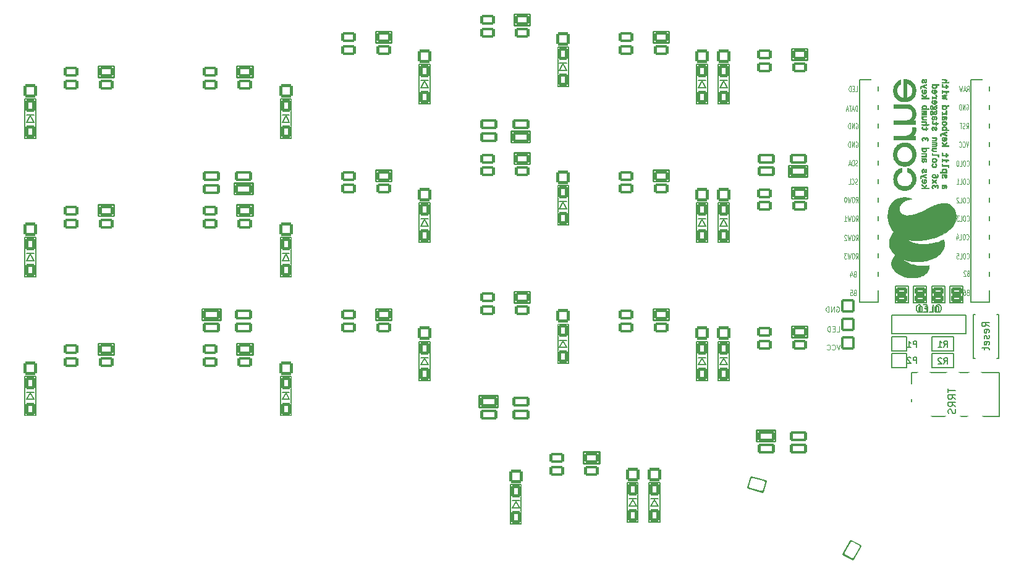
<source format=gbr>
G04 #@! TF.GenerationSoftware,KiCad,Pcbnew,8.0.8*
G04 #@! TF.CreationDate,2025-02-24T17:12:59+09:00*
G04 #@! TF.ProjectId,corne-classic,636f726e-652d-4636-9c61-737369632e6b,1.1*
G04 #@! TF.SameCoordinates,Original*
G04 #@! TF.FileFunction,Legend,Bot*
G04 #@! TF.FilePolarity,Positive*
%FSLAX46Y46*%
G04 Gerber Fmt 4.6, Leading zero omitted, Abs format (unit mm)*
G04 Created by KiCad (PCBNEW 8.0.8) date 2025-02-24 17:12:59*
%MOMM*%
%LPD*%
G01*
G04 APERTURE LIST*
G04 Aperture macros list*
%AMRoundRect*
0 Rectangle with rounded corners*
0 $1 Rounding radius*
0 $2 $3 $4 $5 $6 $7 $8 $9 X,Y pos of 4 corners*
0 Add a 4 corners polygon primitive as box body*
4,1,4,$2,$3,$4,$5,$6,$7,$8,$9,$2,$3,0*
0 Add four circle primitives for the rounded corners*
1,1,$1+$1,$2,$3*
1,1,$1+$1,$4,$5*
1,1,$1+$1,$6,$7*
1,1,$1+$1,$8,$9*
0 Add four rect primitives between the rounded corners*
20,1,$1+$1,$2,$3,$4,$5,0*
20,1,$1+$1,$4,$5,$6,$7,0*
20,1,$1+$1,$6,$7,$8,$9,0*
20,1,$1+$1,$8,$9,$2,$3,0*%
%AMHorizOval*
0 Thick line with rounded ends*
0 $1 width*
0 $2 $3 position (X,Y) of the first rounded end (center of the circle)*
0 $4 $5 position (X,Y) of the second rounded end (center of the circle)*
0 Add line between two ends*
20,1,$1,$2,$3,$4,$5,0*
0 Add two circle primitives to create the rounded ends*
1,1,$1,$2,$3*
1,1,$1,$4,$5*%
G04 Aperture macros list end*
%ADD10C,0.125000*%
%ADD11C,0.150000*%
%ADD12C,0.300000*%
%ADD13C,0.010000*%
%ADD14RoundRect,0.200000X-0.475000X0.650000X-0.475000X-0.650000X0.475000X-0.650000X0.475000X0.650000X0*%
%ADD15RoundRect,0.200000X-0.698500X0.698500X-0.698500X-0.698500X0.698500X-0.698500X0.698500X0.698500X0*%
%ADD16C,1.797000*%
%ADD17RoundRect,0.200000X-0.800000X-0.500000X0.800000X-0.500000X0.800000X0.500000X-0.800000X0.500000X0*%
%ADD18RoundRect,0.200000X-0.902150X-0.275908X0.643331X-0.690018X0.902150X0.275908X-0.643331X0.690018X0*%
%ADD19RoundRect,0.200000X-0.033013X0.942820X-0.833013X-0.442820X0.033013X-0.942820X0.833013X0.442820X0*%
%ADD20C,2.100000*%
%ADD21C,2.300000*%
%ADD22C,4.400000*%
%ADD23C,1.400000*%
%ADD24C,2.800000*%
%ADD25HorizOval,1.650000X-0.305324X0.363871X0.305324X-0.363871X0*%
%ADD26HorizOval,1.650000X-0.305324X-0.363871X0.305324X0.363871X0*%
%ADD27HorizOval,1.950000X-0.401742X-0.478778X0.401742X0.478778X0*%
%ADD28C,2.600000*%
%ADD29HorizOval,1.950000X-0.401742X0.478778X0.401742X-0.478778X0*%
%ADD30HorizOval,1.950000X-0.511970X-0.358485X0.511970X0.358485X0*%
%ADD31HorizOval,1.650000X-0.200744X0.430496X0.200744X-0.430496X0*%
%ADD32HorizOval,1.650000X-0.389097X-0.272449X0.389097X0.272449X0*%
%ADD33HorizOval,1.950000X-0.264136X0.566442X0.264136X-0.566442X0*%
%ADD34HorizOval,1.650000X0.162460X-0.446354X-0.162460X0.446354X0*%
%ADD35HorizOval,1.650000X-0.467784X-0.082483X0.467784X0.082483X0*%
%ADD36HorizOval,1.950000X0.213763X-0.587308X-0.213763X0.587308X0*%
%ADD37HorizOval,1.950000X-0.615505X-0.108530X0.615505X0.108530X0*%
%ADD38C,1.924000*%
%ADD39C,5.400000*%
%ADD40RoundRect,0.200000X0.762000X0.762000X-0.762000X0.762000X-0.762000X-0.762000X0.762000X-0.762000X0*%
%ADD41C,1.600000*%
%ADD42O,2.900000X2.100000*%
%ADD43C,2.400000*%
%ADD44RoundRect,0.200000X-1.000000X-0.500000X1.000000X-0.500000X1.000000X0.500000X-1.000000X0.500000X0*%
%ADD45RoundRect,0.200000X1.000000X0.500000X-1.000000X0.500000X-1.000000X-0.500000X1.000000X-0.500000X0*%
%ADD46RoundRect,0.200000X-0.571500X0.317500X-0.571500X-0.317500X0.571500X-0.317500X0.571500X0.317500X0*%
G04 APERTURE END LIST*
D10*
X172433332Y-102950666D02*
X172499999Y-102917333D01*
X172499999Y-102917333D02*
X172599999Y-102917333D01*
X172599999Y-102917333D02*
X172699999Y-102950666D01*
X172699999Y-102950666D02*
X172766666Y-103017333D01*
X172766666Y-103017333D02*
X172799999Y-103084000D01*
X172799999Y-103084000D02*
X172833332Y-103217333D01*
X172833332Y-103217333D02*
X172833332Y-103317333D01*
X172833332Y-103317333D02*
X172799999Y-103450666D01*
X172799999Y-103450666D02*
X172766666Y-103517333D01*
X172766666Y-103517333D02*
X172699999Y-103584000D01*
X172699999Y-103584000D02*
X172599999Y-103617333D01*
X172599999Y-103617333D02*
X172533332Y-103617333D01*
X172533332Y-103617333D02*
X172433332Y-103584000D01*
X172433332Y-103584000D02*
X172399999Y-103550666D01*
X172399999Y-103550666D02*
X172399999Y-103317333D01*
X172399999Y-103317333D02*
X172533332Y-103317333D01*
X172099999Y-103617333D02*
X172099999Y-102917333D01*
X172099999Y-102917333D02*
X171699999Y-103617333D01*
X171699999Y-103617333D02*
X171699999Y-102917333D01*
X171366666Y-103617333D02*
X171366666Y-102917333D01*
X171366666Y-102917333D02*
X171199999Y-102917333D01*
X171199999Y-102917333D02*
X171099999Y-102950666D01*
X171099999Y-102950666D02*
X171033333Y-103017333D01*
X171033333Y-103017333D02*
X170999999Y-103084000D01*
X170999999Y-103084000D02*
X170966666Y-103217333D01*
X170966666Y-103217333D02*
X170966666Y-103317333D01*
X170966666Y-103317333D02*
X170999999Y-103450666D01*
X170999999Y-103450666D02*
X171033333Y-103517333D01*
X171033333Y-103517333D02*
X171099999Y-103584000D01*
X171099999Y-103584000D02*
X171199999Y-103617333D01*
X171199999Y-103617333D02*
X171366666Y-103617333D01*
X172933333Y-108117333D02*
X172700000Y-108817333D01*
X172700000Y-108817333D02*
X172466666Y-108117333D01*
X171833333Y-108750666D02*
X171866666Y-108784000D01*
X171866666Y-108784000D02*
X171966666Y-108817333D01*
X171966666Y-108817333D02*
X172033333Y-108817333D01*
X172033333Y-108817333D02*
X172133333Y-108784000D01*
X172133333Y-108784000D02*
X172200000Y-108717333D01*
X172200000Y-108717333D02*
X172233333Y-108650666D01*
X172233333Y-108650666D02*
X172266666Y-108517333D01*
X172266666Y-108517333D02*
X172266666Y-108417333D01*
X172266666Y-108417333D02*
X172233333Y-108284000D01*
X172233333Y-108284000D02*
X172200000Y-108217333D01*
X172200000Y-108217333D02*
X172133333Y-108150666D01*
X172133333Y-108150666D02*
X172033333Y-108117333D01*
X172033333Y-108117333D02*
X171966666Y-108117333D01*
X171966666Y-108117333D02*
X171866666Y-108150666D01*
X171866666Y-108150666D02*
X171833333Y-108184000D01*
X171133333Y-108750666D02*
X171166666Y-108784000D01*
X171166666Y-108784000D02*
X171266666Y-108817333D01*
X171266666Y-108817333D02*
X171333333Y-108817333D01*
X171333333Y-108817333D02*
X171433333Y-108784000D01*
X171433333Y-108784000D02*
X171500000Y-108717333D01*
X171500000Y-108717333D02*
X171533333Y-108650666D01*
X171533333Y-108650666D02*
X171566666Y-108517333D01*
X171566666Y-108517333D02*
X171566666Y-108417333D01*
X171566666Y-108417333D02*
X171533333Y-108284000D01*
X171533333Y-108284000D02*
X171500000Y-108217333D01*
X171500000Y-108217333D02*
X171433333Y-108150666D01*
X171433333Y-108150666D02*
X171333333Y-108117333D01*
X171333333Y-108117333D02*
X171266666Y-108117333D01*
X171266666Y-108117333D02*
X171166666Y-108150666D01*
X171166666Y-108150666D02*
X171133333Y-108184000D01*
X172450000Y-106317333D02*
X172783333Y-106317333D01*
X172783333Y-106317333D02*
X172783333Y-105617333D01*
X172216666Y-105950666D02*
X171983333Y-105950666D01*
X171883333Y-106317333D02*
X172216666Y-106317333D01*
X172216666Y-106317333D02*
X172216666Y-105617333D01*
X172216666Y-105617333D02*
X171883333Y-105617333D01*
X171583333Y-106317333D02*
X171583333Y-105617333D01*
X171583333Y-105617333D02*
X171416666Y-105617333D01*
X171416666Y-105617333D02*
X171316666Y-105650666D01*
X171316666Y-105650666D02*
X171250000Y-105717333D01*
X171250000Y-105717333D02*
X171216666Y-105784000D01*
X171216666Y-105784000D02*
X171183333Y-105917333D01*
X171183333Y-105917333D02*
X171183333Y-106017333D01*
X171183333Y-106017333D02*
X171216666Y-106150666D01*
X171216666Y-106150666D02*
X171250000Y-106217333D01*
X171250000Y-106217333D02*
X171316666Y-106284000D01*
X171316666Y-106284000D02*
X171416666Y-106317333D01*
X171416666Y-106317333D02*
X171583333Y-106317333D01*
D11*
X186280495Y-102855416D02*
X186125676Y-102855416D01*
X186125676Y-102855416D02*
X186048266Y-102894121D01*
X186048266Y-102894121D02*
X185970857Y-102971531D01*
X185970857Y-102971531D02*
X185932152Y-103126350D01*
X185932152Y-103126350D02*
X185932152Y-103397283D01*
X185932152Y-103397283D02*
X185970857Y-103552102D01*
X185970857Y-103552102D02*
X186048266Y-103629512D01*
X186048266Y-103629512D02*
X186125676Y-103668216D01*
X186125676Y-103668216D02*
X186280495Y-103668216D01*
X186280495Y-103668216D02*
X186357904Y-103629512D01*
X186357904Y-103629512D02*
X186435314Y-103552102D01*
X186435314Y-103552102D02*
X186474018Y-103397283D01*
X186474018Y-103397283D02*
X186474018Y-103126350D01*
X186474018Y-103126350D02*
X186435314Y-102971531D01*
X186435314Y-102971531D02*
X186357904Y-102894121D01*
X186357904Y-102894121D02*
X186280495Y-102855416D01*
X185196761Y-103668216D02*
X185583809Y-103668216D01*
X185583809Y-103668216D02*
X185583809Y-102855416D01*
X184925828Y-103242464D02*
X184654894Y-103242464D01*
X184538780Y-103668216D02*
X184925828Y-103668216D01*
X184925828Y-103668216D02*
X184925828Y-102855416D01*
X184925828Y-102855416D02*
X184538780Y-102855416D01*
X184190438Y-103668216D02*
X184190438Y-102855416D01*
X184190438Y-102855416D02*
X183996914Y-102855416D01*
X183996914Y-102855416D02*
X183880800Y-102894121D01*
X183880800Y-102894121D02*
X183803390Y-102971531D01*
X183803390Y-102971531D02*
X183764685Y-103048940D01*
X183764685Y-103048940D02*
X183725981Y-103203759D01*
X183725981Y-103203759D02*
X183725981Y-103319873D01*
X183725981Y-103319873D02*
X183764685Y-103474692D01*
X183764685Y-103474692D02*
X183803390Y-103552102D01*
X183803390Y-103552102D02*
X183880800Y-103629512D01*
X183880800Y-103629512D02*
X183996914Y-103668216D01*
X183996914Y-103668216D02*
X184190438Y-103668216D01*
D10*
X175080952Y-88622464D02*
X175247618Y-88265321D01*
X175366666Y-88622464D02*
X175366666Y-87872464D01*
X175366666Y-87872464D02*
X175176190Y-87872464D01*
X175176190Y-87872464D02*
X175128571Y-87908178D01*
X175128571Y-87908178D02*
X175104761Y-87943892D01*
X175104761Y-87943892D02*
X175080952Y-88015321D01*
X175080952Y-88015321D02*
X175080952Y-88122464D01*
X175080952Y-88122464D02*
X175104761Y-88193892D01*
X175104761Y-88193892D02*
X175128571Y-88229607D01*
X175128571Y-88229607D02*
X175176190Y-88265321D01*
X175176190Y-88265321D02*
X175366666Y-88265321D01*
X174771428Y-87872464D02*
X174676190Y-87872464D01*
X174676190Y-87872464D02*
X174628571Y-87908178D01*
X174628571Y-87908178D02*
X174580952Y-87979607D01*
X174580952Y-87979607D02*
X174557142Y-88122464D01*
X174557142Y-88122464D02*
X174557142Y-88372464D01*
X174557142Y-88372464D02*
X174580952Y-88515321D01*
X174580952Y-88515321D02*
X174628571Y-88586750D01*
X174628571Y-88586750D02*
X174676190Y-88622464D01*
X174676190Y-88622464D02*
X174771428Y-88622464D01*
X174771428Y-88622464D02*
X174819047Y-88586750D01*
X174819047Y-88586750D02*
X174866666Y-88515321D01*
X174866666Y-88515321D02*
X174890475Y-88372464D01*
X174890475Y-88372464D02*
X174890475Y-88122464D01*
X174890475Y-88122464D02*
X174866666Y-87979607D01*
X174866666Y-87979607D02*
X174819047Y-87908178D01*
X174819047Y-87908178D02*
X174771428Y-87872464D01*
X174390475Y-87872464D02*
X174271427Y-88622464D01*
X174271427Y-88622464D02*
X174176189Y-88086750D01*
X174176189Y-88086750D02*
X174080951Y-88622464D01*
X174080951Y-88622464D02*
X173961904Y-87872464D01*
X173676189Y-87872464D02*
X173628570Y-87872464D01*
X173628570Y-87872464D02*
X173580951Y-87908178D01*
X173580951Y-87908178D02*
X173557141Y-87943892D01*
X173557141Y-87943892D02*
X173533332Y-88015321D01*
X173533332Y-88015321D02*
X173509522Y-88158178D01*
X173509522Y-88158178D02*
X173509522Y-88336750D01*
X173509522Y-88336750D02*
X173533332Y-88479607D01*
X173533332Y-88479607D02*
X173557141Y-88551035D01*
X173557141Y-88551035D02*
X173580951Y-88586750D01*
X173580951Y-88586750D02*
X173628570Y-88622464D01*
X173628570Y-88622464D02*
X173676189Y-88622464D01*
X173676189Y-88622464D02*
X173723808Y-88586750D01*
X173723808Y-88586750D02*
X173747617Y-88551035D01*
X173747617Y-88551035D02*
X173771427Y-88479607D01*
X173771427Y-88479607D02*
X173795236Y-88336750D01*
X173795236Y-88336750D02*
X173795236Y-88158178D01*
X173795236Y-88158178D02*
X173771427Y-88015321D01*
X173771427Y-88015321D02*
X173747617Y-87943892D01*
X173747617Y-87943892D02*
X173723808Y-87908178D01*
X173723808Y-87908178D02*
X173676189Y-87872464D01*
X175080952Y-93829464D02*
X175247618Y-93472321D01*
X175366666Y-93829464D02*
X175366666Y-93079464D01*
X175366666Y-93079464D02*
X175176190Y-93079464D01*
X175176190Y-93079464D02*
X175128571Y-93115178D01*
X175128571Y-93115178D02*
X175104761Y-93150892D01*
X175104761Y-93150892D02*
X175080952Y-93222321D01*
X175080952Y-93222321D02*
X175080952Y-93329464D01*
X175080952Y-93329464D02*
X175104761Y-93400892D01*
X175104761Y-93400892D02*
X175128571Y-93436607D01*
X175128571Y-93436607D02*
X175176190Y-93472321D01*
X175176190Y-93472321D02*
X175366666Y-93472321D01*
X174771428Y-93079464D02*
X174676190Y-93079464D01*
X174676190Y-93079464D02*
X174628571Y-93115178D01*
X174628571Y-93115178D02*
X174580952Y-93186607D01*
X174580952Y-93186607D02*
X174557142Y-93329464D01*
X174557142Y-93329464D02*
X174557142Y-93579464D01*
X174557142Y-93579464D02*
X174580952Y-93722321D01*
X174580952Y-93722321D02*
X174628571Y-93793750D01*
X174628571Y-93793750D02*
X174676190Y-93829464D01*
X174676190Y-93829464D02*
X174771428Y-93829464D01*
X174771428Y-93829464D02*
X174819047Y-93793750D01*
X174819047Y-93793750D02*
X174866666Y-93722321D01*
X174866666Y-93722321D02*
X174890475Y-93579464D01*
X174890475Y-93579464D02*
X174890475Y-93329464D01*
X174890475Y-93329464D02*
X174866666Y-93186607D01*
X174866666Y-93186607D02*
X174819047Y-93115178D01*
X174819047Y-93115178D02*
X174771428Y-93079464D01*
X174390475Y-93079464D02*
X174271427Y-93829464D01*
X174271427Y-93829464D02*
X174176189Y-93293750D01*
X174176189Y-93293750D02*
X174080951Y-93829464D01*
X174080951Y-93829464D02*
X173961904Y-93079464D01*
X173795236Y-93150892D02*
X173771427Y-93115178D01*
X173771427Y-93115178D02*
X173723808Y-93079464D01*
X173723808Y-93079464D02*
X173604760Y-93079464D01*
X173604760Y-93079464D02*
X173557141Y-93115178D01*
X173557141Y-93115178D02*
X173533332Y-93150892D01*
X173533332Y-93150892D02*
X173509522Y-93222321D01*
X173509522Y-93222321D02*
X173509522Y-93293750D01*
X173509522Y-93293750D02*
X173533332Y-93400892D01*
X173533332Y-93400892D02*
X173819046Y-93829464D01*
X173819046Y-93829464D02*
X173509522Y-93829464D01*
X190297619Y-88619035D02*
X190321428Y-88654750D01*
X190321428Y-88654750D02*
X190392857Y-88690464D01*
X190392857Y-88690464D02*
X190440476Y-88690464D01*
X190440476Y-88690464D02*
X190511904Y-88654750D01*
X190511904Y-88654750D02*
X190559523Y-88583321D01*
X190559523Y-88583321D02*
X190583333Y-88511892D01*
X190583333Y-88511892D02*
X190607142Y-88369035D01*
X190607142Y-88369035D02*
X190607142Y-88261892D01*
X190607142Y-88261892D02*
X190583333Y-88119035D01*
X190583333Y-88119035D02*
X190559523Y-88047607D01*
X190559523Y-88047607D02*
X190511904Y-87976178D01*
X190511904Y-87976178D02*
X190440476Y-87940464D01*
X190440476Y-87940464D02*
X190392857Y-87940464D01*
X190392857Y-87940464D02*
X190321428Y-87976178D01*
X190321428Y-87976178D02*
X190297619Y-88011892D01*
X189988095Y-87940464D02*
X189892857Y-87940464D01*
X189892857Y-87940464D02*
X189845238Y-87976178D01*
X189845238Y-87976178D02*
X189797619Y-88047607D01*
X189797619Y-88047607D02*
X189773809Y-88190464D01*
X189773809Y-88190464D02*
X189773809Y-88440464D01*
X189773809Y-88440464D02*
X189797619Y-88583321D01*
X189797619Y-88583321D02*
X189845238Y-88654750D01*
X189845238Y-88654750D02*
X189892857Y-88690464D01*
X189892857Y-88690464D02*
X189988095Y-88690464D01*
X189988095Y-88690464D02*
X190035714Y-88654750D01*
X190035714Y-88654750D02*
X190083333Y-88583321D01*
X190083333Y-88583321D02*
X190107142Y-88440464D01*
X190107142Y-88440464D02*
X190107142Y-88190464D01*
X190107142Y-88190464D02*
X190083333Y-88047607D01*
X190083333Y-88047607D02*
X190035714Y-87976178D01*
X190035714Y-87976178D02*
X189988095Y-87940464D01*
X189321428Y-88690464D02*
X189559523Y-88690464D01*
X189559523Y-88690464D02*
X189559523Y-87940464D01*
X189178570Y-88011892D02*
X189154761Y-87976178D01*
X189154761Y-87976178D02*
X189107142Y-87940464D01*
X189107142Y-87940464D02*
X188988094Y-87940464D01*
X188988094Y-87940464D02*
X188940475Y-87976178D01*
X188940475Y-87976178D02*
X188916666Y-88011892D01*
X188916666Y-88011892D02*
X188892856Y-88083321D01*
X188892856Y-88083321D02*
X188892856Y-88154750D01*
X188892856Y-88154750D02*
X188916666Y-88261892D01*
X188916666Y-88261892D02*
X189202380Y-88690464D01*
X189202380Y-88690464D02*
X188892856Y-88690464D01*
X190544165Y-80315964D02*
X190377499Y-81065964D01*
X190377499Y-81065964D02*
X190210832Y-80315964D01*
X189758452Y-80994535D02*
X189782261Y-81030250D01*
X189782261Y-81030250D02*
X189853690Y-81065964D01*
X189853690Y-81065964D02*
X189901309Y-81065964D01*
X189901309Y-81065964D02*
X189972737Y-81030250D01*
X189972737Y-81030250D02*
X190020356Y-80958821D01*
X190020356Y-80958821D02*
X190044166Y-80887392D01*
X190044166Y-80887392D02*
X190067975Y-80744535D01*
X190067975Y-80744535D02*
X190067975Y-80637392D01*
X190067975Y-80637392D02*
X190044166Y-80494535D01*
X190044166Y-80494535D02*
X190020356Y-80423107D01*
X190020356Y-80423107D02*
X189972737Y-80351678D01*
X189972737Y-80351678D02*
X189901309Y-80315964D01*
X189901309Y-80315964D02*
X189853690Y-80315964D01*
X189853690Y-80315964D02*
X189782261Y-80351678D01*
X189782261Y-80351678D02*
X189758452Y-80387392D01*
X189258452Y-80994535D02*
X189282261Y-81030250D01*
X189282261Y-81030250D02*
X189353690Y-81065964D01*
X189353690Y-81065964D02*
X189401309Y-81065964D01*
X189401309Y-81065964D02*
X189472737Y-81030250D01*
X189472737Y-81030250D02*
X189520356Y-80958821D01*
X189520356Y-80958821D02*
X189544166Y-80887392D01*
X189544166Y-80887392D02*
X189567975Y-80744535D01*
X189567975Y-80744535D02*
X189567975Y-80637392D01*
X189567975Y-80637392D02*
X189544166Y-80494535D01*
X189544166Y-80494535D02*
X189520356Y-80423107D01*
X189520356Y-80423107D02*
X189472737Y-80351678D01*
X189472737Y-80351678D02*
X189401309Y-80315964D01*
X189401309Y-80315964D02*
X189353690Y-80315964D01*
X189353690Y-80315964D02*
X189282261Y-80351678D01*
X189282261Y-80351678D02*
X189258452Y-80387392D01*
X190297619Y-91119035D02*
X190321428Y-91154750D01*
X190321428Y-91154750D02*
X190392857Y-91190464D01*
X190392857Y-91190464D02*
X190440476Y-91190464D01*
X190440476Y-91190464D02*
X190511904Y-91154750D01*
X190511904Y-91154750D02*
X190559523Y-91083321D01*
X190559523Y-91083321D02*
X190583333Y-91011892D01*
X190583333Y-91011892D02*
X190607142Y-90869035D01*
X190607142Y-90869035D02*
X190607142Y-90761892D01*
X190607142Y-90761892D02*
X190583333Y-90619035D01*
X190583333Y-90619035D02*
X190559523Y-90547607D01*
X190559523Y-90547607D02*
X190511904Y-90476178D01*
X190511904Y-90476178D02*
X190440476Y-90440464D01*
X190440476Y-90440464D02*
X190392857Y-90440464D01*
X190392857Y-90440464D02*
X190321428Y-90476178D01*
X190321428Y-90476178D02*
X190297619Y-90511892D01*
X189988095Y-90440464D02*
X189892857Y-90440464D01*
X189892857Y-90440464D02*
X189845238Y-90476178D01*
X189845238Y-90476178D02*
X189797619Y-90547607D01*
X189797619Y-90547607D02*
X189773809Y-90690464D01*
X189773809Y-90690464D02*
X189773809Y-90940464D01*
X189773809Y-90940464D02*
X189797619Y-91083321D01*
X189797619Y-91083321D02*
X189845238Y-91154750D01*
X189845238Y-91154750D02*
X189892857Y-91190464D01*
X189892857Y-91190464D02*
X189988095Y-91190464D01*
X189988095Y-91190464D02*
X190035714Y-91154750D01*
X190035714Y-91154750D02*
X190083333Y-91083321D01*
X190083333Y-91083321D02*
X190107142Y-90940464D01*
X190107142Y-90940464D02*
X190107142Y-90690464D01*
X190107142Y-90690464D02*
X190083333Y-90547607D01*
X190083333Y-90547607D02*
X190035714Y-90476178D01*
X190035714Y-90476178D02*
X189988095Y-90440464D01*
X189321428Y-91190464D02*
X189559523Y-91190464D01*
X189559523Y-91190464D02*
X189559523Y-90440464D01*
X189202380Y-90440464D02*
X188892856Y-90440464D01*
X188892856Y-90440464D02*
X189059523Y-90726178D01*
X189059523Y-90726178D02*
X188988094Y-90726178D01*
X188988094Y-90726178D02*
X188940475Y-90761892D01*
X188940475Y-90761892D02*
X188916666Y-90797607D01*
X188916666Y-90797607D02*
X188892856Y-90869035D01*
X188892856Y-90869035D02*
X188892856Y-91047607D01*
X188892856Y-91047607D02*
X188916666Y-91119035D01*
X188916666Y-91119035D02*
X188940475Y-91154750D01*
X188940475Y-91154750D02*
X188988094Y-91190464D01*
X188988094Y-91190464D02*
X189130951Y-91190464D01*
X189130951Y-91190464D02*
X189178570Y-91154750D01*
X189178570Y-91154750D02*
X189202380Y-91119035D01*
X190397380Y-100929607D02*
X190325952Y-100965321D01*
X190325952Y-100965321D02*
X190302142Y-101001035D01*
X190302142Y-101001035D02*
X190278333Y-101072464D01*
X190278333Y-101072464D02*
X190278333Y-101179607D01*
X190278333Y-101179607D02*
X190302142Y-101251035D01*
X190302142Y-101251035D02*
X190325952Y-101286750D01*
X190325952Y-101286750D02*
X190373571Y-101322464D01*
X190373571Y-101322464D02*
X190564047Y-101322464D01*
X190564047Y-101322464D02*
X190564047Y-100572464D01*
X190564047Y-100572464D02*
X190397380Y-100572464D01*
X190397380Y-100572464D02*
X190349761Y-100608178D01*
X190349761Y-100608178D02*
X190325952Y-100643892D01*
X190325952Y-100643892D02*
X190302142Y-100715321D01*
X190302142Y-100715321D02*
X190302142Y-100786750D01*
X190302142Y-100786750D02*
X190325952Y-100858178D01*
X190325952Y-100858178D02*
X190349761Y-100893892D01*
X190349761Y-100893892D02*
X190397380Y-100929607D01*
X190397380Y-100929607D02*
X190564047Y-100929607D01*
X189849761Y-100572464D02*
X189944999Y-100572464D01*
X189944999Y-100572464D02*
X189992618Y-100608178D01*
X189992618Y-100608178D02*
X190016428Y-100643892D01*
X190016428Y-100643892D02*
X190064047Y-100751035D01*
X190064047Y-100751035D02*
X190087856Y-100893892D01*
X190087856Y-100893892D02*
X190087856Y-101179607D01*
X190087856Y-101179607D02*
X190064047Y-101251035D01*
X190064047Y-101251035D02*
X190040237Y-101286750D01*
X190040237Y-101286750D02*
X189992618Y-101322464D01*
X189992618Y-101322464D02*
X189897380Y-101322464D01*
X189897380Y-101322464D02*
X189849761Y-101286750D01*
X189849761Y-101286750D02*
X189825952Y-101251035D01*
X189825952Y-101251035D02*
X189802142Y-101179607D01*
X189802142Y-101179607D02*
X189802142Y-101001035D01*
X189802142Y-101001035D02*
X189825952Y-100929607D01*
X189825952Y-100929607D02*
X189849761Y-100893892D01*
X189849761Y-100893892D02*
X189897380Y-100858178D01*
X189897380Y-100858178D02*
X189992618Y-100858178D01*
X189992618Y-100858178D02*
X190040237Y-100893892D01*
X190040237Y-100893892D02*
X190064047Y-100929607D01*
X190064047Y-100929607D02*
X190087856Y-101001035D01*
X175299999Y-76090464D02*
X175299999Y-75340464D01*
X175299999Y-75340464D02*
X175180951Y-75340464D01*
X175180951Y-75340464D02*
X175109523Y-75376178D01*
X175109523Y-75376178D02*
X175061904Y-75447607D01*
X175061904Y-75447607D02*
X175038094Y-75519035D01*
X175038094Y-75519035D02*
X175014285Y-75661892D01*
X175014285Y-75661892D02*
X175014285Y-75769035D01*
X175014285Y-75769035D02*
X175038094Y-75911892D01*
X175038094Y-75911892D02*
X175061904Y-75983321D01*
X175061904Y-75983321D02*
X175109523Y-76054750D01*
X175109523Y-76054750D02*
X175180951Y-76090464D01*
X175180951Y-76090464D02*
X175299999Y-76090464D01*
X174823808Y-75876178D02*
X174585713Y-75876178D01*
X174871427Y-76090464D02*
X174704761Y-75340464D01*
X174704761Y-75340464D02*
X174538094Y-76090464D01*
X174442856Y-75340464D02*
X174157142Y-75340464D01*
X174299999Y-76090464D02*
X174299999Y-75340464D01*
X174014285Y-75876178D02*
X173776190Y-75876178D01*
X174061904Y-76090464D02*
X173895238Y-75340464D01*
X173895238Y-75340464D02*
X173728571Y-76090464D01*
X174903380Y-100993107D02*
X174831952Y-101028821D01*
X174831952Y-101028821D02*
X174808142Y-101064535D01*
X174808142Y-101064535D02*
X174784333Y-101135964D01*
X174784333Y-101135964D02*
X174784333Y-101243107D01*
X174784333Y-101243107D02*
X174808142Y-101314535D01*
X174808142Y-101314535D02*
X174831952Y-101350250D01*
X174831952Y-101350250D02*
X174879571Y-101385964D01*
X174879571Y-101385964D02*
X175070047Y-101385964D01*
X175070047Y-101385964D02*
X175070047Y-100635964D01*
X175070047Y-100635964D02*
X174903380Y-100635964D01*
X174903380Y-100635964D02*
X174855761Y-100671678D01*
X174855761Y-100671678D02*
X174831952Y-100707392D01*
X174831952Y-100707392D02*
X174808142Y-100778821D01*
X174808142Y-100778821D02*
X174808142Y-100850250D01*
X174808142Y-100850250D02*
X174831952Y-100921678D01*
X174831952Y-100921678D02*
X174855761Y-100957392D01*
X174855761Y-100957392D02*
X174903380Y-100993107D01*
X174903380Y-100993107D02*
X175070047Y-100993107D01*
X174331952Y-100635964D02*
X174570047Y-100635964D01*
X174570047Y-100635964D02*
X174593856Y-100993107D01*
X174593856Y-100993107D02*
X174570047Y-100957392D01*
X174570047Y-100957392D02*
X174522428Y-100921678D01*
X174522428Y-100921678D02*
X174403380Y-100921678D01*
X174403380Y-100921678D02*
X174355761Y-100957392D01*
X174355761Y-100957392D02*
X174331952Y-100993107D01*
X174331952Y-100993107D02*
X174308142Y-101064535D01*
X174308142Y-101064535D02*
X174308142Y-101243107D01*
X174308142Y-101243107D02*
X174331952Y-101314535D01*
X174331952Y-101314535D02*
X174355761Y-101350250D01*
X174355761Y-101350250D02*
X174403380Y-101385964D01*
X174403380Y-101385964D02*
X174522428Y-101385964D01*
X174522428Y-101385964D02*
X174570047Y-101350250D01*
X174570047Y-101350250D02*
X174593856Y-101314535D01*
X190286238Y-73445964D02*
X190452904Y-73088821D01*
X190571952Y-73445964D02*
X190571952Y-72695964D01*
X190571952Y-72695964D02*
X190381476Y-72695964D01*
X190381476Y-72695964D02*
X190333857Y-72731678D01*
X190333857Y-72731678D02*
X190310047Y-72767392D01*
X190310047Y-72767392D02*
X190286238Y-72838821D01*
X190286238Y-72838821D02*
X190286238Y-72945964D01*
X190286238Y-72945964D02*
X190310047Y-73017392D01*
X190310047Y-73017392D02*
X190333857Y-73053107D01*
X190333857Y-73053107D02*
X190381476Y-73088821D01*
X190381476Y-73088821D02*
X190571952Y-73088821D01*
X190095761Y-73231678D02*
X189857666Y-73231678D01*
X190143380Y-73445964D02*
X189976714Y-72695964D01*
X189976714Y-72695964D02*
X189810047Y-73445964D01*
X189691000Y-72695964D02*
X189571952Y-73445964D01*
X189571952Y-73445964D02*
X189476714Y-72910250D01*
X189476714Y-72910250D02*
X189381476Y-73445964D01*
X189381476Y-73445964D02*
X189262429Y-72695964D01*
X174903380Y-98453107D02*
X174831952Y-98488821D01*
X174831952Y-98488821D02*
X174808142Y-98524535D01*
X174808142Y-98524535D02*
X174784333Y-98595964D01*
X174784333Y-98595964D02*
X174784333Y-98703107D01*
X174784333Y-98703107D02*
X174808142Y-98774535D01*
X174808142Y-98774535D02*
X174831952Y-98810250D01*
X174831952Y-98810250D02*
X174879571Y-98845964D01*
X174879571Y-98845964D02*
X175070047Y-98845964D01*
X175070047Y-98845964D02*
X175070047Y-98095964D01*
X175070047Y-98095964D02*
X174903380Y-98095964D01*
X174903380Y-98095964D02*
X174855761Y-98131678D01*
X174855761Y-98131678D02*
X174831952Y-98167392D01*
X174831952Y-98167392D02*
X174808142Y-98238821D01*
X174808142Y-98238821D02*
X174808142Y-98310250D01*
X174808142Y-98310250D02*
X174831952Y-98381678D01*
X174831952Y-98381678D02*
X174855761Y-98417392D01*
X174855761Y-98417392D02*
X174903380Y-98453107D01*
X174903380Y-98453107D02*
X175070047Y-98453107D01*
X174355761Y-98345964D02*
X174355761Y-98845964D01*
X174474809Y-98060250D02*
X174593856Y-98595964D01*
X174593856Y-98595964D02*
X174284333Y-98595964D01*
X190247619Y-93631035D02*
X190271428Y-93666750D01*
X190271428Y-93666750D02*
X190342857Y-93702464D01*
X190342857Y-93702464D02*
X190390476Y-93702464D01*
X190390476Y-93702464D02*
X190461904Y-93666750D01*
X190461904Y-93666750D02*
X190509523Y-93595321D01*
X190509523Y-93595321D02*
X190533333Y-93523892D01*
X190533333Y-93523892D02*
X190557142Y-93381035D01*
X190557142Y-93381035D02*
X190557142Y-93273892D01*
X190557142Y-93273892D02*
X190533333Y-93131035D01*
X190533333Y-93131035D02*
X190509523Y-93059607D01*
X190509523Y-93059607D02*
X190461904Y-92988178D01*
X190461904Y-92988178D02*
X190390476Y-92952464D01*
X190390476Y-92952464D02*
X190342857Y-92952464D01*
X190342857Y-92952464D02*
X190271428Y-92988178D01*
X190271428Y-92988178D02*
X190247619Y-93023892D01*
X189938095Y-92952464D02*
X189842857Y-92952464D01*
X189842857Y-92952464D02*
X189795238Y-92988178D01*
X189795238Y-92988178D02*
X189747619Y-93059607D01*
X189747619Y-93059607D02*
X189723809Y-93202464D01*
X189723809Y-93202464D02*
X189723809Y-93452464D01*
X189723809Y-93452464D02*
X189747619Y-93595321D01*
X189747619Y-93595321D02*
X189795238Y-93666750D01*
X189795238Y-93666750D02*
X189842857Y-93702464D01*
X189842857Y-93702464D02*
X189938095Y-93702464D01*
X189938095Y-93702464D02*
X189985714Y-93666750D01*
X189985714Y-93666750D02*
X190033333Y-93595321D01*
X190033333Y-93595321D02*
X190057142Y-93452464D01*
X190057142Y-93452464D02*
X190057142Y-93202464D01*
X190057142Y-93202464D02*
X190033333Y-93059607D01*
X190033333Y-93059607D02*
X189985714Y-92988178D01*
X189985714Y-92988178D02*
X189938095Y-92952464D01*
X189271428Y-93702464D02*
X189509523Y-93702464D01*
X189509523Y-93702464D02*
X189509523Y-92952464D01*
X188890475Y-93202464D02*
X188890475Y-93702464D01*
X189009523Y-92916750D02*
X189128570Y-93452464D01*
X189128570Y-93452464D02*
X188819047Y-93452464D01*
X175081952Y-77811678D02*
X175129571Y-77775964D01*
X175129571Y-77775964D02*
X175201000Y-77775964D01*
X175201000Y-77775964D02*
X175272428Y-77811678D01*
X175272428Y-77811678D02*
X175320047Y-77883107D01*
X175320047Y-77883107D02*
X175343857Y-77954535D01*
X175343857Y-77954535D02*
X175367666Y-78097392D01*
X175367666Y-78097392D02*
X175367666Y-78204535D01*
X175367666Y-78204535D02*
X175343857Y-78347392D01*
X175343857Y-78347392D02*
X175320047Y-78418821D01*
X175320047Y-78418821D02*
X175272428Y-78490250D01*
X175272428Y-78490250D02*
X175201000Y-78525964D01*
X175201000Y-78525964D02*
X175153381Y-78525964D01*
X175153381Y-78525964D02*
X175081952Y-78490250D01*
X175081952Y-78490250D02*
X175058143Y-78454535D01*
X175058143Y-78454535D02*
X175058143Y-78204535D01*
X175058143Y-78204535D02*
X175153381Y-78204535D01*
X174843857Y-78525964D02*
X174843857Y-77775964D01*
X174843857Y-77775964D02*
X174558143Y-78525964D01*
X174558143Y-78525964D02*
X174558143Y-77775964D01*
X174320047Y-78525964D02*
X174320047Y-77775964D01*
X174320047Y-77775964D02*
X174200999Y-77775964D01*
X174200999Y-77775964D02*
X174129571Y-77811678D01*
X174129571Y-77811678D02*
X174081952Y-77883107D01*
X174081952Y-77883107D02*
X174058142Y-77954535D01*
X174058142Y-77954535D02*
X174034333Y-78097392D01*
X174034333Y-78097392D02*
X174034333Y-78204535D01*
X174034333Y-78204535D02*
X174058142Y-78347392D01*
X174058142Y-78347392D02*
X174081952Y-78418821D01*
X174081952Y-78418821D02*
X174129571Y-78490250D01*
X174129571Y-78490250D02*
X174200999Y-78525964D01*
X174200999Y-78525964D02*
X174320047Y-78525964D01*
X175080952Y-91225964D02*
X175247618Y-90868821D01*
X175366666Y-91225964D02*
X175366666Y-90475964D01*
X175366666Y-90475964D02*
X175176190Y-90475964D01*
X175176190Y-90475964D02*
X175128571Y-90511678D01*
X175128571Y-90511678D02*
X175104761Y-90547392D01*
X175104761Y-90547392D02*
X175080952Y-90618821D01*
X175080952Y-90618821D02*
X175080952Y-90725964D01*
X175080952Y-90725964D02*
X175104761Y-90797392D01*
X175104761Y-90797392D02*
X175128571Y-90833107D01*
X175128571Y-90833107D02*
X175176190Y-90868821D01*
X175176190Y-90868821D02*
X175366666Y-90868821D01*
X174771428Y-90475964D02*
X174676190Y-90475964D01*
X174676190Y-90475964D02*
X174628571Y-90511678D01*
X174628571Y-90511678D02*
X174580952Y-90583107D01*
X174580952Y-90583107D02*
X174557142Y-90725964D01*
X174557142Y-90725964D02*
X174557142Y-90975964D01*
X174557142Y-90975964D02*
X174580952Y-91118821D01*
X174580952Y-91118821D02*
X174628571Y-91190250D01*
X174628571Y-91190250D02*
X174676190Y-91225964D01*
X174676190Y-91225964D02*
X174771428Y-91225964D01*
X174771428Y-91225964D02*
X174819047Y-91190250D01*
X174819047Y-91190250D02*
X174866666Y-91118821D01*
X174866666Y-91118821D02*
X174890475Y-90975964D01*
X174890475Y-90975964D02*
X174890475Y-90725964D01*
X174890475Y-90725964D02*
X174866666Y-90583107D01*
X174866666Y-90583107D02*
X174819047Y-90511678D01*
X174819047Y-90511678D02*
X174771428Y-90475964D01*
X174390475Y-90475964D02*
X174271427Y-91225964D01*
X174271427Y-91225964D02*
X174176189Y-90690250D01*
X174176189Y-90690250D02*
X174080951Y-91225964D01*
X174080951Y-91225964D02*
X173961904Y-90475964D01*
X173509522Y-91225964D02*
X173795236Y-91225964D01*
X173652379Y-91225964D02*
X173652379Y-90475964D01*
X173652379Y-90475964D02*
X173699998Y-90583107D01*
X173699998Y-90583107D02*
X173747617Y-90654535D01*
X173747617Y-90654535D02*
X173795236Y-90690250D01*
X175022428Y-73445964D02*
X175260523Y-73445964D01*
X175260523Y-73445964D02*
X175260523Y-72695964D01*
X174855761Y-73053107D02*
X174689094Y-73053107D01*
X174617666Y-73445964D02*
X174855761Y-73445964D01*
X174855761Y-73445964D02*
X174855761Y-72695964D01*
X174855761Y-72695964D02*
X174617666Y-72695964D01*
X174403380Y-73445964D02*
X174403380Y-72695964D01*
X174403380Y-72695964D02*
X174284332Y-72695964D01*
X174284332Y-72695964D02*
X174212904Y-72731678D01*
X174212904Y-72731678D02*
X174165285Y-72803107D01*
X174165285Y-72803107D02*
X174141475Y-72874535D01*
X174141475Y-72874535D02*
X174117666Y-73017392D01*
X174117666Y-73017392D02*
X174117666Y-73124535D01*
X174117666Y-73124535D02*
X174141475Y-73267392D01*
X174141475Y-73267392D02*
X174165285Y-73338821D01*
X174165285Y-73338821D02*
X174212904Y-73410250D01*
X174212904Y-73410250D02*
X174284332Y-73445964D01*
X174284332Y-73445964D02*
X174403380Y-73445964D01*
X190460880Y-98326107D02*
X190389452Y-98361821D01*
X190389452Y-98361821D02*
X190365642Y-98397535D01*
X190365642Y-98397535D02*
X190341833Y-98468964D01*
X190341833Y-98468964D02*
X190341833Y-98576107D01*
X190341833Y-98576107D02*
X190365642Y-98647535D01*
X190365642Y-98647535D02*
X190389452Y-98683250D01*
X190389452Y-98683250D02*
X190437071Y-98718964D01*
X190437071Y-98718964D02*
X190627547Y-98718964D01*
X190627547Y-98718964D02*
X190627547Y-97968964D01*
X190627547Y-97968964D02*
X190460880Y-97968964D01*
X190460880Y-97968964D02*
X190413261Y-98004678D01*
X190413261Y-98004678D02*
X190389452Y-98040392D01*
X190389452Y-98040392D02*
X190365642Y-98111821D01*
X190365642Y-98111821D02*
X190365642Y-98183250D01*
X190365642Y-98183250D02*
X190389452Y-98254678D01*
X190389452Y-98254678D02*
X190413261Y-98290392D01*
X190413261Y-98290392D02*
X190460880Y-98326107D01*
X190460880Y-98326107D02*
X190627547Y-98326107D01*
X190151356Y-98040392D02*
X190127547Y-98004678D01*
X190127547Y-98004678D02*
X190079928Y-97968964D01*
X190079928Y-97968964D02*
X189960880Y-97968964D01*
X189960880Y-97968964D02*
X189913261Y-98004678D01*
X189913261Y-98004678D02*
X189889452Y-98040392D01*
X189889452Y-98040392D02*
X189865642Y-98111821D01*
X189865642Y-98111821D02*
X189865642Y-98183250D01*
X189865642Y-98183250D02*
X189889452Y-98290392D01*
X189889452Y-98290392D02*
X190175166Y-98718964D01*
X190175166Y-98718964D02*
X189865642Y-98718964D01*
X190297619Y-96269035D02*
X190321428Y-96304750D01*
X190321428Y-96304750D02*
X190392857Y-96340464D01*
X190392857Y-96340464D02*
X190440476Y-96340464D01*
X190440476Y-96340464D02*
X190511904Y-96304750D01*
X190511904Y-96304750D02*
X190559523Y-96233321D01*
X190559523Y-96233321D02*
X190583333Y-96161892D01*
X190583333Y-96161892D02*
X190607142Y-96019035D01*
X190607142Y-96019035D02*
X190607142Y-95911892D01*
X190607142Y-95911892D02*
X190583333Y-95769035D01*
X190583333Y-95769035D02*
X190559523Y-95697607D01*
X190559523Y-95697607D02*
X190511904Y-95626178D01*
X190511904Y-95626178D02*
X190440476Y-95590464D01*
X190440476Y-95590464D02*
X190392857Y-95590464D01*
X190392857Y-95590464D02*
X190321428Y-95626178D01*
X190321428Y-95626178D02*
X190297619Y-95661892D01*
X189988095Y-95590464D02*
X189892857Y-95590464D01*
X189892857Y-95590464D02*
X189845238Y-95626178D01*
X189845238Y-95626178D02*
X189797619Y-95697607D01*
X189797619Y-95697607D02*
X189773809Y-95840464D01*
X189773809Y-95840464D02*
X189773809Y-96090464D01*
X189773809Y-96090464D02*
X189797619Y-96233321D01*
X189797619Y-96233321D02*
X189845238Y-96304750D01*
X189845238Y-96304750D02*
X189892857Y-96340464D01*
X189892857Y-96340464D02*
X189988095Y-96340464D01*
X189988095Y-96340464D02*
X190035714Y-96304750D01*
X190035714Y-96304750D02*
X190083333Y-96233321D01*
X190083333Y-96233321D02*
X190107142Y-96090464D01*
X190107142Y-96090464D02*
X190107142Y-95840464D01*
X190107142Y-95840464D02*
X190083333Y-95697607D01*
X190083333Y-95697607D02*
X190035714Y-95626178D01*
X190035714Y-95626178D02*
X189988095Y-95590464D01*
X189321428Y-96340464D02*
X189559523Y-96340464D01*
X189559523Y-96340464D02*
X189559523Y-95590464D01*
X188916666Y-95590464D02*
X189154761Y-95590464D01*
X189154761Y-95590464D02*
X189178570Y-95947607D01*
X189178570Y-95947607D02*
X189154761Y-95911892D01*
X189154761Y-95911892D02*
X189107142Y-95876178D01*
X189107142Y-95876178D02*
X188988094Y-95876178D01*
X188988094Y-95876178D02*
X188940475Y-95911892D01*
X188940475Y-95911892D02*
X188916666Y-95947607D01*
X188916666Y-95947607D02*
X188892856Y-96019035D01*
X188892856Y-96019035D02*
X188892856Y-96197607D01*
X188892856Y-96197607D02*
X188916666Y-96269035D01*
X188916666Y-96269035D02*
X188940475Y-96304750D01*
X188940475Y-96304750D02*
X188988094Y-96340464D01*
X188988094Y-96340464D02*
X189107142Y-96340464D01*
X189107142Y-96340464D02*
X189154761Y-96304750D01*
X189154761Y-96304750D02*
X189178570Y-96269035D01*
X175308141Y-83570250D02*
X175236713Y-83605964D01*
X175236713Y-83605964D02*
X175117665Y-83605964D01*
X175117665Y-83605964D02*
X175070046Y-83570250D01*
X175070046Y-83570250D02*
X175046237Y-83534535D01*
X175046237Y-83534535D02*
X175022427Y-83463107D01*
X175022427Y-83463107D02*
X175022427Y-83391678D01*
X175022427Y-83391678D02*
X175046237Y-83320250D01*
X175046237Y-83320250D02*
X175070046Y-83284535D01*
X175070046Y-83284535D02*
X175117665Y-83248821D01*
X175117665Y-83248821D02*
X175212903Y-83213107D01*
X175212903Y-83213107D02*
X175260522Y-83177392D01*
X175260522Y-83177392D02*
X175284332Y-83141678D01*
X175284332Y-83141678D02*
X175308141Y-83070250D01*
X175308141Y-83070250D02*
X175308141Y-82998821D01*
X175308141Y-82998821D02*
X175284332Y-82927392D01*
X175284332Y-82927392D02*
X175260522Y-82891678D01*
X175260522Y-82891678D02*
X175212903Y-82855964D01*
X175212903Y-82855964D02*
X175093856Y-82855964D01*
X175093856Y-82855964D02*
X175022427Y-82891678D01*
X174808142Y-83605964D02*
X174808142Y-82855964D01*
X174808142Y-82855964D02*
X174689094Y-82855964D01*
X174689094Y-82855964D02*
X174617666Y-82891678D01*
X174617666Y-82891678D02*
X174570047Y-82963107D01*
X174570047Y-82963107D02*
X174546237Y-83034535D01*
X174546237Y-83034535D02*
X174522428Y-83177392D01*
X174522428Y-83177392D02*
X174522428Y-83284535D01*
X174522428Y-83284535D02*
X174546237Y-83427392D01*
X174546237Y-83427392D02*
X174570047Y-83498821D01*
X174570047Y-83498821D02*
X174617666Y-83570250D01*
X174617666Y-83570250D02*
X174689094Y-83605964D01*
X174689094Y-83605964D02*
X174808142Y-83605964D01*
X174331951Y-83391678D02*
X174093856Y-83391678D01*
X174379570Y-83605964D02*
X174212904Y-82855964D01*
X174212904Y-82855964D02*
X174046237Y-83605964D01*
X175081952Y-80351678D02*
X175129571Y-80315964D01*
X175129571Y-80315964D02*
X175201000Y-80315964D01*
X175201000Y-80315964D02*
X175272428Y-80351678D01*
X175272428Y-80351678D02*
X175320047Y-80423107D01*
X175320047Y-80423107D02*
X175343857Y-80494535D01*
X175343857Y-80494535D02*
X175367666Y-80637392D01*
X175367666Y-80637392D02*
X175367666Y-80744535D01*
X175367666Y-80744535D02*
X175343857Y-80887392D01*
X175343857Y-80887392D02*
X175320047Y-80958821D01*
X175320047Y-80958821D02*
X175272428Y-81030250D01*
X175272428Y-81030250D02*
X175201000Y-81065964D01*
X175201000Y-81065964D02*
X175153381Y-81065964D01*
X175153381Y-81065964D02*
X175081952Y-81030250D01*
X175081952Y-81030250D02*
X175058143Y-80994535D01*
X175058143Y-80994535D02*
X175058143Y-80744535D01*
X175058143Y-80744535D02*
X175153381Y-80744535D01*
X174843857Y-81065964D02*
X174843857Y-80315964D01*
X174843857Y-80315964D02*
X174558143Y-81065964D01*
X174558143Y-81065964D02*
X174558143Y-80315964D01*
X174320047Y-81065964D02*
X174320047Y-80315964D01*
X174320047Y-80315964D02*
X174200999Y-80315964D01*
X174200999Y-80315964D02*
X174129571Y-80351678D01*
X174129571Y-80351678D02*
X174081952Y-80423107D01*
X174081952Y-80423107D02*
X174058142Y-80494535D01*
X174058142Y-80494535D02*
X174034333Y-80637392D01*
X174034333Y-80637392D02*
X174034333Y-80744535D01*
X174034333Y-80744535D02*
X174058142Y-80887392D01*
X174058142Y-80887392D02*
X174081952Y-80958821D01*
X174081952Y-80958821D02*
X174129571Y-81030250D01*
X174129571Y-81030250D02*
X174200999Y-81065964D01*
X174200999Y-81065964D02*
X174320047Y-81065964D01*
X190297619Y-86074535D02*
X190321428Y-86110250D01*
X190321428Y-86110250D02*
X190392857Y-86145964D01*
X190392857Y-86145964D02*
X190440476Y-86145964D01*
X190440476Y-86145964D02*
X190511904Y-86110250D01*
X190511904Y-86110250D02*
X190559523Y-86038821D01*
X190559523Y-86038821D02*
X190583333Y-85967392D01*
X190583333Y-85967392D02*
X190607142Y-85824535D01*
X190607142Y-85824535D02*
X190607142Y-85717392D01*
X190607142Y-85717392D02*
X190583333Y-85574535D01*
X190583333Y-85574535D02*
X190559523Y-85503107D01*
X190559523Y-85503107D02*
X190511904Y-85431678D01*
X190511904Y-85431678D02*
X190440476Y-85395964D01*
X190440476Y-85395964D02*
X190392857Y-85395964D01*
X190392857Y-85395964D02*
X190321428Y-85431678D01*
X190321428Y-85431678D02*
X190297619Y-85467392D01*
X189988095Y-85395964D02*
X189892857Y-85395964D01*
X189892857Y-85395964D02*
X189845238Y-85431678D01*
X189845238Y-85431678D02*
X189797619Y-85503107D01*
X189797619Y-85503107D02*
X189773809Y-85645964D01*
X189773809Y-85645964D02*
X189773809Y-85895964D01*
X189773809Y-85895964D02*
X189797619Y-86038821D01*
X189797619Y-86038821D02*
X189845238Y-86110250D01*
X189845238Y-86110250D02*
X189892857Y-86145964D01*
X189892857Y-86145964D02*
X189988095Y-86145964D01*
X189988095Y-86145964D02*
X190035714Y-86110250D01*
X190035714Y-86110250D02*
X190083333Y-86038821D01*
X190083333Y-86038821D02*
X190107142Y-85895964D01*
X190107142Y-85895964D02*
X190107142Y-85645964D01*
X190107142Y-85645964D02*
X190083333Y-85503107D01*
X190083333Y-85503107D02*
X190035714Y-85431678D01*
X190035714Y-85431678D02*
X189988095Y-85395964D01*
X189321428Y-86145964D02*
X189559523Y-86145964D01*
X189559523Y-86145964D02*
X189559523Y-85395964D01*
X188892856Y-86145964D02*
X189178570Y-86145964D01*
X189035713Y-86145964D02*
X189035713Y-85395964D01*
X189035713Y-85395964D02*
X189083332Y-85503107D01*
X189083332Y-85503107D02*
X189130951Y-85574535D01*
X189130951Y-85574535D02*
X189178570Y-85610250D01*
X190297619Y-83569035D02*
X190321428Y-83604750D01*
X190321428Y-83604750D02*
X190392857Y-83640464D01*
X190392857Y-83640464D02*
X190440476Y-83640464D01*
X190440476Y-83640464D02*
X190511904Y-83604750D01*
X190511904Y-83604750D02*
X190559523Y-83533321D01*
X190559523Y-83533321D02*
X190583333Y-83461892D01*
X190583333Y-83461892D02*
X190607142Y-83319035D01*
X190607142Y-83319035D02*
X190607142Y-83211892D01*
X190607142Y-83211892D02*
X190583333Y-83069035D01*
X190583333Y-83069035D02*
X190559523Y-82997607D01*
X190559523Y-82997607D02*
X190511904Y-82926178D01*
X190511904Y-82926178D02*
X190440476Y-82890464D01*
X190440476Y-82890464D02*
X190392857Y-82890464D01*
X190392857Y-82890464D02*
X190321428Y-82926178D01*
X190321428Y-82926178D02*
X190297619Y-82961892D01*
X189988095Y-82890464D02*
X189892857Y-82890464D01*
X189892857Y-82890464D02*
X189845238Y-82926178D01*
X189845238Y-82926178D02*
X189797619Y-82997607D01*
X189797619Y-82997607D02*
X189773809Y-83140464D01*
X189773809Y-83140464D02*
X189773809Y-83390464D01*
X189773809Y-83390464D02*
X189797619Y-83533321D01*
X189797619Y-83533321D02*
X189845238Y-83604750D01*
X189845238Y-83604750D02*
X189892857Y-83640464D01*
X189892857Y-83640464D02*
X189988095Y-83640464D01*
X189988095Y-83640464D02*
X190035714Y-83604750D01*
X190035714Y-83604750D02*
X190083333Y-83533321D01*
X190083333Y-83533321D02*
X190107142Y-83390464D01*
X190107142Y-83390464D02*
X190107142Y-83140464D01*
X190107142Y-83140464D02*
X190083333Y-82997607D01*
X190083333Y-82997607D02*
X190035714Y-82926178D01*
X190035714Y-82926178D02*
X189988095Y-82890464D01*
X189321428Y-83640464D02*
X189559523Y-83640464D01*
X189559523Y-83640464D02*
X189559523Y-82890464D01*
X189059523Y-82890464D02*
X189011904Y-82890464D01*
X189011904Y-82890464D02*
X188964285Y-82926178D01*
X188964285Y-82926178D02*
X188940475Y-82961892D01*
X188940475Y-82961892D02*
X188916666Y-83033321D01*
X188916666Y-83033321D02*
X188892856Y-83176178D01*
X188892856Y-83176178D02*
X188892856Y-83354750D01*
X188892856Y-83354750D02*
X188916666Y-83497607D01*
X188916666Y-83497607D02*
X188940475Y-83569035D01*
X188940475Y-83569035D02*
X188964285Y-83604750D01*
X188964285Y-83604750D02*
X189011904Y-83640464D01*
X189011904Y-83640464D02*
X189059523Y-83640464D01*
X189059523Y-83640464D02*
X189107142Y-83604750D01*
X189107142Y-83604750D02*
X189130951Y-83569035D01*
X189130951Y-83569035D02*
X189154761Y-83497607D01*
X189154761Y-83497607D02*
X189178570Y-83354750D01*
X189178570Y-83354750D02*
X189178570Y-83176178D01*
X189178570Y-83176178D02*
X189154761Y-83033321D01*
X189154761Y-83033321D02*
X189130951Y-82961892D01*
X189130951Y-82961892D02*
X189107142Y-82926178D01*
X189107142Y-82926178D02*
X189059523Y-82890464D01*
X190214809Y-78525964D02*
X190381475Y-78168821D01*
X190500523Y-78525964D02*
X190500523Y-77775964D01*
X190500523Y-77775964D02*
X190310047Y-77775964D01*
X190310047Y-77775964D02*
X190262428Y-77811678D01*
X190262428Y-77811678D02*
X190238618Y-77847392D01*
X190238618Y-77847392D02*
X190214809Y-77918821D01*
X190214809Y-77918821D02*
X190214809Y-78025964D01*
X190214809Y-78025964D02*
X190238618Y-78097392D01*
X190238618Y-78097392D02*
X190262428Y-78133107D01*
X190262428Y-78133107D02*
X190310047Y-78168821D01*
X190310047Y-78168821D02*
X190500523Y-78168821D01*
X190024332Y-78490250D02*
X189952904Y-78525964D01*
X189952904Y-78525964D02*
X189833856Y-78525964D01*
X189833856Y-78525964D02*
X189786237Y-78490250D01*
X189786237Y-78490250D02*
X189762428Y-78454535D01*
X189762428Y-78454535D02*
X189738618Y-78383107D01*
X189738618Y-78383107D02*
X189738618Y-78311678D01*
X189738618Y-78311678D02*
X189762428Y-78240250D01*
X189762428Y-78240250D02*
X189786237Y-78204535D01*
X189786237Y-78204535D02*
X189833856Y-78168821D01*
X189833856Y-78168821D02*
X189929094Y-78133107D01*
X189929094Y-78133107D02*
X189976713Y-78097392D01*
X189976713Y-78097392D02*
X190000523Y-78061678D01*
X190000523Y-78061678D02*
X190024332Y-77990250D01*
X190024332Y-77990250D02*
X190024332Y-77918821D01*
X190024332Y-77918821D02*
X190000523Y-77847392D01*
X190000523Y-77847392D02*
X189976713Y-77811678D01*
X189976713Y-77811678D02*
X189929094Y-77775964D01*
X189929094Y-77775964D02*
X189810047Y-77775964D01*
X189810047Y-77775964D02*
X189738618Y-77811678D01*
X189595761Y-77775964D02*
X189310047Y-77775964D01*
X189452904Y-78525964D02*
X189452904Y-77775964D01*
X190258452Y-75208178D02*
X190306071Y-75172464D01*
X190306071Y-75172464D02*
X190377500Y-75172464D01*
X190377500Y-75172464D02*
X190448928Y-75208178D01*
X190448928Y-75208178D02*
X190496547Y-75279607D01*
X190496547Y-75279607D02*
X190520357Y-75351035D01*
X190520357Y-75351035D02*
X190544166Y-75493892D01*
X190544166Y-75493892D02*
X190544166Y-75601035D01*
X190544166Y-75601035D02*
X190520357Y-75743892D01*
X190520357Y-75743892D02*
X190496547Y-75815321D01*
X190496547Y-75815321D02*
X190448928Y-75886750D01*
X190448928Y-75886750D02*
X190377500Y-75922464D01*
X190377500Y-75922464D02*
X190329881Y-75922464D01*
X190329881Y-75922464D02*
X190258452Y-75886750D01*
X190258452Y-75886750D02*
X190234643Y-75851035D01*
X190234643Y-75851035D02*
X190234643Y-75601035D01*
X190234643Y-75601035D02*
X190329881Y-75601035D01*
X190020357Y-75922464D02*
X190020357Y-75172464D01*
X190020357Y-75172464D02*
X189734643Y-75922464D01*
X189734643Y-75922464D02*
X189734643Y-75172464D01*
X189496547Y-75922464D02*
X189496547Y-75172464D01*
X189496547Y-75172464D02*
X189377499Y-75172464D01*
X189377499Y-75172464D02*
X189306071Y-75208178D01*
X189306071Y-75208178D02*
X189258452Y-75279607D01*
X189258452Y-75279607D02*
X189234642Y-75351035D01*
X189234642Y-75351035D02*
X189210833Y-75493892D01*
X189210833Y-75493892D02*
X189210833Y-75601035D01*
X189210833Y-75601035D02*
X189234642Y-75743892D01*
X189234642Y-75743892D02*
X189258452Y-75815321D01*
X189258452Y-75815321D02*
X189306071Y-75886750D01*
X189306071Y-75886750D02*
X189377499Y-75922464D01*
X189377499Y-75922464D02*
X189496547Y-75922464D01*
X175296237Y-86110250D02*
X175224809Y-86145964D01*
X175224809Y-86145964D02*
X175105761Y-86145964D01*
X175105761Y-86145964D02*
X175058142Y-86110250D01*
X175058142Y-86110250D02*
X175034333Y-86074535D01*
X175034333Y-86074535D02*
X175010523Y-86003107D01*
X175010523Y-86003107D02*
X175010523Y-85931678D01*
X175010523Y-85931678D02*
X175034333Y-85860250D01*
X175034333Y-85860250D02*
X175058142Y-85824535D01*
X175058142Y-85824535D02*
X175105761Y-85788821D01*
X175105761Y-85788821D02*
X175200999Y-85753107D01*
X175200999Y-85753107D02*
X175248618Y-85717392D01*
X175248618Y-85717392D02*
X175272428Y-85681678D01*
X175272428Y-85681678D02*
X175296237Y-85610250D01*
X175296237Y-85610250D02*
X175296237Y-85538821D01*
X175296237Y-85538821D02*
X175272428Y-85467392D01*
X175272428Y-85467392D02*
X175248618Y-85431678D01*
X175248618Y-85431678D02*
X175200999Y-85395964D01*
X175200999Y-85395964D02*
X175081952Y-85395964D01*
X175081952Y-85395964D02*
X175010523Y-85431678D01*
X174510524Y-86074535D02*
X174534333Y-86110250D01*
X174534333Y-86110250D02*
X174605762Y-86145964D01*
X174605762Y-86145964D02*
X174653381Y-86145964D01*
X174653381Y-86145964D02*
X174724809Y-86110250D01*
X174724809Y-86110250D02*
X174772428Y-86038821D01*
X174772428Y-86038821D02*
X174796238Y-85967392D01*
X174796238Y-85967392D02*
X174820047Y-85824535D01*
X174820047Y-85824535D02*
X174820047Y-85717392D01*
X174820047Y-85717392D02*
X174796238Y-85574535D01*
X174796238Y-85574535D02*
X174772428Y-85503107D01*
X174772428Y-85503107D02*
X174724809Y-85431678D01*
X174724809Y-85431678D02*
X174653381Y-85395964D01*
X174653381Y-85395964D02*
X174605762Y-85395964D01*
X174605762Y-85395964D02*
X174534333Y-85431678D01*
X174534333Y-85431678D02*
X174510524Y-85467392D01*
X174058143Y-86145964D02*
X174296238Y-86145964D01*
X174296238Y-86145964D02*
X174296238Y-85395964D01*
X175080952Y-96340464D02*
X175247618Y-95983321D01*
X175366666Y-96340464D02*
X175366666Y-95590464D01*
X175366666Y-95590464D02*
X175176190Y-95590464D01*
X175176190Y-95590464D02*
X175128571Y-95626178D01*
X175128571Y-95626178D02*
X175104761Y-95661892D01*
X175104761Y-95661892D02*
X175080952Y-95733321D01*
X175080952Y-95733321D02*
X175080952Y-95840464D01*
X175080952Y-95840464D02*
X175104761Y-95911892D01*
X175104761Y-95911892D02*
X175128571Y-95947607D01*
X175128571Y-95947607D02*
X175176190Y-95983321D01*
X175176190Y-95983321D02*
X175366666Y-95983321D01*
X174771428Y-95590464D02*
X174676190Y-95590464D01*
X174676190Y-95590464D02*
X174628571Y-95626178D01*
X174628571Y-95626178D02*
X174580952Y-95697607D01*
X174580952Y-95697607D02*
X174557142Y-95840464D01*
X174557142Y-95840464D02*
X174557142Y-96090464D01*
X174557142Y-96090464D02*
X174580952Y-96233321D01*
X174580952Y-96233321D02*
X174628571Y-96304750D01*
X174628571Y-96304750D02*
X174676190Y-96340464D01*
X174676190Y-96340464D02*
X174771428Y-96340464D01*
X174771428Y-96340464D02*
X174819047Y-96304750D01*
X174819047Y-96304750D02*
X174866666Y-96233321D01*
X174866666Y-96233321D02*
X174890475Y-96090464D01*
X174890475Y-96090464D02*
X174890475Y-95840464D01*
X174890475Y-95840464D02*
X174866666Y-95697607D01*
X174866666Y-95697607D02*
X174819047Y-95626178D01*
X174819047Y-95626178D02*
X174771428Y-95590464D01*
X174390475Y-95590464D02*
X174271427Y-96340464D01*
X174271427Y-96340464D02*
X174176189Y-95804750D01*
X174176189Y-95804750D02*
X174080951Y-96340464D01*
X174080951Y-96340464D02*
X173961904Y-95590464D01*
X173819046Y-95590464D02*
X173509522Y-95590464D01*
X173509522Y-95590464D02*
X173676189Y-95876178D01*
X173676189Y-95876178D02*
X173604760Y-95876178D01*
X173604760Y-95876178D02*
X173557141Y-95911892D01*
X173557141Y-95911892D02*
X173533332Y-95947607D01*
X173533332Y-95947607D02*
X173509522Y-96019035D01*
X173509522Y-96019035D02*
X173509522Y-96197607D01*
X173509522Y-96197607D02*
X173533332Y-96269035D01*
X173533332Y-96269035D02*
X173557141Y-96304750D01*
X173557141Y-96304750D02*
X173604760Y-96340464D01*
X173604760Y-96340464D02*
X173747617Y-96340464D01*
X173747617Y-96340464D02*
X173795236Y-96304750D01*
X173795236Y-96304750D02*
X173819046Y-96269035D01*
D11*
X187135466Y-108431716D02*
X187406399Y-108044669D01*
X187599923Y-108431716D02*
X187599923Y-107618916D01*
X187599923Y-107618916D02*
X187290285Y-107618916D01*
X187290285Y-107618916D02*
X187212875Y-107657621D01*
X187212875Y-107657621D02*
X187174170Y-107696326D01*
X187174170Y-107696326D02*
X187135466Y-107773735D01*
X187135466Y-107773735D02*
X187135466Y-107889850D01*
X187135466Y-107889850D02*
X187174170Y-107967259D01*
X187174170Y-107967259D02*
X187212875Y-108005964D01*
X187212875Y-108005964D02*
X187290285Y-108044669D01*
X187290285Y-108044669D02*
X187599923Y-108044669D01*
X186361370Y-108431716D02*
X186825827Y-108431716D01*
X186593599Y-108431716D02*
X186593599Y-107618916D01*
X186593599Y-107618916D02*
X186671008Y-107735031D01*
X186671008Y-107735031D02*
X186748418Y-107812440D01*
X186748418Y-107812440D02*
X186825827Y-107851145D01*
X187135466Y-110731716D02*
X187406399Y-110344669D01*
X187599923Y-110731716D02*
X187599923Y-109918916D01*
X187599923Y-109918916D02*
X187290285Y-109918916D01*
X187290285Y-109918916D02*
X187212875Y-109957621D01*
X187212875Y-109957621D02*
X187174170Y-109996326D01*
X187174170Y-109996326D02*
X187135466Y-110073735D01*
X187135466Y-110073735D02*
X187135466Y-110189850D01*
X187135466Y-110189850D02*
X187174170Y-110267259D01*
X187174170Y-110267259D02*
X187212875Y-110305964D01*
X187212875Y-110305964D02*
X187290285Y-110344669D01*
X187290285Y-110344669D02*
X187599923Y-110344669D01*
X186825827Y-109996326D02*
X186787123Y-109957621D01*
X186787123Y-109957621D02*
X186709713Y-109918916D01*
X186709713Y-109918916D02*
X186516189Y-109918916D01*
X186516189Y-109918916D02*
X186438780Y-109957621D01*
X186438780Y-109957621D02*
X186400075Y-109996326D01*
X186400075Y-109996326D02*
X186361370Y-110073735D01*
X186361370Y-110073735D02*
X186361370Y-110151145D01*
X186361370Y-110151145D02*
X186400075Y-110267259D01*
X186400075Y-110267259D02*
X186864532Y-110731716D01*
X186864532Y-110731716D02*
X186361370Y-110731716D01*
X186502380Y-102654819D02*
X186311904Y-102654819D01*
X186311904Y-102654819D02*
X186216666Y-102702438D01*
X186216666Y-102702438D02*
X186121428Y-102797676D01*
X186121428Y-102797676D02*
X186073809Y-102988152D01*
X186073809Y-102988152D02*
X186073809Y-103321485D01*
X186073809Y-103321485D02*
X186121428Y-103511961D01*
X186121428Y-103511961D02*
X186216666Y-103607200D01*
X186216666Y-103607200D02*
X186311904Y-103654819D01*
X186311904Y-103654819D02*
X186502380Y-103654819D01*
X186502380Y-103654819D02*
X186597618Y-103607200D01*
X186597618Y-103607200D02*
X186692856Y-103511961D01*
X186692856Y-103511961D02*
X186740475Y-103321485D01*
X186740475Y-103321485D02*
X186740475Y-102988152D01*
X186740475Y-102988152D02*
X186692856Y-102797676D01*
X186692856Y-102797676D02*
X186597618Y-102702438D01*
X186597618Y-102702438D02*
X186502380Y-102654819D01*
X185169047Y-103654819D02*
X185645237Y-103654819D01*
X185645237Y-103654819D02*
X185645237Y-102654819D01*
X184835713Y-103131009D02*
X184502380Y-103131009D01*
X184359523Y-103654819D02*
X184835713Y-103654819D01*
X184835713Y-103654819D02*
X184835713Y-102654819D01*
X184835713Y-102654819D02*
X184359523Y-102654819D01*
X183930951Y-103654819D02*
X183930951Y-102654819D01*
X183930951Y-102654819D02*
X183692856Y-102654819D01*
X183692856Y-102654819D02*
X183549999Y-102702438D01*
X183549999Y-102702438D02*
X183454761Y-102797676D01*
X183454761Y-102797676D02*
X183407142Y-102892914D01*
X183407142Y-102892914D02*
X183359523Y-103083390D01*
X183359523Y-103083390D02*
X183359523Y-103226247D01*
X183359523Y-103226247D02*
X183407142Y-103416723D01*
X183407142Y-103416723D02*
X183454761Y-103511961D01*
X183454761Y-103511961D02*
X183549999Y-103607200D01*
X183549999Y-103607200D02*
X183692856Y-103654819D01*
X183692856Y-103654819D02*
X183930951Y-103654819D01*
X183399923Y-108468216D02*
X183399923Y-107655416D01*
X183399923Y-107655416D02*
X183090285Y-107655416D01*
X183090285Y-107655416D02*
X183012875Y-107694121D01*
X183012875Y-107694121D02*
X182974170Y-107732826D01*
X182974170Y-107732826D02*
X182935466Y-107810235D01*
X182935466Y-107810235D02*
X182935466Y-107926350D01*
X182935466Y-107926350D02*
X182974170Y-108003759D01*
X182974170Y-108003759D02*
X183012875Y-108042464D01*
X183012875Y-108042464D02*
X183090285Y-108081169D01*
X183090285Y-108081169D02*
X183399923Y-108081169D01*
X182161370Y-108468216D02*
X182625827Y-108468216D01*
X182393599Y-108468216D02*
X182393599Y-107655416D01*
X182393599Y-107655416D02*
X182471008Y-107771531D01*
X182471008Y-107771531D02*
X182548418Y-107848940D01*
X182548418Y-107848940D02*
X182625827Y-107887645D01*
X183399923Y-110668216D02*
X183399923Y-109855416D01*
X183399923Y-109855416D02*
X183090285Y-109855416D01*
X183090285Y-109855416D02*
X183012875Y-109894121D01*
X183012875Y-109894121D02*
X182974170Y-109932826D01*
X182974170Y-109932826D02*
X182935466Y-110010235D01*
X182935466Y-110010235D02*
X182935466Y-110126350D01*
X182935466Y-110126350D02*
X182974170Y-110203759D01*
X182974170Y-110203759D02*
X183012875Y-110242464D01*
X183012875Y-110242464D02*
X183090285Y-110281169D01*
X183090285Y-110281169D02*
X183399923Y-110281169D01*
X182625827Y-109932826D02*
X182587123Y-109894121D01*
X182587123Y-109894121D02*
X182509713Y-109855416D01*
X182509713Y-109855416D02*
X182316189Y-109855416D01*
X182316189Y-109855416D02*
X182238780Y-109894121D01*
X182238780Y-109894121D02*
X182200075Y-109932826D01*
X182200075Y-109932826D02*
X182161370Y-110010235D01*
X182161370Y-110010235D02*
X182161370Y-110087645D01*
X182161370Y-110087645D02*
X182200075Y-110203759D01*
X182200075Y-110203759D02*
X182664532Y-110668216D01*
X182664532Y-110668216D02*
X182161370Y-110668216D01*
X187741319Y-114112595D02*
X187741319Y-114684023D01*
X188741319Y-114398309D02*
X187741319Y-114398309D01*
X188741319Y-115588785D02*
X188265128Y-115255452D01*
X188741319Y-115017357D02*
X187741319Y-115017357D01*
X187741319Y-115017357D02*
X187741319Y-115398309D01*
X187741319Y-115398309D02*
X187788938Y-115493547D01*
X187788938Y-115493547D02*
X187836557Y-115541166D01*
X187836557Y-115541166D02*
X187931795Y-115588785D01*
X187931795Y-115588785D02*
X188074652Y-115588785D01*
X188074652Y-115588785D02*
X188169890Y-115541166D01*
X188169890Y-115541166D02*
X188217509Y-115493547D01*
X188217509Y-115493547D02*
X188265128Y-115398309D01*
X188265128Y-115398309D02*
X188265128Y-115017357D01*
X188741319Y-116588785D02*
X188265128Y-116255452D01*
X188741319Y-116017357D02*
X187741319Y-116017357D01*
X187741319Y-116017357D02*
X187741319Y-116398309D01*
X187741319Y-116398309D02*
X187788938Y-116493547D01*
X187788938Y-116493547D02*
X187836557Y-116541166D01*
X187836557Y-116541166D02*
X187931795Y-116588785D01*
X187931795Y-116588785D02*
X188074652Y-116588785D01*
X188074652Y-116588785D02*
X188169890Y-116541166D01*
X188169890Y-116541166D02*
X188217509Y-116493547D01*
X188217509Y-116493547D02*
X188265128Y-116398309D01*
X188265128Y-116398309D02*
X188265128Y-116017357D01*
X188693700Y-116969738D02*
X188741319Y-117112595D01*
X188741319Y-117112595D02*
X188741319Y-117350690D01*
X188741319Y-117350690D02*
X188693700Y-117445928D01*
X188693700Y-117445928D02*
X188646080Y-117493547D01*
X188646080Y-117493547D02*
X188550842Y-117541166D01*
X188550842Y-117541166D02*
X188455604Y-117541166D01*
X188455604Y-117541166D02*
X188360366Y-117493547D01*
X188360366Y-117493547D02*
X188312747Y-117445928D01*
X188312747Y-117445928D02*
X188265128Y-117350690D01*
X188265128Y-117350690D02*
X188217509Y-117160214D01*
X188217509Y-117160214D02*
X188169890Y-117064976D01*
X188169890Y-117064976D02*
X188122271Y-117017357D01*
X188122271Y-117017357D02*
X188027033Y-116969738D01*
X188027033Y-116969738D02*
X187931795Y-116969738D01*
X187931795Y-116969738D02*
X187836557Y-117017357D01*
X187836557Y-117017357D02*
X187788938Y-117064976D01*
X187788938Y-117064976D02*
X187741319Y-117160214D01*
X187741319Y-117160214D02*
X187741319Y-117398309D01*
X187741319Y-117398309D02*
X187788938Y-117541166D01*
X193354819Y-105634904D02*
X192878628Y-105301571D01*
X193354819Y-105063476D02*
X192354819Y-105063476D01*
X192354819Y-105063476D02*
X192354819Y-105444428D01*
X192354819Y-105444428D02*
X192402438Y-105539666D01*
X192402438Y-105539666D02*
X192450057Y-105587285D01*
X192450057Y-105587285D02*
X192545295Y-105634904D01*
X192545295Y-105634904D02*
X192688152Y-105634904D01*
X192688152Y-105634904D02*
X192783390Y-105587285D01*
X192783390Y-105587285D02*
X192831009Y-105539666D01*
X192831009Y-105539666D02*
X192878628Y-105444428D01*
X192878628Y-105444428D02*
X192878628Y-105063476D01*
X193307200Y-106444428D02*
X193354819Y-106349190D01*
X193354819Y-106349190D02*
X193354819Y-106158714D01*
X193354819Y-106158714D02*
X193307200Y-106063476D01*
X193307200Y-106063476D02*
X193211961Y-106015857D01*
X193211961Y-106015857D02*
X192831009Y-106015857D01*
X192831009Y-106015857D02*
X192735771Y-106063476D01*
X192735771Y-106063476D02*
X192688152Y-106158714D01*
X192688152Y-106158714D02*
X192688152Y-106349190D01*
X192688152Y-106349190D02*
X192735771Y-106444428D01*
X192735771Y-106444428D02*
X192831009Y-106492047D01*
X192831009Y-106492047D02*
X192926247Y-106492047D01*
X192926247Y-106492047D02*
X193021485Y-106015857D01*
X193307200Y-106873000D02*
X193354819Y-106968238D01*
X193354819Y-106968238D02*
X193354819Y-107158714D01*
X193354819Y-107158714D02*
X193307200Y-107253952D01*
X193307200Y-107253952D02*
X193211961Y-107301571D01*
X193211961Y-107301571D02*
X193164342Y-107301571D01*
X193164342Y-107301571D02*
X193069104Y-107253952D01*
X193069104Y-107253952D02*
X193021485Y-107158714D01*
X193021485Y-107158714D02*
X193021485Y-107015857D01*
X193021485Y-107015857D02*
X192973866Y-106920619D01*
X192973866Y-106920619D02*
X192878628Y-106873000D01*
X192878628Y-106873000D02*
X192831009Y-106873000D01*
X192831009Y-106873000D02*
X192735771Y-106920619D01*
X192735771Y-106920619D02*
X192688152Y-107015857D01*
X192688152Y-107015857D02*
X192688152Y-107158714D01*
X192688152Y-107158714D02*
X192735771Y-107253952D01*
X193307200Y-108111095D02*
X193354819Y-108015857D01*
X193354819Y-108015857D02*
X193354819Y-107825381D01*
X193354819Y-107825381D02*
X193307200Y-107730143D01*
X193307200Y-107730143D02*
X193211961Y-107682524D01*
X193211961Y-107682524D02*
X192831009Y-107682524D01*
X192831009Y-107682524D02*
X192735771Y-107730143D01*
X192735771Y-107730143D02*
X192688152Y-107825381D01*
X192688152Y-107825381D02*
X192688152Y-108015857D01*
X192688152Y-108015857D02*
X192735771Y-108111095D01*
X192735771Y-108111095D02*
X192831009Y-108158714D01*
X192831009Y-108158714D02*
X192926247Y-108158714D01*
X192926247Y-108158714D02*
X193021485Y-107682524D01*
X192688152Y-108444429D02*
X192688152Y-108825381D01*
X192354819Y-108587286D02*
X193211961Y-108587286D01*
X193211961Y-108587286D02*
X193307200Y-108634905D01*
X193307200Y-108634905D02*
X193354819Y-108730143D01*
X193354819Y-108730143D02*
X193354819Y-108825381D01*
X62500000Y-76625000D02*
X61500000Y-76625000D01*
X62750000Y-79825000D02*
X62750000Y-74425000D01*
X62500000Y-77625000D02*
X61500000Y-77625000D01*
X61250000Y-74425000D02*
X61250000Y-79825000D01*
X62000000Y-76725000D02*
X62500000Y-77625000D01*
X61250000Y-79825000D02*
X62750000Y-79825000D01*
X62750000Y-74425000D02*
X61250000Y-74425000D01*
X61500000Y-77625000D02*
X62000000Y-76725000D01*
X97500000Y-76625000D02*
X96500000Y-76625000D01*
X97750000Y-79825000D02*
X97750000Y-74425000D01*
X96500000Y-77625000D02*
X97000000Y-76725000D01*
X97000000Y-76725000D02*
X97500000Y-77625000D01*
X96250000Y-74425000D02*
X96250000Y-79825000D01*
X97750000Y-74425000D02*
X96250000Y-74425000D01*
X96250000Y-79825000D02*
X97750000Y-79825000D01*
X97500000Y-77625000D02*
X96500000Y-77625000D01*
X115500000Y-72875000D02*
X116000000Y-71975000D01*
X116500000Y-71875000D02*
X115500000Y-71875000D01*
X116750000Y-69675000D02*
X115250000Y-69675000D01*
X116000000Y-71975000D02*
X116500000Y-72875000D01*
X116500000Y-72875000D02*
X115500000Y-72875000D01*
X116750000Y-75075000D02*
X116750000Y-69675000D01*
X115250000Y-69675000D02*
X115250000Y-75075000D01*
X115250000Y-75075000D02*
X116750000Y-75075000D01*
X134500000Y-70500000D02*
X135000000Y-69600000D01*
X135500000Y-69500000D02*
X134500000Y-69500000D01*
X134250000Y-67300000D02*
X134250000Y-72700000D01*
X134250000Y-72700000D02*
X135750000Y-72700000D01*
X135500000Y-70500000D02*
X134500000Y-70500000D01*
X135750000Y-72700000D02*
X135750000Y-67300000D01*
X135750000Y-67300000D02*
X134250000Y-67300000D01*
X135000000Y-69600000D02*
X135500000Y-70500000D01*
X154750000Y-75075000D02*
X154750000Y-69675000D01*
X154500000Y-72875000D02*
X153500000Y-72875000D01*
X153250000Y-75075000D02*
X154750000Y-75075000D01*
X153500000Y-72875000D02*
X154000000Y-71975000D01*
X153250000Y-69675000D02*
X153250000Y-75075000D01*
X154000000Y-71975000D02*
X154500000Y-72875000D01*
X154750000Y-69675000D02*
X153250000Y-69675000D01*
X154500000Y-71875000D02*
X153500000Y-71875000D01*
X157500000Y-71875000D02*
X156500000Y-71875000D01*
X156500000Y-72875000D02*
X157000000Y-71975000D01*
X157000000Y-71975000D02*
X157500000Y-72875000D01*
X157750000Y-69675000D02*
X156250000Y-69675000D01*
X156250000Y-69675000D02*
X156250000Y-75075000D01*
X156250000Y-75075000D02*
X157750000Y-75075000D01*
X157750000Y-75075000D02*
X157750000Y-69675000D01*
X157500000Y-72875000D02*
X156500000Y-72875000D01*
X61250000Y-93425000D02*
X61250000Y-98825000D01*
X62750000Y-98825000D02*
X62750000Y-93425000D01*
X62750000Y-93425000D02*
X61250000Y-93425000D01*
X62000000Y-95725000D02*
X62500000Y-96625000D01*
X61250000Y-98825000D02*
X62750000Y-98825000D01*
X61500000Y-96625000D02*
X62000000Y-95725000D01*
X62500000Y-96625000D02*
X61500000Y-96625000D01*
X62500000Y-95625000D02*
X61500000Y-95625000D01*
X96250000Y-98825000D02*
X97750000Y-98825000D01*
X97750000Y-93425000D02*
X96250000Y-93425000D01*
X97500000Y-95625000D02*
X96500000Y-95625000D01*
X96250000Y-93425000D02*
X96250000Y-98825000D01*
X96500000Y-96625000D02*
X97000000Y-95725000D01*
X97000000Y-95725000D02*
X97500000Y-96625000D01*
X97750000Y-98825000D02*
X97750000Y-93425000D01*
X97500000Y-96625000D02*
X96500000Y-96625000D01*
X115250000Y-94075000D02*
X116750000Y-94075000D01*
X116750000Y-94075000D02*
X116750000Y-88675000D01*
X116000000Y-90975000D02*
X116500000Y-91875000D01*
X116500000Y-91875000D02*
X115500000Y-91875000D01*
X116500000Y-90875000D02*
X115500000Y-90875000D01*
X115500000Y-91875000D02*
X116000000Y-90975000D01*
X115250000Y-88675000D02*
X115250000Y-94075000D01*
X116750000Y-88675000D02*
X115250000Y-88675000D01*
X134250000Y-91700000D02*
X135750000Y-91700000D01*
X135500000Y-88500000D02*
X134500000Y-88500000D01*
X135750000Y-91700000D02*
X135750000Y-86300000D01*
X135750000Y-86300000D02*
X134250000Y-86300000D01*
X134250000Y-86300000D02*
X134250000Y-91700000D01*
X135000000Y-88600000D02*
X135500000Y-89500000D01*
X135500000Y-89500000D02*
X134500000Y-89500000D01*
X134500000Y-89500000D02*
X135000000Y-88600000D01*
X154750000Y-88675000D02*
X153250000Y-88675000D01*
X154750000Y-94075000D02*
X154750000Y-88675000D01*
X154500000Y-90875000D02*
X153500000Y-90875000D01*
X154000000Y-90975000D02*
X154500000Y-91875000D01*
X153250000Y-94075000D02*
X154750000Y-94075000D01*
X154500000Y-91875000D02*
X153500000Y-91875000D01*
X153500000Y-91875000D02*
X154000000Y-90975000D01*
X153250000Y-88675000D02*
X153250000Y-94075000D01*
X156250000Y-94075000D02*
X157750000Y-94075000D01*
X156250000Y-88675000D02*
X156250000Y-94075000D01*
X157000000Y-90975000D02*
X157500000Y-91875000D01*
X157750000Y-94075000D02*
X157750000Y-88675000D01*
X157750000Y-88675000D02*
X156250000Y-88675000D01*
X157500000Y-91875000D02*
X156500000Y-91875000D01*
X156500000Y-91875000D02*
X157000000Y-90975000D01*
X157500000Y-90875000D02*
X156500000Y-90875000D01*
X62500000Y-114625000D02*
X61500000Y-114625000D01*
X62750000Y-112425000D02*
X61250000Y-112425000D01*
X61500000Y-115625000D02*
X62000000Y-114725000D01*
X62500000Y-115625000D02*
X61500000Y-115625000D01*
X62750000Y-117825000D02*
X62750000Y-112425000D01*
X62000000Y-114725000D02*
X62500000Y-115625000D01*
X61250000Y-117825000D02*
X62750000Y-117825000D01*
X61250000Y-112425000D02*
X61250000Y-117825000D01*
X96250000Y-112425000D02*
X96250000Y-117825000D01*
X97500000Y-115625000D02*
X96500000Y-115625000D01*
X97500000Y-114625000D02*
X96500000Y-114625000D01*
X97750000Y-117825000D02*
X97750000Y-112425000D01*
X97750000Y-112425000D02*
X96250000Y-112425000D01*
X96500000Y-115625000D02*
X97000000Y-114725000D01*
X97000000Y-114725000D02*
X97500000Y-115625000D01*
X96250000Y-117825000D02*
X97750000Y-117825000D01*
X116750000Y-107675000D02*
X115250000Y-107675000D01*
X116500000Y-109875000D02*
X115500000Y-109875000D01*
X115250000Y-113075000D02*
X116750000Y-113075000D01*
X115500000Y-110875000D02*
X116000000Y-109975000D01*
X115250000Y-107675000D02*
X115250000Y-113075000D01*
X116000000Y-109975000D02*
X116500000Y-110875000D01*
X116500000Y-110875000D02*
X115500000Y-110875000D01*
X116750000Y-113075000D02*
X116750000Y-107675000D01*
X135750000Y-105300000D02*
X134250000Y-105300000D01*
X135750000Y-110700000D02*
X135750000Y-105300000D01*
X134250000Y-110700000D02*
X135750000Y-110700000D01*
X134500000Y-108500000D02*
X135000000Y-107600000D01*
X135000000Y-107600000D02*
X135500000Y-108500000D01*
X134250000Y-105300000D02*
X134250000Y-110700000D01*
X135500000Y-108500000D02*
X134500000Y-108500000D01*
X135500000Y-107500000D02*
X134500000Y-107500000D01*
X153500000Y-110875000D02*
X154000000Y-109975000D01*
X154500000Y-109875000D02*
X153500000Y-109875000D01*
X154750000Y-113075000D02*
X154750000Y-107675000D01*
X154000000Y-109975000D02*
X154500000Y-110875000D01*
X154500000Y-110875000D02*
X153500000Y-110875000D01*
X154750000Y-107675000D02*
X153250000Y-107675000D01*
X153250000Y-107675000D02*
X153250000Y-113075000D01*
X153250000Y-113075000D02*
X154750000Y-113075000D01*
X157750000Y-107675000D02*
X156250000Y-107675000D01*
X157500000Y-109875000D02*
X156500000Y-109875000D01*
X157000000Y-109975000D02*
X157500000Y-110875000D01*
X157750000Y-113075000D02*
X157750000Y-107675000D01*
X156500000Y-110875000D02*
X157000000Y-109975000D01*
X156250000Y-107675000D02*
X156250000Y-113075000D01*
X157500000Y-110875000D02*
X156500000Y-110875000D01*
X156250000Y-113075000D02*
X157750000Y-113075000D01*
X129250000Y-132700000D02*
X129250000Y-127300000D01*
X128000000Y-130500000D02*
X128500000Y-129600000D01*
X127750000Y-132700000D02*
X129250000Y-132700000D01*
X128500000Y-129600000D02*
X129000000Y-130500000D01*
X129250000Y-127300000D02*
X127750000Y-127300000D01*
X127750000Y-127300000D02*
X127750000Y-132700000D01*
X129000000Y-129500000D02*
X128000000Y-129500000D01*
X129000000Y-130500000D02*
X128000000Y-130500000D01*
X143750000Y-127050000D02*
X143750000Y-132450000D01*
X145250000Y-127050000D02*
X143750000Y-127050000D01*
X145000000Y-129250000D02*
X144000000Y-129250000D01*
X145250000Y-132450000D02*
X145250000Y-127050000D01*
X143750000Y-132450000D02*
X145250000Y-132450000D01*
X145000000Y-130250000D02*
X144000000Y-130250000D01*
X144000000Y-130250000D02*
X144500000Y-129350000D01*
X144500000Y-129350000D02*
X145000000Y-130250000D01*
X148250000Y-132450000D02*
X148250000Y-127050000D01*
X148250000Y-127050000D02*
X146750000Y-127050000D01*
X147500000Y-129350000D02*
X148000000Y-130250000D01*
X148000000Y-130250000D02*
X147000000Y-130250000D01*
X146750000Y-132450000D02*
X148250000Y-132450000D01*
X147000000Y-130250000D02*
X147500000Y-129350000D01*
X146750000Y-127050000D02*
X146750000Y-132450000D01*
X148000000Y-129250000D02*
X147000000Y-129250000D01*
D12*
X73430000Y-71475000D02*
X71380000Y-71475000D01*
X71380000Y-71475000D02*
X71380000Y-70025000D01*
X71380000Y-70025000D02*
X73430000Y-70025000D01*
X73430000Y-70025000D02*
X73430000Y-71475000D01*
X90380000Y-70025000D02*
X92430000Y-70025000D01*
X90380000Y-71475000D02*
X90380000Y-70025000D01*
X92430000Y-71475000D02*
X90380000Y-71475000D01*
X92430000Y-70025000D02*
X92430000Y-71475000D01*
X111430000Y-66725000D02*
X109380000Y-66725000D01*
X109380000Y-65275000D02*
X111430000Y-65275000D01*
X111430000Y-65275000D02*
X111430000Y-66725000D01*
X109380000Y-66725000D02*
X109380000Y-65275000D01*
X128380000Y-62900000D02*
X130430000Y-62900000D01*
X128380000Y-64350000D02*
X128380000Y-62900000D01*
X130430000Y-64350000D02*
X128380000Y-64350000D01*
X130430000Y-62900000D02*
X130430000Y-64350000D01*
X147380000Y-66725000D02*
X147380000Y-65275000D01*
X149430000Y-65275000D02*
X149430000Y-66725000D01*
X147380000Y-65275000D02*
X149430000Y-65275000D01*
X149430000Y-66725000D02*
X147380000Y-66725000D01*
X166380000Y-67650000D02*
X168430000Y-67650000D01*
X166380000Y-69100000D02*
X166380000Y-67650000D01*
X168430000Y-67650000D02*
X168430000Y-69100000D01*
X168430000Y-69100000D02*
X166380000Y-69100000D01*
X71380000Y-90475000D02*
X71380000Y-89025000D01*
X73430000Y-90475000D02*
X71380000Y-90475000D01*
X71380000Y-89025000D02*
X73430000Y-89025000D01*
X73430000Y-89025000D02*
X73430000Y-90475000D01*
X92430000Y-90475000D02*
X90380000Y-90475000D01*
X90380000Y-90475000D02*
X90380000Y-89025000D01*
X90380000Y-89025000D02*
X92430000Y-89025000D01*
X92430000Y-89025000D02*
X92430000Y-90475000D01*
X111430000Y-84275000D02*
X111430000Y-85725000D01*
X109380000Y-84275000D02*
X111430000Y-84275000D01*
X109380000Y-85725000D02*
X109380000Y-84275000D01*
X111430000Y-85725000D02*
X109380000Y-85725000D01*
X130430000Y-83350000D02*
X128380000Y-83350000D01*
X128380000Y-81900000D02*
X130430000Y-81900000D01*
X130430000Y-81900000D02*
X130430000Y-83350000D01*
X128380000Y-83350000D02*
X128380000Y-81900000D01*
X147380000Y-84275000D02*
X149430000Y-84275000D01*
X147380000Y-85725000D02*
X147380000Y-84275000D01*
X149430000Y-84275000D02*
X149430000Y-85725000D01*
X149430000Y-85725000D02*
X147380000Y-85725000D01*
X166380000Y-86650000D02*
X168430000Y-86650000D01*
X166380000Y-88100000D02*
X166380000Y-86650000D01*
X168430000Y-86650000D02*
X168430000Y-88100000D01*
X168430000Y-88100000D02*
X166380000Y-88100000D01*
X73430000Y-108025000D02*
X73430000Y-109475000D01*
X71380000Y-109475000D02*
X71380000Y-108025000D01*
X71380000Y-108025000D02*
X73430000Y-108025000D01*
X73430000Y-109475000D02*
X71380000Y-109475000D01*
X92430000Y-109475000D02*
X90380000Y-109475000D01*
X90380000Y-108025000D02*
X92430000Y-108025000D01*
X90380000Y-109475000D02*
X90380000Y-108025000D01*
X92430000Y-108025000D02*
X92430000Y-109475000D01*
X109380000Y-103275000D02*
X111430000Y-103275000D01*
X111430000Y-103275000D02*
X111430000Y-104725000D01*
X109380000Y-104725000D02*
X109380000Y-103275000D01*
X111430000Y-104725000D02*
X109380000Y-104725000D01*
X130430000Y-100900000D02*
X130430000Y-102350000D01*
X128380000Y-100900000D02*
X130430000Y-100900000D01*
X130430000Y-102350000D02*
X128380000Y-102350000D01*
X128380000Y-102350000D02*
X128380000Y-100900000D01*
X147380000Y-104725000D02*
X147380000Y-103275000D01*
X147380000Y-103275000D02*
X149430000Y-103275000D01*
X149430000Y-103275000D02*
X149430000Y-104725000D01*
X149430000Y-104725000D02*
X147380000Y-104725000D01*
X166380000Y-107100000D02*
X166380000Y-105650000D01*
X168430000Y-105650000D02*
X168430000Y-107100000D01*
X166380000Y-105650000D02*
X168430000Y-105650000D01*
X168430000Y-107100000D02*
X166380000Y-107100000D01*
X139930000Y-122900000D02*
X139930000Y-124350000D01*
X139930000Y-124350000D02*
X137880000Y-124350000D01*
X137880000Y-122900000D02*
X139930000Y-122900000D01*
X137880000Y-124350000D02*
X137880000Y-122900000D01*
X160747088Y-126311689D02*
X162727236Y-126842268D01*
X160371800Y-127712281D02*
X160747088Y-126311689D01*
X162727236Y-126842268D02*
X162351948Y-128242860D01*
X162351948Y-128242860D02*
X160371800Y-127712281D01*
X174439904Y-135020115D02*
X175695641Y-135745115D01*
X173414904Y-136795467D02*
X174439904Y-135020115D01*
X175695641Y-135745115D02*
X174670641Y-137520467D01*
X174670641Y-137520467D02*
X173414904Y-136795467D01*
D11*
X175590000Y-102252000D02*
X175590000Y-71772000D01*
X175590000Y-71772000D02*
X178130000Y-71772000D01*
X190830000Y-102252000D02*
X190830000Y-71772000D01*
X190830000Y-71772000D02*
X193370000Y-71772000D01*
X178130000Y-102252000D02*
X175590000Y-102252000D01*
X193370000Y-71772000D02*
X193370000Y-102252000D01*
X193370000Y-102252000D02*
X190830000Y-102252000D01*
X178130000Y-71772000D02*
X178130000Y-102252000D01*
X185500000Y-107000000D02*
X188500000Y-107000000D01*
X185500000Y-109000000D02*
X185500000Y-107000000D01*
X188500000Y-107000000D02*
X188500000Y-109000000D01*
X188500000Y-109000000D02*
X185500000Y-109000000D01*
X185500000Y-109300000D02*
X188500000Y-109300000D01*
X188500000Y-109300000D02*
X188500000Y-111300000D01*
X188500000Y-111300000D02*
X185500000Y-111300000D01*
X185500000Y-111300000D02*
X185500000Y-109300000D01*
X190190000Y-106570000D02*
X180030000Y-106570000D01*
X190190000Y-104030000D02*
X190190000Y-106570000D01*
X180030000Y-104030000D02*
X190190000Y-104030000D01*
X180030000Y-106570000D02*
X180030000Y-104030000D01*
X180000000Y-109000000D02*
X180000000Y-107000000D01*
X180000000Y-107000000D02*
X182000000Y-107000000D01*
X182000000Y-109000000D02*
X180000000Y-109000000D01*
X182000000Y-107000000D02*
X182000000Y-109000000D01*
X182000000Y-109300000D02*
X182000000Y-111300000D01*
X182000000Y-111300000D02*
X180000000Y-111300000D01*
X180000000Y-111300000D02*
X180000000Y-109300000D01*
X180000000Y-109300000D02*
X182000000Y-109300000D01*
X194700000Y-117950000D02*
X182700000Y-117950000D01*
X182700000Y-117950000D02*
X182700000Y-111950000D01*
X194700000Y-111950000D02*
X194700000Y-117950000D01*
X182700000Y-111950000D02*
X194700000Y-111950000D01*
X191150000Y-110000000D02*
X191150000Y-104000000D01*
X194650000Y-104000000D02*
X194650000Y-110000000D01*
X191400000Y-110000000D02*
X191150000Y-110000000D01*
X194400000Y-104000000D02*
X194650000Y-104000000D01*
X191150000Y-104000000D02*
X191400000Y-104000000D01*
X194650000Y-110000000D02*
X194400000Y-110000000D01*
D12*
X89980000Y-87500000D02*
X89980000Y-86050000D01*
X92430000Y-86050000D02*
X92430000Y-87500000D01*
X92430000Y-87500000D02*
X89980000Y-87500000D01*
X89980000Y-86050000D02*
X92400000Y-86050000D01*
X127980000Y-80400000D02*
X127980000Y-78950000D01*
X130430000Y-80400000D02*
X127980000Y-80400000D01*
X130430000Y-78950000D02*
X130430000Y-80400000D01*
X127980000Y-78950000D02*
X130400000Y-78950000D01*
X168430000Y-83650000D02*
X168430000Y-85100000D01*
X165980000Y-83650000D02*
X168400000Y-83650000D01*
X168430000Y-85100000D02*
X165980000Y-85100000D01*
X165980000Y-85100000D02*
X165980000Y-83650000D01*
X88020000Y-103300000D02*
X88020000Y-104750000D01*
X85570000Y-103300000D02*
X88020000Y-103300000D01*
X85570000Y-104750000D02*
X85570000Y-103300000D01*
X88020000Y-104750000D02*
X85600000Y-104750000D01*
X126020000Y-115200000D02*
X126020000Y-116650000D01*
X126020000Y-116650000D02*
X123600000Y-116650000D01*
X123570000Y-115200000D02*
X126020000Y-115200000D01*
X123570000Y-116650000D02*
X123570000Y-115200000D01*
X161570000Y-119900000D02*
X164020000Y-119900000D01*
X161570000Y-121350000D02*
X161570000Y-119900000D01*
X164020000Y-119900000D02*
X164020000Y-121350000D01*
X164020000Y-121350000D02*
X161600000Y-121350000D01*
D11*
X189764000Y-102393000D02*
X189764000Y-100107000D01*
X187986000Y-100107000D02*
X187986000Y-102393000D01*
X187986000Y-102393000D02*
X189764000Y-102393000D01*
X189764000Y-100107000D02*
X187986000Y-100107000D01*
X185486000Y-100107000D02*
X185486000Y-102393000D01*
X185486000Y-102393000D02*
X187264000Y-102393000D01*
X187264000Y-102393000D02*
X187264000Y-100107000D01*
X187264000Y-100107000D02*
X185486000Y-100107000D01*
X182986000Y-100107000D02*
X182986000Y-102393000D01*
X184764000Y-100107000D02*
X182986000Y-100107000D01*
X182986000Y-102393000D02*
X184764000Y-102393000D01*
X184764000Y-102393000D02*
X184764000Y-100107000D01*
X180486000Y-102393000D02*
X182264000Y-102393000D01*
X182264000Y-102393000D02*
X182264000Y-100107000D01*
X182264000Y-100107000D02*
X180486000Y-100107000D01*
X180486000Y-100107000D02*
X180486000Y-102393000D01*
D13*
X186964828Y-81839521D02*
X186965610Y-81839803D01*
X186995035Y-81852030D01*
X187011870Y-81864384D01*
X187017010Y-81879413D01*
X187011349Y-81899665D01*
X186995783Y-81927690D01*
X186985975Y-81944216D01*
X186975147Y-81966988D01*
X186969427Y-81989403D01*
X186966712Y-82017992D01*
X186965789Y-82042074D01*
X186966963Y-82059624D01*
X186971272Y-82071554D01*
X186979563Y-82082089D01*
X186984539Y-82086953D01*
X186998681Y-82096976D01*
X187016977Y-82104717D01*
X187040783Y-82110299D01*
X187071458Y-82113845D01*
X187110358Y-82115476D01*
X187158841Y-82115317D01*
X187218265Y-82113489D01*
X187289987Y-82110115D01*
X187398109Y-82104446D01*
X187398109Y-82003569D01*
X187398545Y-81960338D01*
X187400028Y-81926179D01*
X187402612Y-81904438D01*
X187406346Y-81894454D01*
X187413856Y-81890907D01*
X187432348Y-81887514D01*
X187456460Y-81886216D01*
X187475271Y-81886995D01*
X187495487Y-81889966D01*
X187506573Y-81894454D01*
X187509523Y-81900891D01*
X187512488Y-81920251D01*
X187514237Y-81952256D01*
X187514811Y-81997427D01*
X187514795Y-82005958D01*
X187514593Y-82042379D01*
X187515433Y-82067320D01*
X187519011Y-82082635D01*
X187527022Y-82090180D01*
X187541161Y-82091810D01*
X187563124Y-82089380D01*
X187594605Y-82084745D01*
X187599111Y-82084093D01*
X187625918Y-82079230D01*
X187647822Y-82073694D01*
X187660450Y-82068560D01*
X187672071Y-82063823D01*
X187690352Y-82063115D01*
X187696113Y-82064457D01*
X187704619Y-82070686D01*
X187704259Y-82084449D01*
X187703902Y-82086350D01*
X187700984Y-82103641D01*
X187697013Y-82128904D01*
X187692742Y-82157378D01*
X187687490Y-82186096D01*
X187680841Y-82209061D01*
X187673959Y-82220878D01*
X187663392Y-82225023D01*
X187640940Y-82228282D01*
X187610465Y-82229459D01*
X187608417Y-82229462D01*
X187579596Y-82230101D01*
X187553754Y-82231633D01*
X187536264Y-82233750D01*
X187514811Y-82238040D01*
X187514811Y-82301025D01*
X187514810Y-82302406D01*
X187513788Y-82336729D01*
X187510982Y-82360532D01*
X187506573Y-82372248D01*
X187499064Y-82375796D01*
X187480572Y-82379188D01*
X187456460Y-82380486D01*
X187437649Y-82379707D01*
X187417433Y-82376736D01*
X187406346Y-82372248D01*
X187406275Y-82372176D01*
X187401875Y-82360305D01*
X187399085Y-82336538D01*
X187398109Y-82302615D01*
X187398109Y-82241219D01*
X187338041Y-82245523D01*
X187296624Y-82248378D01*
X187223527Y-82252638D01*
X187161695Y-82254921D01*
X187109567Y-82255132D01*
X187065584Y-82253179D01*
X187028186Y-82248971D01*
X186995815Y-82242413D01*
X186966910Y-82233414D01*
X186939913Y-82221881D01*
X186938536Y-82221211D01*
X186899870Y-82197187D01*
X186872106Y-82167395D01*
X186852855Y-82129296D01*
X186846421Y-82101542D01*
X186843207Y-82065188D01*
X186843257Y-82025277D01*
X186846563Y-81986711D01*
X186853117Y-81954394D01*
X186857987Y-81939224D01*
X186873161Y-81900938D01*
X186890734Y-81865993D01*
X186908266Y-81839471D01*
X186921000Y-81823750D01*
X186964828Y-81839521D01*
G36*
X186964828Y-81839521D02*
G01*
X186965610Y-81839803D01*
X186995035Y-81852030D01*
X187011870Y-81864384D01*
X187017010Y-81879413D01*
X187011349Y-81899665D01*
X186995783Y-81927690D01*
X186985975Y-81944216D01*
X186975147Y-81966988D01*
X186969427Y-81989403D01*
X186966712Y-82017992D01*
X186965789Y-82042074D01*
X186966963Y-82059624D01*
X186971272Y-82071554D01*
X186979563Y-82082089D01*
X186984539Y-82086953D01*
X186998681Y-82096976D01*
X187016977Y-82104717D01*
X187040783Y-82110299D01*
X187071458Y-82113845D01*
X187110358Y-82115476D01*
X187158841Y-82115317D01*
X187218265Y-82113489D01*
X187289987Y-82110115D01*
X187398109Y-82104446D01*
X187398109Y-82003569D01*
X187398545Y-81960338D01*
X187400028Y-81926179D01*
X187402612Y-81904438D01*
X187406346Y-81894454D01*
X187413856Y-81890907D01*
X187432348Y-81887514D01*
X187456460Y-81886216D01*
X187475271Y-81886995D01*
X187495487Y-81889966D01*
X187506573Y-81894454D01*
X187509523Y-81900891D01*
X187512488Y-81920251D01*
X187514237Y-81952256D01*
X187514811Y-81997427D01*
X187514795Y-82005958D01*
X187514593Y-82042379D01*
X187515433Y-82067320D01*
X187519011Y-82082635D01*
X187527022Y-82090180D01*
X187541161Y-82091810D01*
X187563124Y-82089380D01*
X187594605Y-82084745D01*
X187599111Y-82084093D01*
X187625918Y-82079230D01*
X187647822Y-82073694D01*
X187660450Y-82068560D01*
X187672071Y-82063823D01*
X187690352Y-82063115D01*
X187696113Y-82064457D01*
X187704619Y-82070686D01*
X187704259Y-82084449D01*
X187703902Y-82086350D01*
X187700984Y-82103641D01*
X187697013Y-82128904D01*
X187692742Y-82157378D01*
X187687490Y-82186096D01*
X187680841Y-82209061D01*
X187673959Y-82220878D01*
X187663392Y-82225023D01*
X187640940Y-82228282D01*
X187610465Y-82229459D01*
X187608417Y-82229462D01*
X187579596Y-82230101D01*
X187553754Y-82231633D01*
X187536264Y-82233750D01*
X187514811Y-82238040D01*
X187514811Y-82301025D01*
X187514810Y-82302406D01*
X187513788Y-82336729D01*
X187510982Y-82360532D01*
X187506573Y-82372248D01*
X187499064Y-82375796D01*
X187480572Y-82379188D01*
X187456460Y-82380486D01*
X187437649Y-82379707D01*
X187417433Y-82376736D01*
X187406346Y-82372248D01*
X187406275Y-82372176D01*
X187401875Y-82360305D01*
X187399085Y-82336538D01*
X187398109Y-82302615D01*
X187398109Y-82241219D01*
X187338041Y-82245523D01*
X187296624Y-82248378D01*
X187223527Y-82252638D01*
X187161695Y-82254921D01*
X187109567Y-82255132D01*
X187065584Y-82253179D01*
X187028186Y-82248971D01*
X186995815Y-82242413D01*
X186966910Y-82233414D01*
X186939913Y-82221881D01*
X186938536Y-82221211D01*
X186899870Y-82197187D01*
X186872106Y-82167395D01*
X186852855Y-82129296D01*
X186846421Y-82101542D01*
X186843207Y-82065188D01*
X186843257Y-82025277D01*
X186846563Y-81986711D01*
X186853117Y-81954394D01*
X186857987Y-81939224D01*
X186873161Y-81900938D01*
X186890734Y-81865993D01*
X186908266Y-81839471D01*
X186921000Y-81823750D01*
X186964828Y-81839521D01*
G37*
X187026455Y-86170737D02*
X187090460Y-86171725D01*
X187136258Y-86172471D01*
X187194346Y-86173733D01*
X187240961Y-86175234D01*
X187277457Y-86177045D01*
X187305186Y-86179240D01*
X187325501Y-86181890D01*
X187339757Y-86185068D01*
X187351437Y-86188736D01*
X187406558Y-86212848D01*
X187451130Y-86245271D01*
X187485379Y-86286343D01*
X187509532Y-86336398D01*
X187523817Y-86395774D01*
X187528460Y-86464807D01*
X187525000Y-86523217D01*
X187513961Y-86574911D01*
X187494436Y-86622973D01*
X187492340Y-86627007D01*
X187478842Y-86649696D01*
X187462959Y-86672556D01*
X187447037Y-86692593D01*
X187433426Y-86706811D01*
X187424473Y-86712216D01*
X187419263Y-86710598D01*
X187404923Y-86701960D01*
X187386758Y-86688505D01*
X187368500Y-86673245D01*
X187353876Y-86659190D01*
X187346617Y-86649351D01*
X187347638Y-86639244D01*
X187355733Y-86620154D01*
X187369997Y-86595690D01*
X187380712Y-86577468D01*
X187395911Y-86544918D01*
X187405163Y-86515652D01*
X187407874Y-86499171D01*
X187409086Y-86454849D01*
X187402502Y-86411526D01*
X187388934Y-86373080D01*
X187369191Y-86343393D01*
X187358319Y-86334966D01*
X187337220Y-86323207D01*
X187312368Y-86312004D01*
X187288880Y-86303621D01*
X187271872Y-86300324D01*
X187268739Y-86302248D01*
X187265971Y-86310859D01*
X187264263Y-86327984D01*
X187263460Y-86355359D01*
X187263407Y-86394716D01*
X187263423Y-86402888D01*
X187260067Y-86476712D01*
X187249966Y-86540148D01*
X187232593Y-86594902D01*
X187207424Y-86642680D01*
X187173933Y-86685187D01*
X187157975Y-86701224D01*
X187123224Y-86728053D01*
X187086467Y-86744269D01*
X187044047Y-86751745D01*
X187043375Y-86751764D01*
X187021299Y-86752384D01*
X186972743Y-86744855D01*
X186930024Y-86725363D01*
X186894070Y-86694614D01*
X186865811Y-86653309D01*
X186846179Y-86602152D01*
X186839782Y-86572353D01*
X186835247Y-86514004D01*
X186835290Y-86513483D01*
X186952592Y-86513483D01*
X186954853Y-86547268D01*
X186961531Y-86572758D01*
X186964361Y-86578289D01*
X186984048Y-86599964D01*
X187011464Y-86612387D01*
X187043375Y-86613932D01*
X187069084Y-86607432D01*
X187098914Y-86588904D01*
X187121894Y-86559139D01*
X187138138Y-86517910D01*
X187147762Y-86464986D01*
X187150880Y-86400138D01*
X187150707Y-86381693D01*
X187149809Y-86352217D01*
X187148326Y-86328709D01*
X187146458Y-86315051D01*
X187145874Y-86312954D01*
X187141364Y-86303991D01*
X187132286Y-86301321D01*
X187114236Y-86303346D01*
X187082131Y-86310834D01*
X187036647Y-86331406D01*
X186999722Y-86361722D01*
X186972687Y-86400867D01*
X186969322Y-86408356D01*
X186960125Y-86439428D01*
X186954448Y-86476003D01*
X186952592Y-86513483D01*
X186835290Y-86513483D01*
X186840080Y-86455621D01*
X186853832Y-86400930D01*
X186876056Y-86353656D01*
X186885020Y-86338947D01*
X186893641Y-86323997D01*
X186896973Y-86317030D01*
X186893430Y-86315156D01*
X186881184Y-86314054D01*
X186874933Y-86313758D01*
X186862016Y-86309329D01*
X186854057Y-86297869D01*
X186850033Y-86277187D01*
X186848919Y-86245096D01*
X186848778Y-86226795D01*
X186849071Y-86209945D01*
X186851122Y-86196692D01*
X186856262Y-86186634D01*
X186865821Y-86179366D01*
X186881129Y-86174484D01*
X186903516Y-86171584D01*
X186934313Y-86170263D01*
X186974849Y-86170115D01*
X187026455Y-86170737D01*
G36*
X187026455Y-86170737D02*
G01*
X187090460Y-86171725D01*
X187136258Y-86172471D01*
X187194346Y-86173733D01*
X187240961Y-86175234D01*
X187277457Y-86177045D01*
X187305186Y-86179240D01*
X187325501Y-86181890D01*
X187339757Y-86185068D01*
X187351437Y-86188736D01*
X187406558Y-86212848D01*
X187451130Y-86245271D01*
X187485379Y-86286343D01*
X187509532Y-86336398D01*
X187523817Y-86395774D01*
X187528460Y-86464807D01*
X187525000Y-86523217D01*
X187513961Y-86574911D01*
X187494436Y-86622973D01*
X187492340Y-86627007D01*
X187478842Y-86649696D01*
X187462959Y-86672556D01*
X187447037Y-86692593D01*
X187433426Y-86706811D01*
X187424473Y-86712216D01*
X187419263Y-86710598D01*
X187404923Y-86701960D01*
X187386758Y-86688505D01*
X187368500Y-86673245D01*
X187353876Y-86659190D01*
X187346617Y-86649351D01*
X187347638Y-86639244D01*
X187355733Y-86620154D01*
X187369997Y-86595690D01*
X187380712Y-86577468D01*
X187395911Y-86544918D01*
X187405163Y-86515652D01*
X187407874Y-86499171D01*
X187409086Y-86454849D01*
X187402502Y-86411526D01*
X187388934Y-86373080D01*
X187369191Y-86343393D01*
X187358319Y-86334966D01*
X187337220Y-86323207D01*
X187312368Y-86312004D01*
X187288880Y-86303621D01*
X187271872Y-86300324D01*
X187268739Y-86302248D01*
X187265971Y-86310859D01*
X187264263Y-86327984D01*
X187263460Y-86355359D01*
X187263407Y-86394716D01*
X187263423Y-86402888D01*
X187260067Y-86476712D01*
X187249966Y-86540148D01*
X187232593Y-86594902D01*
X187207424Y-86642680D01*
X187173933Y-86685187D01*
X187157975Y-86701224D01*
X187123224Y-86728053D01*
X187086467Y-86744269D01*
X187044047Y-86751745D01*
X187043375Y-86751764D01*
X187021299Y-86752384D01*
X186972743Y-86744855D01*
X186930024Y-86725363D01*
X186894070Y-86694614D01*
X186865811Y-86653309D01*
X186846179Y-86602152D01*
X186839782Y-86572353D01*
X186835247Y-86514004D01*
X186835290Y-86513483D01*
X186952592Y-86513483D01*
X186954853Y-86547268D01*
X186961531Y-86572758D01*
X186964361Y-86578289D01*
X186984048Y-86599964D01*
X187011464Y-86612387D01*
X187043375Y-86613932D01*
X187069084Y-86607432D01*
X187098914Y-86588904D01*
X187121894Y-86559139D01*
X187138138Y-86517910D01*
X187147762Y-86464986D01*
X187150880Y-86400138D01*
X187150707Y-86381693D01*
X187149809Y-86352217D01*
X187148326Y-86328709D01*
X187146458Y-86315051D01*
X187145874Y-86312954D01*
X187141364Y-86303991D01*
X187132286Y-86301321D01*
X187114236Y-86303346D01*
X187082131Y-86310834D01*
X187036647Y-86331406D01*
X186999722Y-86361722D01*
X186972687Y-86400867D01*
X186969322Y-86408356D01*
X186960125Y-86439428D01*
X186954448Y-86476003D01*
X186952592Y-86513483D01*
X186835290Y-86513483D01*
X186840080Y-86455621D01*
X186853832Y-86400930D01*
X186876056Y-86353656D01*
X186885020Y-86338947D01*
X186893641Y-86323997D01*
X186896973Y-86317030D01*
X186893430Y-86315156D01*
X186881184Y-86314054D01*
X186874933Y-86313758D01*
X186862016Y-86309329D01*
X186854057Y-86297869D01*
X186850033Y-86277187D01*
X186848919Y-86245096D01*
X186848778Y-86226795D01*
X186849071Y-86209945D01*
X186851122Y-86196692D01*
X186856262Y-86186634D01*
X186865821Y-86179366D01*
X186881129Y-86174484D01*
X186903516Y-86171584D01*
X186934313Y-86170263D01*
X186974849Y-86170115D01*
X187026455Y-86170737D01*
G37*
X184316794Y-71709824D02*
X184356503Y-71715007D01*
X184389638Y-71728038D01*
X184418238Y-71750366D01*
X184444345Y-71783437D01*
X184469997Y-71828699D01*
X184472856Y-71834549D01*
X184486303Y-71865423D01*
X184500074Y-71901372D01*
X184511594Y-71935765D01*
X184530579Y-71992165D01*
X184550584Y-72038258D01*
X184570733Y-72070964D01*
X184591136Y-72090459D01*
X184611903Y-72096919D01*
X184618433Y-72096377D01*
X184638441Y-72086763D01*
X184654085Y-72066855D01*
X184664931Y-72038901D01*
X184670544Y-72005150D01*
X184670488Y-71967850D01*
X184664328Y-71929251D01*
X184651629Y-71891601D01*
X184646628Y-71880989D01*
X184629878Y-71853495D01*
X184612528Y-71835587D01*
X184596289Y-71829189D01*
X184586597Y-71826492D01*
X184576145Y-71815441D01*
X184570987Y-71800224D01*
X184572434Y-71785616D01*
X184581798Y-71776397D01*
X184592627Y-71770166D01*
X184610138Y-71757539D01*
X184630323Y-71741355D01*
X184666834Y-71710620D01*
X184694270Y-71737296D01*
X184698920Y-71742184D01*
X184715838Y-71763953D01*
X184734000Y-71791944D01*
X184750204Y-71821343D01*
X184751825Y-71824606D01*
X184763069Y-71847816D01*
X184770734Y-71866301D01*
X184775611Y-71883752D01*
X184778494Y-71903858D01*
X184780176Y-71930309D01*
X184781448Y-71966794D01*
X184782275Y-72002414D01*
X184781968Y-72033245D01*
X184780026Y-72057548D01*
X184776125Y-72079130D01*
X184769939Y-72101799D01*
X184755844Y-72138414D01*
X184729689Y-72179527D01*
X184696174Y-72209437D01*
X184655778Y-72227748D01*
X184608984Y-72234065D01*
X184577515Y-72231367D01*
X184540651Y-72219289D01*
X184507152Y-72196893D01*
X184476418Y-72163500D01*
X184447851Y-72118426D01*
X184420849Y-72060991D01*
X184394815Y-71990513D01*
X184394797Y-71990458D01*
X184377955Y-71942592D01*
X184363066Y-71906514D01*
X184349253Y-71880577D01*
X184335639Y-71863135D01*
X184321348Y-71852543D01*
X184297743Y-71844504D01*
X184272126Y-71846592D01*
X184250206Y-71860712D01*
X184232748Y-71886046D01*
X184220521Y-71921772D01*
X184214290Y-71967069D01*
X184213913Y-72005636D01*
X184220881Y-72052447D01*
X184237395Y-72092911D01*
X184264309Y-72129806D01*
X184282875Y-72148835D01*
X184297553Y-72159306D01*
X184308655Y-72160761D01*
X184309916Y-72160457D01*
X184320447Y-72162203D01*
X184326511Y-72175130D01*
X184328509Y-72187153D01*
X184324848Y-72206918D01*
X184310791Y-72218290D01*
X184309587Y-72218760D01*
X184296434Y-72225182D01*
X184276026Y-72236236D01*
X184252243Y-72249833D01*
X184233789Y-72260510D01*
X184215738Y-72269038D01*
X184202246Y-72270199D01*
X184190238Y-72263001D01*
X184176636Y-72246452D01*
X184158363Y-72219559D01*
X184141511Y-72191931D01*
X184113469Y-72130201D01*
X184096759Y-72067079D01*
X184093351Y-72043052D01*
X184090141Y-71977554D01*
X184095687Y-71915158D01*
X184109525Y-71858056D01*
X184131187Y-71808442D01*
X184160208Y-71768508D01*
X184166536Y-71762092D01*
X184205474Y-71732798D01*
X184250233Y-71715469D01*
X184302054Y-71709589D01*
X184316794Y-71709824D01*
G36*
X184316794Y-71709824D02*
G01*
X184356503Y-71715007D01*
X184389638Y-71728038D01*
X184418238Y-71750366D01*
X184444345Y-71783437D01*
X184469997Y-71828699D01*
X184472856Y-71834549D01*
X184486303Y-71865423D01*
X184500074Y-71901372D01*
X184511594Y-71935765D01*
X184530579Y-71992165D01*
X184550584Y-72038258D01*
X184570733Y-72070964D01*
X184591136Y-72090459D01*
X184611903Y-72096919D01*
X184618433Y-72096377D01*
X184638441Y-72086763D01*
X184654085Y-72066855D01*
X184664931Y-72038901D01*
X184670544Y-72005150D01*
X184670488Y-71967850D01*
X184664328Y-71929251D01*
X184651629Y-71891601D01*
X184646628Y-71880989D01*
X184629878Y-71853495D01*
X184612528Y-71835587D01*
X184596289Y-71829189D01*
X184586597Y-71826492D01*
X184576145Y-71815441D01*
X184570987Y-71800224D01*
X184572434Y-71785616D01*
X184581798Y-71776397D01*
X184592627Y-71770166D01*
X184610138Y-71757539D01*
X184630323Y-71741355D01*
X184666834Y-71710620D01*
X184694270Y-71737296D01*
X184698920Y-71742184D01*
X184715838Y-71763953D01*
X184734000Y-71791944D01*
X184750204Y-71821343D01*
X184751825Y-71824606D01*
X184763069Y-71847816D01*
X184770734Y-71866301D01*
X184775611Y-71883752D01*
X184778494Y-71903858D01*
X184780176Y-71930309D01*
X184781448Y-71966794D01*
X184782275Y-72002414D01*
X184781968Y-72033245D01*
X184780026Y-72057548D01*
X184776125Y-72079130D01*
X184769939Y-72101799D01*
X184755844Y-72138414D01*
X184729689Y-72179527D01*
X184696174Y-72209437D01*
X184655778Y-72227748D01*
X184608984Y-72234065D01*
X184577515Y-72231367D01*
X184540651Y-72219289D01*
X184507152Y-72196893D01*
X184476418Y-72163500D01*
X184447851Y-72118426D01*
X184420849Y-72060991D01*
X184394815Y-71990513D01*
X184394797Y-71990458D01*
X184377955Y-71942592D01*
X184363066Y-71906514D01*
X184349253Y-71880577D01*
X184335639Y-71863135D01*
X184321348Y-71852543D01*
X184297743Y-71844504D01*
X184272126Y-71846592D01*
X184250206Y-71860712D01*
X184232748Y-71886046D01*
X184220521Y-71921772D01*
X184214290Y-71967069D01*
X184213913Y-72005636D01*
X184220881Y-72052447D01*
X184237395Y-72092911D01*
X184264309Y-72129806D01*
X184282875Y-72148835D01*
X184297553Y-72159306D01*
X184308655Y-72160761D01*
X184309916Y-72160457D01*
X184320447Y-72162203D01*
X184326511Y-72175130D01*
X184328509Y-72187153D01*
X184324848Y-72206918D01*
X184310791Y-72218290D01*
X184309587Y-72218760D01*
X184296434Y-72225182D01*
X184276026Y-72236236D01*
X184252243Y-72249833D01*
X184233789Y-72260510D01*
X184215738Y-72269038D01*
X184202246Y-72270199D01*
X184190238Y-72263001D01*
X184176636Y-72246452D01*
X184158363Y-72219559D01*
X184141511Y-72191931D01*
X184113469Y-72130201D01*
X184096759Y-72067079D01*
X184093351Y-72043052D01*
X184090141Y-71977554D01*
X184095687Y-71915158D01*
X184109525Y-71858056D01*
X184131187Y-71808442D01*
X184160208Y-71768508D01*
X184166536Y-71762092D01*
X184205474Y-71732798D01*
X184250233Y-71715469D01*
X184302054Y-71709589D01*
X184316794Y-71709824D01*
G37*
X186926638Y-83314949D02*
X186946535Y-83317950D01*
X186957680Y-83323107D01*
X186960420Y-83331194D01*
X186963349Y-83350746D01*
X186965688Y-83378260D01*
X186967101Y-83410634D01*
X186969054Y-83489162D01*
X187376877Y-83490933D01*
X187423007Y-83491154D01*
X187511746Y-83491726D01*
X187587442Y-83492442D01*
X187650563Y-83493312D01*
X187701577Y-83494348D01*
X187740952Y-83495560D01*
X187769155Y-83496958D01*
X187786654Y-83498552D01*
X187793917Y-83500355D01*
X187796323Y-83503822D01*
X187799037Y-83514011D01*
X187800977Y-83531741D01*
X187802242Y-83558559D01*
X187802928Y-83596009D01*
X187803136Y-83645638D01*
X187803127Y-83669491D01*
X187802834Y-83715338D01*
X187801659Y-83749791D01*
X187798988Y-83774476D01*
X187794205Y-83791022D01*
X187786696Y-83801057D01*
X187775846Y-83806210D01*
X187761039Y-83808107D01*
X187741661Y-83808378D01*
X187725466Y-83807686D01*
X187705729Y-83804694D01*
X187694671Y-83800140D01*
X187693336Y-83798219D01*
X187689506Y-83782619D01*
X187687202Y-83753483D01*
X187686433Y-83710897D01*
X187686433Y-83629892D01*
X187275914Y-83629892D01*
X187226214Y-83629873D01*
X187142245Y-83629727D01*
X187070822Y-83629425D01*
X187011172Y-83628951D01*
X186962520Y-83628291D01*
X186924094Y-83627429D01*
X186895118Y-83626349D01*
X186874819Y-83625037D01*
X186862423Y-83623477D01*
X186857157Y-83621654D01*
X186854880Y-83615494D01*
X186852387Y-83597161D01*
X186850498Y-83569585D01*
X186849214Y-83535317D01*
X186848535Y-83496907D01*
X186848460Y-83456908D01*
X186848991Y-83417869D01*
X186850125Y-83382342D01*
X186851865Y-83352879D01*
X186854209Y-83332030D01*
X186857157Y-83322346D01*
X186862573Y-83319254D01*
X186879843Y-83315565D01*
X186902803Y-83314142D01*
X186926638Y-83314949D01*
G36*
X186926638Y-83314949D02*
G01*
X186946535Y-83317950D01*
X186957680Y-83323107D01*
X186960420Y-83331194D01*
X186963349Y-83350746D01*
X186965688Y-83378260D01*
X186967101Y-83410634D01*
X186969054Y-83489162D01*
X187376877Y-83490933D01*
X187423007Y-83491154D01*
X187511746Y-83491726D01*
X187587442Y-83492442D01*
X187650563Y-83493312D01*
X187701577Y-83494348D01*
X187740952Y-83495560D01*
X187769155Y-83496958D01*
X187786654Y-83498552D01*
X187793917Y-83500355D01*
X187796323Y-83503822D01*
X187799037Y-83514011D01*
X187800977Y-83531741D01*
X187802242Y-83558559D01*
X187802928Y-83596009D01*
X187803136Y-83645638D01*
X187803127Y-83669491D01*
X187802834Y-83715338D01*
X187801659Y-83749791D01*
X187798988Y-83774476D01*
X187794205Y-83791022D01*
X187786696Y-83801057D01*
X187775846Y-83806210D01*
X187761039Y-83808107D01*
X187741661Y-83808378D01*
X187725466Y-83807686D01*
X187705729Y-83804694D01*
X187694671Y-83800140D01*
X187693336Y-83798219D01*
X187689506Y-83782619D01*
X187687202Y-83753483D01*
X187686433Y-83710897D01*
X187686433Y-83629892D01*
X187275914Y-83629892D01*
X187226214Y-83629873D01*
X187142245Y-83629727D01*
X187070822Y-83629425D01*
X187011172Y-83628951D01*
X186962520Y-83628291D01*
X186924094Y-83627429D01*
X186895118Y-83626349D01*
X186874819Y-83625037D01*
X186862423Y-83623477D01*
X186857157Y-83621654D01*
X186854880Y-83615494D01*
X186852387Y-83597161D01*
X186850498Y-83569585D01*
X186849214Y-83535317D01*
X186848535Y-83496907D01*
X186848460Y-83456908D01*
X186848991Y-83417869D01*
X186850125Y-83382342D01*
X186851865Y-83352879D01*
X186854209Y-83332030D01*
X186857157Y-83322346D01*
X186862573Y-83319254D01*
X186879843Y-83315565D01*
X186902803Y-83314142D01*
X186926638Y-83314949D01*
G37*
X184135134Y-73829296D02*
X184148626Y-73839449D01*
X184170487Y-73856578D01*
X184199459Y-73879677D01*
X184234279Y-73907738D01*
X184273688Y-73939757D01*
X184316425Y-73974725D01*
X184496526Y-74122585D01*
X184575948Y-74038225D01*
X184611214Y-74000741D01*
X184646840Y-73962892D01*
X184674880Y-73933281D01*
X184696376Y-73910967D01*
X184712369Y-73895012D01*
X184723899Y-73884477D01*
X184732006Y-73878422D01*
X184737732Y-73875909D01*
X184742117Y-73875998D01*
X184746202Y-73877750D01*
X184751027Y-73880226D01*
X184753461Y-73881367D01*
X184761921Y-73886945D01*
X184766705Y-73895645D01*
X184769004Y-73911003D01*
X184770009Y-73936555D01*
X184770016Y-73936841D01*
X184770669Y-73962311D01*
X184771283Y-73982937D01*
X184771726Y-73994279D01*
X184769023Y-73999419D01*
X184758146Y-74013745D01*
X184740109Y-74035439D01*
X184716167Y-74063033D01*
X184687577Y-74095057D01*
X184655595Y-74130043D01*
X184631250Y-74156402D01*
X184600114Y-74190187D01*
X184572516Y-74220216D01*
X184549904Y-74244909D01*
X184533725Y-74262689D01*
X184525429Y-74271975D01*
X184511965Y-74287664D01*
X184776913Y-74286338D01*
X184788716Y-74286283D01*
X184847183Y-74286156D01*
X184901141Y-74286269D01*
X184949055Y-74286601D01*
X184989387Y-74287135D01*
X185020601Y-74287850D01*
X185041159Y-74288728D01*
X185049525Y-74289749D01*
X185049716Y-74289879D01*
X185053661Y-74299656D01*
X185056256Y-74320571D01*
X185057190Y-74350175D01*
X185057576Y-74364558D01*
X185058325Y-74378331D01*
X185058504Y-74390076D01*
X185057172Y-74399956D01*
X185053390Y-74408127D01*
X185046218Y-74414751D01*
X185034716Y-74419987D01*
X185017943Y-74423995D01*
X184994962Y-74426933D01*
X184964830Y-74428962D01*
X184926610Y-74430241D01*
X184879360Y-74430930D01*
X184822142Y-74431188D01*
X184754014Y-74431175D01*
X184674038Y-74431050D01*
X184581274Y-74430973D01*
X184515416Y-74430961D01*
X184434051Y-74430896D01*
X184364720Y-74430752D01*
X184306434Y-74430503D01*
X184258203Y-74430126D01*
X184219036Y-74429598D01*
X184187944Y-74428893D01*
X184163937Y-74427988D01*
X184146025Y-74426858D01*
X184133218Y-74425480D01*
X184124526Y-74423829D01*
X184118959Y-74421881D01*
X184115527Y-74419611D01*
X184112761Y-74416781D01*
X184106832Y-74405705D01*
X184103815Y-74387973D01*
X184102973Y-74360084D01*
X184103083Y-74340446D01*
X184104478Y-74320482D01*
X184108932Y-74306211D01*
X184118223Y-74296678D01*
X184134130Y-74290928D01*
X184158431Y-74288003D01*
X184192904Y-74286949D01*
X184239329Y-74286810D01*
X184352962Y-74286810D01*
X184378995Y-74261390D01*
X184388871Y-74251347D01*
X184400496Y-74238067D01*
X184405027Y-74230654D01*
X184404759Y-74230124D01*
X184397377Y-74222869D01*
X184380890Y-74208450D01*
X184356641Y-74187990D01*
X184325973Y-74162614D01*
X184290229Y-74133445D01*
X184250752Y-74101607D01*
X184096477Y-73977876D01*
X184100543Y-73910951D01*
X184101589Y-73895917D01*
X184105472Y-73863205D01*
X184111305Y-73841904D01*
X184119697Y-73830347D01*
X184131258Y-73826865D01*
X184135134Y-73829296D01*
G36*
X184135134Y-73829296D02*
G01*
X184148626Y-73839449D01*
X184170487Y-73856578D01*
X184199459Y-73879677D01*
X184234279Y-73907738D01*
X184273688Y-73939757D01*
X184316425Y-73974725D01*
X184496526Y-74122585D01*
X184575948Y-74038225D01*
X184611214Y-74000741D01*
X184646840Y-73962892D01*
X184674880Y-73933281D01*
X184696376Y-73910967D01*
X184712369Y-73895012D01*
X184723899Y-73884477D01*
X184732006Y-73878422D01*
X184737732Y-73875909D01*
X184742117Y-73875998D01*
X184746202Y-73877750D01*
X184751027Y-73880226D01*
X184753461Y-73881367D01*
X184761921Y-73886945D01*
X184766705Y-73895645D01*
X184769004Y-73911003D01*
X184770009Y-73936555D01*
X184770016Y-73936841D01*
X184770669Y-73962311D01*
X184771283Y-73982937D01*
X184771726Y-73994279D01*
X184769023Y-73999419D01*
X184758146Y-74013745D01*
X184740109Y-74035439D01*
X184716167Y-74063033D01*
X184687577Y-74095057D01*
X184655595Y-74130043D01*
X184631250Y-74156402D01*
X184600114Y-74190187D01*
X184572516Y-74220216D01*
X184549904Y-74244909D01*
X184533725Y-74262689D01*
X184525429Y-74271975D01*
X184511965Y-74287664D01*
X184776913Y-74286338D01*
X184788716Y-74286283D01*
X184847183Y-74286156D01*
X184901141Y-74286269D01*
X184949055Y-74286601D01*
X184989387Y-74287135D01*
X185020601Y-74287850D01*
X185041159Y-74288728D01*
X185049525Y-74289749D01*
X185049716Y-74289879D01*
X185053661Y-74299656D01*
X185056256Y-74320571D01*
X185057190Y-74350175D01*
X185057576Y-74364558D01*
X185058325Y-74378331D01*
X185058504Y-74390076D01*
X185057172Y-74399956D01*
X185053390Y-74408127D01*
X185046218Y-74414751D01*
X185034716Y-74419987D01*
X185017943Y-74423995D01*
X184994962Y-74426933D01*
X184964830Y-74428962D01*
X184926610Y-74430241D01*
X184879360Y-74430930D01*
X184822142Y-74431188D01*
X184754014Y-74431175D01*
X184674038Y-74431050D01*
X184581274Y-74430973D01*
X184515416Y-74430961D01*
X184434051Y-74430896D01*
X184364720Y-74430752D01*
X184306434Y-74430503D01*
X184258203Y-74430126D01*
X184219036Y-74429598D01*
X184187944Y-74428893D01*
X184163937Y-74427988D01*
X184146025Y-74426858D01*
X184133218Y-74425480D01*
X184124526Y-74423829D01*
X184118959Y-74421881D01*
X184115527Y-74419611D01*
X184112761Y-74416781D01*
X184106832Y-74405705D01*
X184103815Y-74387973D01*
X184102973Y-74360084D01*
X184103083Y-74340446D01*
X184104478Y-74320482D01*
X184108932Y-74306211D01*
X184118223Y-74296678D01*
X184134130Y-74290928D01*
X184158431Y-74288003D01*
X184192904Y-74286949D01*
X184239329Y-74286810D01*
X184352962Y-74286810D01*
X184378995Y-74261390D01*
X184388871Y-74251347D01*
X184400496Y-74238067D01*
X184405027Y-74230654D01*
X184404759Y-74230124D01*
X184397377Y-74222869D01*
X184380890Y-74208450D01*
X184356641Y-74187990D01*
X184325973Y-74162614D01*
X184290229Y-74133445D01*
X184250752Y-74101607D01*
X184096477Y-73977876D01*
X184100543Y-73910951D01*
X184101589Y-73895917D01*
X184105472Y-73863205D01*
X184111305Y-73841904D01*
X184119697Y-73830347D01*
X184131258Y-73826865D01*
X184135134Y-73829296D01*
G37*
X184758335Y-72433375D02*
X184765221Y-72446162D01*
X184767816Y-72468551D01*
X184767437Y-72502555D01*
X184765433Y-72559414D01*
X184714871Y-72567915D01*
X184701893Y-72570478D01*
X184674414Y-72577141D01*
X184640089Y-72586467D01*
X184600738Y-72597866D01*
X184558182Y-72610745D01*
X184514241Y-72624513D01*
X184470736Y-72638578D01*
X184429487Y-72652347D01*
X184392315Y-72665228D01*
X184361041Y-72676630D01*
X184337484Y-72685961D01*
X184323467Y-72692629D01*
X184320808Y-72696042D01*
X184326078Y-72698192D01*
X184343340Y-72705036D01*
X184370687Y-72715785D01*
X184406531Y-72729818D01*
X184449287Y-72746514D01*
X184497369Y-72765253D01*
X184549190Y-72785415D01*
X184765433Y-72869474D01*
X184767437Y-72926646D01*
X184767587Y-72931333D01*
X184767240Y-72965139D01*
X184763593Y-72987292D01*
X184756160Y-72999402D01*
X184744457Y-73003081D01*
X184744438Y-73003081D01*
X184736328Y-73000517D01*
X184716802Y-72993262D01*
X184687140Y-72981822D01*
X184648620Y-72966702D01*
X184602521Y-72948406D01*
X184550121Y-72927439D01*
X184492700Y-72904306D01*
X184431537Y-72879513D01*
X184431187Y-72879371D01*
X184369978Y-72854574D01*
X184312462Y-72831442D01*
X184259926Y-72810482D01*
X184213658Y-72792198D01*
X184174945Y-72777098D01*
X184145075Y-72765686D01*
X184125334Y-72758469D01*
X184117011Y-72755951D01*
X184111565Y-72756671D01*
X184092892Y-72762960D01*
X184068978Y-72773927D01*
X184044022Y-72787379D01*
X184022225Y-72801123D01*
X184007786Y-72812967D01*
X184000476Y-72823356D01*
X183992129Y-72845483D01*
X183988147Y-72871074D01*
X183988391Y-72896789D01*
X183992724Y-72919290D01*
X184001007Y-72935239D01*
X184013103Y-72941297D01*
X184024112Y-72945944D01*
X184034085Y-72957951D01*
X184039244Y-72972053D01*
X184036603Y-72982954D01*
X184035667Y-72983793D01*
X184024709Y-72991538D01*
X184005957Y-73003439D01*
X183982869Y-73017287D01*
X183967440Y-73026218D01*
X183949432Y-73035787D01*
X183938149Y-73039539D01*
X183930464Y-73038290D01*
X183923252Y-73032855D01*
X183910329Y-73018866D01*
X183889340Y-72984321D01*
X183873208Y-72940738D01*
X183868079Y-72917961D01*
X183865407Y-72864529D01*
X183875308Y-72813034D01*
X183896991Y-72765469D01*
X183929665Y-72723831D01*
X183972541Y-72690114D01*
X183988667Y-72681876D01*
X184017069Y-72669530D01*
X184055406Y-72654088D01*
X184102057Y-72636118D01*
X184155398Y-72616186D01*
X184213806Y-72594857D01*
X184275660Y-72572698D01*
X184339336Y-72550276D01*
X184403211Y-72528157D01*
X184465663Y-72506907D01*
X184525070Y-72487093D01*
X184579808Y-72469280D01*
X184628255Y-72454035D01*
X184668789Y-72441925D01*
X184699786Y-72433516D01*
X184719623Y-72429374D01*
X184726431Y-72428551D01*
X184745843Y-72428176D01*
X184758335Y-72433375D01*
G36*
X184758335Y-72433375D02*
G01*
X184765221Y-72446162D01*
X184767816Y-72468551D01*
X184767437Y-72502555D01*
X184765433Y-72559414D01*
X184714871Y-72567915D01*
X184701893Y-72570478D01*
X184674414Y-72577141D01*
X184640089Y-72586467D01*
X184600738Y-72597866D01*
X184558182Y-72610745D01*
X184514241Y-72624513D01*
X184470736Y-72638578D01*
X184429487Y-72652347D01*
X184392315Y-72665228D01*
X184361041Y-72676630D01*
X184337484Y-72685961D01*
X184323467Y-72692629D01*
X184320808Y-72696042D01*
X184326078Y-72698192D01*
X184343340Y-72705036D01*
X184370687Y-72715785D01*
X184406531Y-72729818D01*
X184449287Y-72746514D01*
X184497369Y-72765253D01*
X184549190Y-72785415D01*
X184765433Y-72869474D01*
X184767437Y-72926646D01*
X184767587Y-72931333D01*
X184767240Y-72965139D01*
X184763593Y-72987292D01*
X184756160Y-72999402D01*
X184744457Y-73003081D01*
X184744438Y-73003081D01*
X184736328Y-73000517D01*
X184716802Y-72993262D01*
X184687140Y-72981822D01*
X184648620Y-72966702D01*
X184602521Y-72948406D01*
X184550121Y-72927439D01*
X184492700Y-72904306D01*
X184431537Y-72879513D01*
X184431187Y-72879371D01*
X184369978Y-72854574D01*
X184312462Y-72831442D01*
X184259926Y-72810482D01*
X184213658Y-72792198D01*
X184174945Y-72777098D01*
X184145075Y-72765686D01*
X184125334Y-72758469D01*
X184117011Y-72755951D01*
X184111565Y-72756671D01*
X184092892Y-72762960D01*
X184068978Y-72773927D01*
X184044022Y-72787379D01*
X184022225Y-72801123D01*
X184007786Y-72812967D01*
X184000476Y-72823356D01*
X183992129Y-72845483D01*
X183988147Y-72871074D01*
X183988391Y-72896789D01*
X183992724Y-72919290D01*
X184001007Y-72935239D01*
X184013103Y-72941297D01*
X184024112Y-72945944D01*
X184034085Y-72957951D01*
X184039244Y-72972053D01*
X184036603Y-72982954D01*
X184035667Y-72983793D01*
X184024709Y-72991538D01*
X184005957Y-73003439D01*
X183982869Y-73017287D01*
X183967440Y-73026218D01*
X183949432Y-73035787D01*
X183938149Y-73039539D01*
X183930464Y-73038290D01*
X183923252Y-73032855D01*
X183910329Y-73018866D01*
X183889340Y-72984321D01*
X183873208Y-72940738D01*
X183868079Y-72917961D01*
X183865407Y-72864529D01*
X183875308Y-72813034D01*
X183896991Y-72765469D01*
X183929665Y-72723831D01*
X183972541Y-72690114D01*
X183988667Y-72681876D01*
X184017069Y-72669530D01*
X184055406Y-72654088D01*
X184102057Y-72636118D01*
X184155398Y-72616186D01*
X184213806Y-72594857D01*
X184275660Y-72572698D01*
X184339336Y-72550276D01*
X184403211Y-72528157D01*
X184465663Y-72506907D01*
X184525070Y-72487093D01*
X184579808Y-72469280D01*
X184628255Y-72454035D01*
X184668789Y-72441925D01*
X184699786Y-72433516D01*
X184719623Y-72429374D01*
X184726431Y-72428551D01*
X184745843Y-72428176D01*
X184758335Y-72433375D01*
G37*
X185043181Y-81108689D02*
X185052194Y-81119150D01*
X185056249Y-81139190D01*
X185057190Y-81170854D01*
X185057192Y-81173697D01*
X185057151Y-81196551D01*
X185055889Y-81214152D01*
X185051845Y-81227184D01*
X185043453Y-81236332D01*
X185029152Y-81242281D01*
X185007376Y-81245716D01*
X184976564Y-81247321D01*
X184935150Y-81247782D01*
X184881572Y-81247783D01*
X184728678Y-81247783D01*
X184751877Y-81286310D01*
X184765625Y-81312366D01*
X184782669Y-81364544D01*
X184787385Y-81417276D01*
X184780527Y-81469159D01*
X184762848Y-81518787D01*
X184735102Y-81564758D01*
X184698040Y-81605668D01*
X184652417Y-81640113D01*
X184598985Y-81666689D01*
X184538499Y-81683993D01*
X184495211Y-81690446D01*
X184477691Y-81691084D01*
X184423988Y-81693039D01*
X184356297Y-81685733D01*
X184293430Y-81669156D01*
X184236679Y-81643936D01*
X184187338Y-81610703D01*
X184146699Y-81570084D01*
X184116054Y-81522708D01*
X184096697Y-81469203D01*
X184091828Y-81441311D01*
X184092160Y-81409727D01*
X184220299Y-81409727D01*
X184224838Y-81442767D01*
X184234067Y-81469554D01*
X184234858Y-81471015D01*
X184257145Y-81498104D01*
X184289913Y-81520458D01*
X184330755Y-81537769D01*
X184377269Y-81549723D01*
X184427049Y-81556012D01*
X184477691Y-81556323D01*
X184526791Y-81550345D01*
X184571945Y-81537768D01*
X184610747Y-81518280D01*
X184627966Y-81504185D01*
X184649878Y-81473859D01*
X184662355Y-81438132D01*
X184665323Y-81399960D01*
X184658703Y-81362299D01*
X184642421Y-81328101D01*
X184616398Y-81300324D01*
X184608688Y-81294635D01*
X184584800Y-81279987D01*
X184559263Y-81269799D01*
X184529078Y-81263356D01*
X184491251Y-81259941D01*
X184442784Y-81258839D01*
X184427863Y-81258836D01*
X184389558Y-81259558D01*
X184360783Y-81261623D01*
X184338386Y-81265343D01*
X184319217Y-81271028D01*
X184281598Y-81288396D01*
X184250133Y-81311318D01*
X184229966Y-81337041D01*
X184225972Y-81346897D01*
X184220620Y-81375936D01*
X184220299Y-81409727D01*
X184092160Y-81409727D01*
X184092401Y-81386726D01*
X184106536Y-81333681D01*
X184134138Y-81282647D01*
X184145287Y-81265956D01*
X184151965Y-81253512D01*
X184151949Y-81247001D01*
X184146086Y-81243657D01*
X184142622Y-81242565D01*
X184122906Y-81235875D01*
X184111124Y-81228899D01*
X184105235Y-81218279D01*
X184103199Y-81200652D01*
X184102973Y-81172659D01*
X184103399Y-81145708D01*
X184105153Y-81127555D01*
X184108821Y-81117441D01*
X184114987Y-81112444D01*
X184115102Y-81112399D01*
X184124557Y-81111505D01*
X184146462Y-81110778D01*
X184179595Y-81110222D01*
X184222735Y-81109843D01*
X184274659Y-81109646D01*
X184334145Y-81109634D01*
X184399972Y-81109812D01*
X184470916Y-81110187D01*
X184545757Y-81110761D01*
X184620486Y-81111325D01*
X184693052Y-81111681D01*
X184761110Y-81111825D01*
X184823344Y-81111765D01*
X184878437Y-81111506D01*
X184925070Y-81111054D01*
X184961926Y-81110416D01*
X184987689Y-81109599D01*
X185001040Y-81108607D01*
X185002893Y-81108313D01*
X185027363Y-81105758D01*
X185043181Y-81108689D01*
G36*
X185043181Y-81108689D02*
G01*
X185052194Y-81119150D01*
X185056249Y-81139190D01*
X185057190Y-81170854D01*
X185057192Y-81173697D01*
X185057151Y-81196551D01*
X185055889Y-81214152D01*
X185051845Y-81227184D01*
X185043453Y-81236332D01*
X185029152Y-81242281D01*
X185007376Y-81245716D01*
X184976564Y-81247321D01*
X184935150Y-81247782D01*
X184881572Y-81247783D01*
X184728678Y-81247783D01*
X184751877Y-81286310D01*
X184765625Y-81312366D01*
X184782669Y-81364544D01*
X184787385Y-81417276D01*
X184780527Y-81469159D01*
X184762848Y-81518787D01*
X184735102Y-81564758D01*
X184698040Y-81605668D01*
X184652417Y-81640113D01*
X184598985Y-81666689D01*
X184538499Y-81683993D01*
X184495211Y-81690446D01*
X184477691Y-81691084D01*
X184423988Y-81693039D01*
X184356297Y-81685733D01*
X184293430Y-81669156D01*
X184236679Y-81643936D01*
X184187338Y-81610703D01*
X184146699Y-81570084D01*
X184116054Y-81522708D01*
X184096697Y-81469203D01*
X184091828Y-81441311D01*
X184092160Y-81409727D01*
X184220299Y-81409727D01*
X184224838Y-81442767D01*
X184234067Y-81469554D01*
X184234858Y-81471015D01*
X184257145Y-81498104D01*
X184289913Y-81520458D01*
X184330755Y-81537769D01*
X184377269Y-81549723D01*
X184427049Y-81556012D01*
X184477691Y-81556323D01*
X184526791Y-81550345D01*
X184571945Y-81537768D01*
X184610747Y-81518280D01*
X184627966Y-81504185D01*
X184649878Y-81473859D01*
X184662355Y-81438132D01*
X184665323Y-81399960D01*
X184658703Y-81362299D01*
X184642421Y-81328101D01*
X184616398Y-81300324D01*
X184608688Y-81294635D01*
X184584800Y-81279987D01*
X184559263Y-81269799D01*
X184529078Y-81263356D01*
X184491251Y-81259941D01*
X184442784Y-81258839D01*
X184427863Y-81258836D01*
X184389558Y-81259558D01*
X184360783Y-81261623D01*
X184338386Y-81265343D01*
X184319217Y-81271028D01*
X184281598Y-81288396D01*
X184250133Y-81311318D01*
X184229966Y-81337041D01*
X184225972Y-81346897D01*
X184220620Y-81375936D01*
X184220299Y-81409727D01*
X184092160Y-81409727D01*
X184092401Y-81386726D01*
X184106536Y-81333681D01*
X184134138Y-81282647D01*
X184145287Y-81265956D01*
X184151965Y-81253512D01*
X184151949Y-81247001D01*
X184146086Y-81243657D01*
X184142622Y-81242565D01*
X184122906Y-81235875D01*
X184111124Y-81228899D01*
X184105235Y-81218279D01*
X184103199Y-81200652D01*
X184102973Y-81172659D01*
X184103399Y-81145708D01*
X184105153Y-81127555D01*
X184108821Y-81117441D01*
X184114987Y-81112444D01*
X184115102Y-81112399D01*
X184124557Y-81111505D01*
X184146462Y-81110778D01*
X184179595Y-81110222D01*
X184222735Y-81109843D01*
X184274659Y-81109646D01*
X184334145Y-81109634D01*
X184399972Y-81109812D01*
X184470916Y-81110187D01*
X184545757Y-81110761D01*
X184620486Y-81111325D01*
X184693052Y-81111681D01*
X184761110Y-81111825D01*
X184823344Y-81111765D01*
X184878437Y-81111506D01*
X184925070Y-81111054D01*
X184961926Y-81110416D01*
X184987689Y-81109599D01*
X185001040Y-81108607D01*
X185002893Y-81108313D01*
X185027363Y-81105758D01*
X185043181Y-81108689D01*
G37*
X184295844Y-81846029D02*
X184365112Y-81846627D01*
X184429984Y-81847370D01*
X184483196Y-81848160D01*
X184525720Y-81849077D01*
X184559080Y-81850204D01*
X184584805Y-81851626D01*
X184604419Y-81853428D01*
X184619450Y-81855694D01*
X184631423Y-81858509D01*
X184641865Y-81861957D01*
X184647635Y-81864153D01*
X184697794Y-81888556D01*
X184735694Y-81918379D01*
X184761994Y-81954504D01*
X184777358Y-81997812D01*
X184782444Y-82049183D01*
X184782049Y-82066378D01*
X184774743Y-82115170D01*
X184757169Y-82160344D01*
X184727946Y-82205873D01*
X184699772Y-82243189D01*
X184726081Y-82243189D01*
X184738436Y-82243674D01*
X184754131Y-82247892D01*
X184763376Y-82258473D01*
X184767758Y-82277837D01*
X184768865Y-82308405D01*
X184768017Y-82332312D01*
X184765117Y-82353988D01*
X184760627Y-82365383D01*
X184759886Y-82365917D01*
X184752427Y-82367900D01*
X184737244Y-82369549D01*
X184713481Y-82370884D01*
X184680278Y-82371927D01*
X184636779Y-82372701D01*
X184582124Y-82373227D01*
X184515457Y-82373526D01*
X184435919Y-82373621D01*
X184415421Y-82373616D01*
X184339081Y-82373473D01*
X184275403Y-82373121D01*
X184223530Y-82372537D01*
X184182604Y-82371700D01*
X184151767Y-82370588D01*
X184130161Y-82369179D01*
X184116928Y-82367451D01*
X184111211Y-82365383D01*
X184110808Y-82364940D01*
X184106288Y-82352617D01*
X184103660Y-82331741D01*
X184102906Y-82306745D01*
X184104005Y-82282061D01*
X184106940Y-82262124D01*
X184111692Y-82251364D01*
X184116246Y-82249865D01*
X184134260Y-82247683D01*
X184164925Y-82245771D01*
X184207580Y-82244158D01*
X184261565Y-82242872D01*
X184326219Y-82241943D01*
X184328611Y-82241917D01*
X184386932Y-82241253D01*
X184433242Y-82240560D01*
X184469199Y-82239716D01*
X184496461Y-82238598D01*
X184516685Y-82237083D01*
X184531531Y-82235048D01*
X184542654Y-82232371D01*
X184551714Y-82228928D01*
X184560367Y-82224597D01*
X184589238Y-82205298D01*
X184617660Y-82176694D01*
X184639138Y-82144006D01*
X184652782Y-82109586D01*
X184657705Y-82075785D01*
X184653019Y-82044954D01*
X184637836Y-82019446D01*
X184633241Y-82014767D01*
X184622703Y-82005974D01*
X184610204Y-81998912D01*
X184594275Y-81993395D01*
X184573444Y-81989237D01*
X184546240Y-81986252D01*
X184511193Y-81984255D01*
X184466830Y-81983058D01*
X184411682Y-81982477D01*
X184344278Y-81982324D01*
X184288347Y-81982363D01*
X184235159Y-81982273D01*
X184193220Y-81981660D01*
X184161199Y-81980123D01*
X184137766Y-81977264D01*
X184121590Y-81972685D01*
X184111339Y-81965986D01*
X184105683Y-81956769D01*
X184103290Y-81944635D01*
X184102831Y-81929184D01*
X184102973Y-81910020D01*
X184103688Y-81884863D01*
X184106861Y-81863233D01*
X184112828Y-81852259D01*
X184113315Y-81851913D01*
X184120911Y-81849694D01*
X184136324Y-81848000D01*
X184160540Y-81846809D01*
X184194542Y-81846098D01*
X184239316Y-81845845D01*
X184295844Y-81846029D01*
G36*
X184295844Y-81846029D02*
G01*
X184365112Y-81846627D01*
X184429984Y-81847370D01*
X184483196Y-81848160D01*
X184525720Y-81849077D01*
X184559080Y-81850204D01*
X184584805Y-81851626D01*
X184604419Y-81853428D01*
X184619450Y-81855694D01*
X184631423Y-81858509D01*
X184641865Y-81861957D01*
X184647635Y-81864153D01*
X184697794Y-81888556D01*
X184735694Y-81918379D01*
X184761994Y-81954504D01*
X184777358Y-81997812D01*
X184782444Y-82049183D01*
X184782049Y-82066378D01*
X184774743Y-82115170D01*
X184757169Y-82160344D01*
X184727946Y-82205873D01*
X184699772Y-82243189D01*
X184726081Y-82243189D01*
X184738436Y-82243674D01*
X184754131Y-82247892D01*
X184763376Y-82258473D01*
X184767758Y-82277837D01*
X184768865Y-82308405D01*
X184768017Y-82332312D01*
X184765117Y-82353988D01*
X184760627Y-82365383D01*
X184759886Y-82365917D01*
X184752427Y-82367900D01*
X184737244Y-82369549D01*
X184713481Y-82370884D01*
X184680278Y-82371927D01*
X184636779Y-82372701D01*
X184582124Y-82373227D01*
X184515457Y-82373526D01*
X184435919Y-82373621D01*
X184415421Y-82373616D01*
X184339081Y-82373473D01*
X184275403Y-82373121D01*
X184223530Y-82372537D01*
X184182604Y-82371700D01*
X184151767Y-82370588D01*
X184130161Y-82369179D01*
X184116928Y-82367451D01*
X184111211Y-82365383D01*
X184110808Y-82364940D01*
X184106288Y-82352617D01*
X184103660Y-82331741D01*
X184102906Y-82306745D01*
X184104005Y-82282061D01*
X184106940Y-82262124D01*
X184111692Y-82251364D01*
X184116246Y-82249865D01*
X184134260Y-82247683D01*
X184164925Y-82245771D01*
X184207580Y-82244158D01*
X184261565Y-82242872D01*
X184326219Y-82241943D01*
X184328611Y-82241917D01*
X184386932Y-82241253D01*
X184433242Y-82240560D01*
X184469199Y-82239716D01*
X184496461Y-82238598D01*
X184516685Y-82237083D01*
X184531531Y-82235048D01*
X184542654Y-82232371D01*
X184551714Y-82228928D01*
X184560367Y-82224597D01*
X184589238Y-82205298D01*
X184617660Y-82176694D01*
X184639138Y-82144006D01*
X184652782Y-82109586D01*
X184657705Y-82075785D01*
X184653019Y-82044954D01*
X184637836Y-82019446D01*
X184633241Y-82014767D01*
X184622703Y-82005974D01*
X184610204Y-81998912D01*
X184594275Y-81993395D01*
X184573444Y-81989237D01*
X184546240Y-81986252D01*
X184511193Y-81984255D01*
X184466830Y-81983058D01*
X184411682Y-81982477D01*
X184344278Y-81982324D01*
X184288347Y-81982363D01*
X184235159Y-81982273D01*
X184193220Y-81981660D01*
X184161199Y-81980123D01*
X184137766Y-81977264D01*
X184121590Y-81972685D01*
X184111339Y-81965986D01*
X184105683Y-81956769D01*
X184103290Y-81944635D01*
X184102831Y-81929184D01*
X184102973Y-81910020D01*
X184103688Y-81884863D01*
X184106861Y-81863233D01*
X184112828Y-81852259D01*
X184113315Y-81851913D01*
X184120911Y-81849694D01*
X184136324Y-81848000D01*
X184160540Y-81846809D01*
X184194542Y-81846098D01*
X184239316Y-81845845D01*
X184295844Y-81846029D01*
G37*
X185876472Y-82537371D02*
X185942768Y-82552782D01*
X186002294Y-82578787D01*
X186054036Y-82614848D01*
X186096979Y-82660427D01*
X186130109Y-82714985D01*
X186134799Y-82725007D01*
X186142868Y-82744058D01*
X186147951Y-82761223D01*
X186150733Y-82780404D01*
X186151899Y-82805506D01*
X186152136Y-82840432D01*
X186152102Y-82857314D01*
X186151539Y-82887421D01*
X186149744Y-82909428D01*
X186146031Y-82927237D01*
X186139714Y-82944753D01*
X186130109Y-82965879D01*
X186123874Y-82978324D01*
X186088551Y-83030999D01*
X186043633Y-83074580D01*
X185990134Y-83108527D01*
X185929069Y-83132302D01*
X185861452Y-83145368D01*
X185794101Y-83147043D01*
X185788298Y-83147187D01*
X185762252Y-83145295D01*
X185701198Y-83135484D01*
X185648396Y-83117743D01*
X185601011Y-83090932D01*
X185556204Y-83053911D01*
X185546230Y-83044137D01*
X185519151Y-83013320D01*
X185499131Y-82981211D01*
X185482248Y-82941871D01*
X185480181Y-82936075D01*
X185474655Y-82916364D01*
X185471569Y-82894753D01*
X185470532Y-82867318D01*
X185470872Y-82847013D01*
X185589104Y-82847013D01*
X185597333Y-82889562D01*
X185618596Y-82929278D01*
X185627290Y-82938587D01*
X185645953Y-82953976D01*
X185667922Y-82968852D01*
X185693905Y-82982313D01*
X185742502Y-82998146D01*
X185794101Y-83005155D01*
X185846204Y-83003694D01*
X185896313Y-82994119D01*
X185941929Y-82976786D01*
X185980554Y-82952049D01*
X186009690Y-82920263D01*
X186019381Y-82904938D01*
X186027508Y-82887129D01*
X186031157Y-82867625D01*
X186032000Y-82840432D01*
X186031594Y-82819625D01*
X186028874Y-82798623D01*
X186022132Y-82780946D01*
X186009690Y-82760601D01*
X186008280Y-82758520D01*
X185991071Y-82737343D01*
X185969857Y-82720169D01*
X185940017Y-82703190D01*
X185924890Y-82695614D01*
X185907162Y-82687750D01*
X185890913Y-82682892D01*
X185872340Y-82680320D01*
X185847642Y-82679314D01*
X185813017Y-82679155D01*
X185783833Y-82679383D01*
X185755254Y-82680563D01*
X185734052Y-82683197D01*
X185716640Y-82687780D01*
X185699432Y-82694807D01*
X185659072Y-82716654D01*
X185627277Y-82742569D01*
X185606187Y-82772159D01*
X185594058Y-82803553D01*
X185589104Y-82847013D01*
X185470872Y-82847013D01*
X185471155Y-82830135D01*
X185473437Y-82791783D01*
X185480773Y-82746635D01*
X185494215Y-82708416D01*
X185515177Y-82673448D01*
X185545077Y-82638051D01*
X185562950Y-82620283D01*
X185609684Y-82583921D01*
X185661395Y-82557977D01*
X185720220Y-82541535D01*
X185788298Y-82533678D01*
X185804421Y-82533093D01*
X185876472Y-82537371D01*
G36*
X185876472Y-82537371D02*
G01*
X185942768Y-82552782D01*
X186002294Y-82578787D01*
X186054036Y-82614848D01*
X186096979Y-82660427D01*
X186130109Y-82714985D01*
X186134799Y-82725007D01*
X186142868Y-82744058D01*
X186147951Y-82761223D01*
X186150733Y-82780404D01*
X186151899Y-82805506D01*
X186152136Y-82840432D01*
X186152102Y-82857314D01*
X186151539Y-82887421D01*
X186149744Y-82909428D01*
X186146031Y-82927237D01*
X186139714Y-82944753D01*
X186130109Y-82965879D01*
X186123874Y-82978324D01*
X186088551Y-83030999D01*
X186043633Y-83074580D01*
X185990134Y-83108527D01*
X185929069Y-83132302D01*
X185861452Y-83145368D01*
X185794101Y-83147043D01*
X185788298Y-83147187D01*
X185762252Y-83145295D01*
X185701198Y-83135484D01*
X185648396Y-83117743D01*
X185601011Y-83090932D01*
X185556204Y-83053911D01*
X185546230Y-83044137D01*
X185519151Y-83013320D01*
X185499131Y-82981211D01*
X185482248Y-82941871D01*
X185480181Y-82936075D01*
X185474655Y-82916364D01*
X185471569Y-82894753D01*
X185470532Y-82867318D01*
X185470872Y-82847013D01*
X185589104Y-82847013D01*
X185597333Y-82889562D01*
X185618596Y-82929278D01*
X185627290Y-82938587D01*
X185645953Y-82953976D01*
X185667922Y-82968852D01*
X185693905Y-82982313D01*
X185742502Y-82998146D01*
X185794101Y-83005155D01*
X185846204Y-83003694D01*
X185896313Y-82994119D01*
X185941929Y-82976786D01*
X185980554Y-82952049D01*
X186009690Y-82920263D01*
X186019381Y-82904938D01*
X186027508Y-82887129D01*
X186031157Y-82867625D01*
X186032000Y-82840432D01*
X186031594Y-82819625D01*
X186028874Y-82798623D01*
X186022132Y-82780946D01*
X186009690Y-82760601D01*
X186008280Y-82758520D01*
X185991071Y-82737343D01*
X185969857Y-82720169D01*
X185940017Y-82703190D01*
X185924890Y-82695614D01*
X185907162Y-82687750D01*
X185890913Y-82682892D01*
X185872340Y-82680320D01*
X185847642Y-82679314D01*
X185813017Y-82679155D01*
X185783833Y-82679383D01*
X185755254Y-82680563D01*
X185734052Y-82683197D01*
X185716640Y-82687780D01*
X185699432Y-82694807D01*
X185659072Y-82716654D01*
X185627277Y-82742569D01*
X185606187Y-82772159D01*
X185594058Y-82803553D01*
X185589104Y-82847013D01*
X185470872Y-82847013D01*
X185471155Y-82830135D01*
X185473437Y-82791783D01*
X185480773Y-82746635D01*
X185494215Y-82708416D01*
X185515177Y-82673448D01*
X185545077Y-82638051D01*
X185562950Y-82620283D01*
X185609684Y-82583921D01*
X185661395Y-82557977D01*
X185720220Y-82541535D01*
X185788298Y-82533678D01*
X185804421Y-82533093D01*
X185876472Y-82537371D01*
G37*
X185503443Y-85435362D02*
X185512222Y-85439619D01*
X185530466Y-85450869D01*
X185556623Y-85468071D01*
X185589141Y-85490188D01*
X185626468Y-85516179D01*
X185667053Y-85545006D01*
X185819977Y-85654660D01*
X185964469Y-85558173D01*
X185997239Y-85536318D01*
X186040213Y-85508050D01*
X186073703Y-85487109D01*
X186098888Y-85473307D01*
X186116945Y-85466456D01*
X186129052Y-85466367D01*
X186136389Y-85472853D01*
X186140132Y-85485725D01*
X186141461Y-85504795D01*
X186141552Y-85529874D01*
X186141267Y-85589810D01*
X186035147Y-85661150D01*
X186034761Y-85661409D01*
X186001420Y-85683899D01*
X185972405Y-85703613D01*
X185949487Y-85719336D01*
X185934438Y-85729853D01*
X185929027Y-85733949D01*
X185929043Y-85733985D01*
X185934919Y-85738560D01*
X185950230Y-85749691D01*
X185973241Y-85766141D01*
X186002220Y-85786670D01*
X186035433Y-85810037D01*
X186141838Y-85884665D01*
X186141838Y-85947870D01*
X186141703Y-85971670D01*
X186140812Y-85993110D01*
X186138579Y-86005713D01*
X186134425Y-86012261D01*
X186127772Y-86015539D01*
X186125509Y-86016268D01*
X186120999Y-86017362D01*
X186115952Y-86017111D01*
X186109030Y-86014703D01*
X186098891Y-86009321D01*
X186084196Y-86000152D01*
X186063604Y-85986380D01*
X186035777Y-85967190D01*
X185999374Y-85941768D01*
X185953054Y-85909299D01*
X185937740Y-85898567D01*
X185902509Y-85873919D01*
X185871551Y-85852315D01*
X185846605Y-85834968D01*
X185829413Y-85823088D01*
X185821715Y-85817887D01*
X185814866Y-85820026D01*
X185798083Y-85829193D01*
X185772910Y-85844573D01*
X185740781Y-85865262D01*
X185703132Y-85890356D01*
X185661398Y-85918949D01*
X185655003Y-85923384D01*
X185610498Y-85954128D01*
X185575650Y-85977843D01*
X185549086Y-85995327D01*
X185529430Y-86007380D01*
X185515308Y-86014804D01*
X185505346Y-86018397D01*
X185498168Y-86018960D01*
X185492399Y-86017292D01*
X185485020Y-86013230D01*
X185480015Y-86007000D01*
X185477320Y-85995926D01*
X185476244Y-85977045D01*
X185476097Y-85947398D01*
X185476248Y-85885000D01*
X185589216Y-85810302D01*
X185594959Y-85806495D01*
X185628745Y-85783678D01*
X185657704Y-85763418D01*
X185680160Y-85746941D01*
X185694437Y-85735469D01*
X185698860Y-85730226D01*
X185698670Y-85729982D01*
X185691107Y-85723741D01*
X185674255Y-85711095D01*
X185649891Y-85693343D01*
X185619794Y-85671781D01*
X185585742Y-85647707D01*
X185475946Y-85570565D01*
X185475946Y-85511196D01*
X185476116Y-85494866D01*
X185478060Y-85465835D01*
X185482756Y-85447569D01*
X185490921Y-85438073D01*
X185503276Y-85435351D01*
X185503443Y-85435362D01*
G36*
X185503443Y-85435362D02*
G01*
X185512222Y-85439619D01*
X185530466Y-85450869D01*
X185556623Y-85468071D01*
X185589141Y-85490188D01*
X185626468Y-85516179D01*
X185667053Y-85545006D01*
X185819977Y-85654660D01*
X185964469Y-85558173D01*
X185997239Y-85536318D01*
X186040213Y-85508050D01*
X186073703Y-85487109D01*
X186098888Y-85473307D01*
X186116945Y-85466456D01*
X186129052Y-85466367D01*
X186136389Y-85472853D01*
X186140132Y-85485725D01*
X186141461Y-85504795D01*
X186141552Y-85529874D01*
X186141267Y-85589810D01*
X186035147Y-85661150D01*
X186034761Y-85661409D01*
X186001420Y-85683899D01*
X185972405Y-85703613D01*
X185949487Y-85719336D01*
X185934438Y-85729853D01*
X185929027Y-85733949D01*
X185929043Y-85733985D01*
X185934919Y-85738560D01*
X185950230Y-85749691D01*
X185973241Y-85766141D01*
X186002220Y-85786670D01*
X186035433Y-85810037D01*
X186141838Y-85884665D01*
X186141838Y-85947870D01*
X186141703Y-85971670D01*
X186140812Y-85993110D01*
X186138579Y-86005713D01*
X186134425Y-86012261D01*
X186127772Y-86015539D01*
X186125509Y-86016268D01*
X186120999Y-86017362D01*
X186115952Y-86017111D01*
X186109030Y-86014703D01*
X186098891Y-86009321D01*
X186084196Y-86000152D01*
X186063604Y-85986380D01*
X186035777Y-85967190D01*
X185999374Y-85941768D01*
X185953054Y-85909299D01*
X185937740Y-85898567D01*
X185902509Y-85873919D01*
X185871551Y-85852315D01*
X185846605Y-85834968D01*
X185829413Y-85823088D01*
X185821715Y-85817887D01*
X185814866Y-85820026D01*
X185798083Y-85829193D01*
X185772910Y-85844573D01*
X185740781Y-85865262D01*
X185703132Y-85890356D01*
X185661398Y-85918949D01*
X185655003Y-85923384D01*
X185610498Y-85954128D01*
X185575650Y-85977843D01*
X185549086Y-85995327D01*
X185529430Y-86007380D01*
X185515308Y-86014804D01*
X185505346Y-86018397D01*
X185498168Y-86018960D01*
X185492399Y-86017292D01*
X185485020Y-86013230D01*
X185480015Y-86007000D01*
X185477320Y-85995926D01*
X185476244Y-85977045D01*
X185476097Y-85947398D01*
X185476248Y-85885000D01*
X185589216Y-85810302D01*
X185594959Y-85806495D01*
X185628745Y-85783678D01*
X185657704Y-85763418D01*
X185680160Y-85746941D01*
X185694437Y-85735469D01*
X185698860Y-85730226D01*
X185698670Y-85729982D01*
X185691107Y-85723741D01*
X185674255Y-85711095D01*
X185649891Y-85693343D01*
X185619794Y-85671781D01*
X185585742Y-85647707D01*
X185475946Y-85570565D01*
X185475946Y-85511196D01*
X185476116Y-85494866D01*
X185478060Y-85465835D01*
X185482756Y-85447569D01*
X185490921Y-85438073D01*
X185503276Y-85435351D01*
X185503443Y-85435362D01*
G37*
X187738639Y-73355575D02*
X187760872Y-73372003D01*
X187777580Y-73394231D01*
X187787269Y-73420315D01*
X187788446Y-73448311D01*
X187779618Y-73476275D01*
X187759291Y-73502264D01*
X187757229Y-73504138D01*
X187740018Y-73517362D01*
X187723068Y-73523383D01*
X187699456Y-73524810D01*
X187687377Y-73524600D01*
X187669371Y-73521903D01*
X187654814Y-73513970D01*
X187637571Y-73498159D01*
X187632561Y-73493062D01*
X187618766Y-73476467D01*
X187612473Y-73461180D01*
X187611021Y-73441524D01*
X187614679Y-73409773D01*
X187627593Y-73383463D01*
X187651508Y-73361976D01*
X187653721Y-73360523D01*
X187683570Y-73347891D01*
X187712374Y-73346889D01*
X187738639Y-73355575D01*
G36*
X187738639Y-73355575D02*
G01*
X187760872Y-73372003D01*
X187777580Y-73394231D01*
X187787269Y-73420315D01*
X187788446Y-73448311D01*
X187779618Y-73476275D01*
X187759291Y-73502264D01*
X187757229Y-73504138D01*
X187740018Y-73517362D01*
X187723068Y-73523383D01*
X187699456Y-73524810D01*
X187687377Y-73524600D01*
X187669371Y-73521903D01*
X187654814Y-73513970D01*
X187637571Y-73498159D01*
X187632561Y-73493062D01*
X187618766Y-73476467D01*
X187612473Y-73461180D01*
X187611021Y-73441524D01*
X187614679Y-73409773D01*
X187627593Y-73383463D01*
X187651508Y-73361976D01*
X187653721Y-73360523D01*
X187683570Y-73347891D01*
X187712374Y-73346889D01*
X187738639Y-73355575D01*
G37*
X187255452Y-79657264D02*
X187300632Y-79664193D01*
X187344146Y-79674962D01*
X187381793Y-79688994D01*
X187388841Y-79692362D01*
X187436497Y-79721780D01*
X187473782Y-79758699D01*
X187502731Y-79805073D01*
X187509709Y-79819533D01*
X187516962Y-79836781D01*
X187521488Y-79853090D01*
X187523927Y-79872126D01*
X187524920Y-79897558D01*
X187525109Y-79933051D01*
X187525054Y-79954689D01*
X187524438Y-79984320D01*
X187522634Y-80005995D01*
X187519027Y-80023405D01*
X187513005Y-80040237D01*
X187503952Y-80060181D01*
X187474954Y-80108286D01*
X187432547Y-80153702D01*
X187379721Y-80190799D01*
X187317114Y-80219034D01*
X187285453Y-80227419D01*
X187273318Y-80229223D01*
X187240577Y-80234090D01*
X187191249Y-80237300D01*
X187142262Y-80236759D01*
X187098412Y-80232181D01*
X187040562Y-80217531D01*
X186982249Y-80190630D01*
X186932507Y-80153508D01*
X186892097Y-80106892D01*
X186861782Y-80051507D01*
X186842323Y-79988081D01*
X186839739Y-79973897D01*
X186835556Y-79911751D01*
X186842249Y-79850368D01*
X186859124Y-79792327D01*
X186885488Y-79740210D01*
X186920647Y-79696596D01*
X186951922Y-79665977D01*
X186986231Y-79699771D01*
X186987754Y-79701278D01*
X187009050Y-79725348D01*
X187018854Y-79744612D01*
X187017629Y-79760870D01*
X187005838Y-79775922D01*
X186989490Y-79794901D01*
X186972314Y-79829299D01*
X186961792Y-79870039D01*
X186958422Y-79913585D01*
X186962699Y-79956399D01*
X186975118Y-79994946D01*
X186993529Y-80025746D01*
X187027306Y-80059915D01*
X187070364Y-80084306D01*
X187122089Y-80098487D01*
X187150973Y-80103106D01*
X187150973Y-79946892D01*
X187267676Y-79946892D01*
X187267715Y-79964163D01*
X187268148Y-80005794D01*
X187269000Y-80041624D01*
X187270197Y-80069670D01*
X187271661Y-80087952D01*
X187273318Y-80094486D01*
X187276941Y-80093882D01*
X187291141Y-80089971D01*
X187310829Y-80083627D01*
X187327816Y-80076479D01*
X187363081Y-80051991D01*
X187391197Y-80018683D01*
X187409122Y-79979769D01*
X187410205Y-79975926D01*
X187416296Y-79936836D01*
X187411176Y-79900859D01*
X187394264Y-79863461D01*
X187392784Y-79861032D01*
X187372691Y-79838447D01*
X187345060Y-79818664D01*
X187314826Y-79804630D01*
X187286923Y-79799297D01*
X187267676Y-79799297D01*
X187267676Y-79946892D01*
X187150973Y-79946892D01*
X187150973Y-79663601D01*
X187166419Y-79659462D01*
X187176902Y-79657232D01*
X187212808Y-79654752D01*
X187255452Y-79657264D01*
G36*
X187255452Y-79657264D02*
G01*
X187300632Y-79664193D01*
X187344146Y-79674962D01*
X187381793Y-79688994D01*
X187388841Y-79692362D01*
X187436497Y-79721780D01*
X187473782Y-79758699D01*
X187502731Y-79805073D01*
X187509709Y-79819533D01*
X187516962Y-79836781D01*
X187521488Y-79853090D01*
X187523927Y-79872126D01*
X187524920Y-79897558D01*
X187525109Y-79933051D01*
X187525054Y-79954689D01*
X187524438Y-79984320D01*
X187522634Y-80005995D01*
X187519027Y-80023405D01*
X187513005Y-80040237D01*
X187503952Y-80060181D01*
X187474954Y-80108286D01*
X187432547Y-80153702D01*
X187379721Y-80190799D01*
X187317114Y-80219034D01*
X187285453Y-80227419D01*
X187273318Y-80229223D01*
X187240577Y-80234090D01*
X187191249Y-80237300D01*
X187142262Y-80236759D01*
X187098412Y-80232181D01*
X187040562Y-80217531D01*
X186982249Y-80190630D01*
X186932507Y-80153508D01*
X186892097Y-80106892D01*
X186861782Y-80051507D01*
X186842323Y-79988081D01*
X186839739Y-79973897D01*
X186835556Y-79911751D01*
X186842249Y-79850368D01*
X186859124Y-79792327D01*
X186885488Y-79740210D01*
X186920647Y-79696596D01*
X186951922Y-79665977D01*
X186986231Y-79699771D01*
X186987754Y-79701278D01*
X187009050Y-79725348D01*
X187018854Y-79744612D01*
X187017629Y-79760870D01*
X187005838Y-79775922D01*
X186989490Y-79794901D01*
X186972314Y-79829299D01*
X186961792Y-79870039D01*
X186958422Y-79913585D01*
X186962699Y-79956399D01*
X186975118Y-79994946D01*
X186993529Y-80025746D01*
X187027306Y-80059915D01*
X187070364Y-80084306D01*
X187122089Y-80098487D01*
X187150973Y-80103106D01*
X187150973Y-79946892D01*
X187267676Y-79946892D01*
X187267715Y-79964163D01*
X187268148Y-80005794D01*
X187269000Y-80041624D01*
X187270197Y-80069670D01*
X187271661Y-80087952D01*
X187273318Y-80094486D01*
X187276941Y-80093882D01*
X187291141Y-80089971D01*
X187310829Y-80083627D01*
X187327816Y-80076479D01*
X187363081Y-80051991D01*
X187391197Y-80018683D01*
X187409122Y-79979769D01*
X187410205Y-79975926D01*
X187416296Y-79936836D01*
X187411176Y-79900859D01*
X187394264Y-79863461D01*
X187392784Y-79861032D01*
X187372691Y-79838447D01*
X187345060Y-79818664D01*
X187314826Y-79804630D01*
X187286923Y-79799297D01*
X187267676Y-79799297D01*
X187267676Y-79946892D01*
X187150973Y-79946892D01*
X187150973Y-79663601D01*
X187166419Y-79659462D01*
X187176902Y-79657232D01*
X187212808Y-79654752D01*
X187255452Y-79657264D01*
G37*
X187229186Y-83981068D02*
X187271081Y-83984425D01*
X187304106Y-83990240D01*
X187363249Y-84011087D01*
X187416802Y-84041957D01*
X187460838Y-84081096D01*
X187494483Y-84127530D01*
X187516863Y-84180287D01*
X187527104Y-84238395D01*
X187527811Y-84254380D01*
X187524421Y-84306385D01*
X187511083Y-84352170D01*
X187486939Y-84395080D01*
X187460319Y-84433081D01*
X187479327Y-84433081D01*
X187493896Y-84435132D01*
X187506573Y-84441319D01*
X187507693Y-84442797D01*
X187511776Y-84456582D01*
X187514151Y-84478652D01*
X187514818Y-84504624D01*
X187513777Y-84530117D01*
X187511029Y-84550749D01*
X187506573Y-84562140D01*
X187503168Y-84563537D01*
X187492592Y-84565125D01*
X187474359Y-84566473D01*
X187447712Y-84567594D01*
X187411890Y-84568504D01*
X187366134Y-84569217D01*
X187309686Y-84569746D01*
X187241786Y-84570107D01*
X187175656Y-84570278D01*
X187161676Y-84570313D01*
X187068595Y-84570378D01*
X186995711Y-84570340D01*
X186912690Y-84570167D01*
X186842054Y-84569844D01*
X186783043Y-84569354D01*
X186734900Y-84568685D01*
X186696864Y-84567822D01*
X186668177Y-84566750D01*
X186648080Y-84565455D01*
X186635813Y-84563923D01*
X186630617Y-84562140D01*
X186628472Y-84558533D01*
X186624835Y-84542538D01*
X186622796Y-84519028D01*
X186622354Y-84492235D01*
X186623511Y-84466388D01*
X186626265Y-84445718D01*
X186630617Y-84434454D01*
X186634922Y-84432260D01*
X186649987Y-84429530D01*
X186675984Y-84427651D01*
X186713840Y-84426565D01*
X186764482Y-84426216D01*
X186803189Y-84426063D01*
X186837994Y-84425621D01*
X186865514Y-84424942D01*
X186883602Y-84424080D01*
X186890109Y-84423088D01*
X186889521Y-84421401D01*
X186883612Y-84411044D01*
X186873404Y-84395345D01*
X186856033Y-84363796D01*
X186840432Y-84313883D01*
X186836950Y-84277708D01*
X186961868Y-84277708D01*
X186964877Y-84312946D01*
X186971004Y-84332097D01*
X186991149Y-84366861D01*
X187021262Y-84393469D01*
X187061769Y-84412150D01*
X187113092Y-84423132D01*
X187175656Y-84426644D01*
X187217691Y-84424974D01*
X187276042Y-84415964D01*
X187323886Y-84399359D01*
X187360896Y-84375393D01*
X187386746Y-84344304D01*
X187401110Y-84306327D01*
X187403662Y-84261698D01*
X187402190Y-84248040D01*
X187391090Y-84209218D01*
X187369813Y-84177871D01*
X187337752Y-84153490D01*
X187294299Y-84135567D01*
X187238848Y-84123593D01*
X187201929Y-84119784D01*
X187145144Y-84120707D01*
X187093145Y-84129807D01*
X187047836Y-84146508D01*
X187011126Y-84170232D01*
X186984921Y-84200404D01*
X186983023Y-84203610D01*
X186968260Y-84239333D01*
X186961868Y-84277708D01*
X186836950Y-84277708D01*
X186835291Y-84260467D01*
X186840840Y-84206954D01*
X186857308Y-84156752D01*
X186871039Y-84131112D01*
X186907445Y-84083907D01*
X186954104Y-84043892D01*
X187009409Y-84012315D01*
X187071754Y-83990420D01*
X187096650Y-83985701D01*
X187137333Y-83981709D01*
X187183058Y-83980164D01*
X187229186Y-83981068D01*
G36*
X187229186Y-83981068D02*
G01*
X187271081Y-83984425D01*
X187304106Y-83990240D01*
X187363249Y-84011087D01*
X187416802Y-84041957D01*
X187460838Y-84081096D01*
X187494483Y-84127530D01*
X187516863Y-84180287D01*
X187527104Y-84238395D01*
X187527811Y-84254380D01*
X187524421Y-84306385D01*
X187511083Y-84352170D01*
X187486939Y-84395080D01*
X187460319Y-84433081D01*
X187479327Y-84433081D01*
X187493896Y-84435132D01*
X187506573Y-84441319D01*
X187507693Y-84442797D01*
X187511776Y-84456582D01*
X187514151Y-84478652D01*
X187514818Y-84504624D01*
X187513777Y-84530117D01*
X187511029Y-84550749D01*
X187506573Y-84562140D01*
X187503168Y-84563537D01*
X187492592Y-84565125D01*
X187474359Y-84566473D01*
X187447712Y-84567594D01*
X187411890Y-84568504D01*
X187366134Y-84569217D01*
X187309686Y-84569746D01*
X187241786Y-84570107D01*
X187175656Y-84570278D01*
X187161676Y-84570313D01*
X187068595Y-84570378D01*
X186995711Y-84570340D01*
X186912690Y-84570167D01*
X186842054Y-84569844D01*
X186783043Y-84569354D01*
X186734900Y-84568685D01*
X186696864Y-84567822D01*
X186668177Y-84566750D01*
X186648080Y-84565455D01*
X186635813Y-84563923D01*
X186630617Y-84562140D01*
X186628472Y-84558533D01*
X186624835Y-84542538D01*
X186622796Y-84519028D01*
X186622354Y-84492235D01*
X186623511Y-84466388D01*
X186626265Y-84445718D01*
X186630617Y-84434454D01*
X186634922Y-84432260D01*
X186649987Y-84429530D01*
X186675984Y-84427651D01*
X186713840Y-84426565D01*
X186764482Y-84426216D01*
X186803189Y-84426063D01*
X186837994Y-84425621D01*
X186865514Y-84424942D01*
X186883602Y-84424080D01*
X186890109Y-84423088D01*
X186889521Y-84421401D01*
X186883612Y-84411044D01*
X186873404Y-84395345D01*
X186856033Y-84363796D01*
X186840432Y-84313883D01*
X186836950Y-84277708D01*
X186961868Y-84277708D01*
X186964877Y-84312946D01*
X186971004Y-84332097D01*
X186991149Y-84366861D01*
X187021262Y-84393469D01*
X187061769Y-84412150D01*
X187113092Y-84423132D01*
X187175656Y-84426644D01*
X187217691Y-84424974D01*
X187276042Y-84415964D01*
X187323886Y-84399359D01*
X187360896Y-84375393D01*
X187386746Y-84344304D01*
X187401110Y-84306327D01*
X187403662Y-84261698D01*
X187402190Y-84248040D01*
X187391090Y-84209218D01*
X187369813Y-84177871D01*
X187337752Y-84153490D01*
X187294299Y-84135567D01*
X187238848Y-84123593D01*
X187201929Y-84119784D01*
X187145144Y-84120707D01*
X187093145Y-84129807D01*
X187047836Y-84146508D01*
X187011126Y-84170232D01*
X186984921Y-84200404D01*
X186983023Y-84203610D01*
X186968260Y-84239333D01*
X186961868Y-84277708D01*
X186836950Y-84277708D01*
X186835291Y-84260467D01*
X186840840Y-84206954D01*
X186857308Y-84156752D01*
X186871039Y-84131112D01*
X186907445Y-84083907D01*
X186954104Y-84043892D01*
X187009409Y-84012315D01*
X187071754Y-83990420D01*
X187096650Y-83985701D01*
X187137333Y-83981709D01*
X187183058Y-83980164D01*
X187229186Y-83981068D01*
G37*
X186416154Y-72424635D02*
X186425167Y-72435096D01*
X186429222Y-72455136D01*
X186430163Y-72486800D01*
X186430165Y-72489643D01*
X186430124Y-72512497D01*
X186428862Y-72530098D01*
X186424818Y-72543130D01*
X186416426Y-72552278D01*
X186402125Y-72558227D01*
X186380349Y-72561662D01*
X186349537Y-72563267D01*
X186308123Y-72563728D01*
X186254545Y-72563729D01*
X186101651Y-72563729D01*
X186124850Y-72602255D01*
X186138598Y-72628312D01*
X186155642Y-72680490D01*
X186160358Y-72733222D01*
X186153500Y-72785104D01*
X186135821Y-72834733D01*
X186108075Y-72880704D01*
X186071013Y-72921614D01*
X186025390Y-72956059D01*
X185971958Y-72982635D01*
X185911472Y-72999939D01*
X185868184Y-73006392D01*
X185850664Y-73007030D01*
X185796961Y-73008985D01*
X185729270Y-73001679D01*
X185666403Y-72985102D01*
X185609652Y-72959882D01*
X185560311Y-72926649D01*
X185519672Y-72886030D01*
X185489027Y-72838654D01*
X185469670Y-72785149D01*
X185464801Y-72757257D01*
X185465133Y-72725673D01*
X185593272Y-72725673D01*
X185597811Y-72758713D01*
X185607040Y-72785500D01*
X185607831Y-72786961D01*
X185630118Y-72814049D01*
X185662886Y-72836404D01*
X185703728Y-72853715D01*
X185750242Y-72865669D01*
X185800022Y-72871958D01*
X185850664Y-72872269D01*
X185899764Y-72866291D01*
X185944918Y-72853714D01*
X185983720Y-72834226D01*
X186000939Y-72820131D01*
X186022851Y-72789805D01*
X186035328Y-72754078D01*
X186038296Y-72715906D01*
X186031676Y-72678244D01*
X186015394Y-72644047D01*
X185989371Y-72616270D01*
X185981661Y-72610581D01*
X185957773Y-72595933D01*
X185932236Y-72585745D01*
X185902051Y-72579302D01*
X185864224Y-72575887D01*
X185815757Y-72574785D01*
X185800836Y-72574782D01*
X185762531Y-72575504D01*
X185733756Y-72577569D01*
X185711359Y-72581289D01*
X185692190Y-72586974D01*
X185654571Y-72604342D01*
X185623106Y-72627264D01*
X185602939Y-72652987D01*
X185598945Y-72662843D01*
X185593593Y-72691882D01*
X185593272Y-72725673D01*
X185465133Y-72725673D01*
X185465374Y-72702672D01*
X185479508Y-72649627D01*
X185507111Y-72598593D01*
X185518260Y-72581902D01*
X185524938Y-72569458D01*
X185524922Y-72562947D01*
X185519059Y-72559603D01*
X185515595Y-72558511D01*
X185495879Y-72551821D01*
X185484097Y-72544845D01*
X185478208Y-72534225D01*
X185476172Y-72516598D01*
X185475946Y-72488605D01*
X185476372Y-72461654D01*
X185478126Y-72443501D01*
X185481794Y-72433387D01*
X185487960Y-72428390D01*
X185488075Y-72428345D01*
X185497530Y-72427451D01*
X185519435Y-72426724D01*
X185552568Y-72426168D01*
X185595708Y-72425789D01*
X185647632Y-72425592D01*
X185707118Y-72425580D01*
X185772945Y-72425758D01*
X185843889Y-72426133D01*
X185918730Y-72426707D01*
X185993459Y-72427271D01*
X186066025Y-72427627D01*
X186134083Y-72427771D01*
X186196317Y-72427711D01*
X186251410Y-72427452D01*
X186298043Y-72427000D01*
X186334899Y-72426362D01*
X186360662Y-72425545D01*
X186374013Y-72424553D01*
X186375866Y-72424259D01*
X186400336Y-72421704D01*
X186416154Y-72424635D01*
G36*
X186416154Y-72424635D02*
G01*
X186425167Y-72435096D01*
X186429222Y-72455136D01*
X186430163Y-72486800D01*
X186430165Y-72489643D01*
X186430124Y-72512497D01*
X186428862Y-72530098D01*
X186424818Y-72543130D01*
X186416426Y-72552278D01*
X186402125Y-72558227D01*
X186380349Y-72561662D01*
X186349537Y-72563267D01*
X186308123Y-72563728D01*
X186254545Y-72563729D01*
X186101651Y-72563729D01*
X186124850Y-72602255D01*
X186138598Y-72628312D01*
X186155642Y-72680490D01*
X186160358Y-72733222D01*
X186153500Y-72785104D01*
X186135821Y-72834733D01*
X186108075Y-72880704D01*
X186071013Y-72921614D01*
X186025390Y-72956059D01*
X185971958Y-72982635D01*
X185911472Y-72999939D01*
X185868184Y-73006392D01*
X185850664Y-73007030D01*
X185796961Y-73008985D01*
X185729270Y-73001679D01*
X185666403Y-72985102D01*
X185609652Y-72959882D01*
X185560311Y-72926649D01*
X185519672Y-72886030D01*
X185489027Y-72838654D01*
X185469670Y-72785149D01*
X185464801Y-72757257D01*
X185465133Y-72725673D01*
X185593272Y-72725673D01*
X185597811Y-72758713D01*
X185607040Y-72785500D01*
X185607831Y-72786961D01*
X185630118Y-72814049D01*
X185662886Y-72836404D01*
X185703728Y-72853715D01*
X185750242Y-72865669D01*
X185800022Y-72871958D01*
X185850664Y-72872269D01*
X185899764Y-72866291D01*
X185944918Y-72853714D01*
X185983720Y-72834226D01*
X186000939Y-72820131D01*
X186022851Y-72789805D01*
X186035328Y-72754078D01*
X186038296Y-72715906D01*
X186031676Y-72678244D01*
X186015394Y-72644047D01*
X185989371Y-72616270D01*
X185981661Y-72610581D01*
X185957773Y-72595933D01*
X185932236Y-72585745D01*
X185902051Y-72579302D01*
X185864224Y-72575887D01*
X185815757Y-72574785D01*
X185800836Y-72574782D01*
X185762531Y-72575504D01*
X185733756Y-72577569D01*
X185711359Y-72581289D01*
X185692190Y-72586974D01*
X185654571Y-72604342D01*
X185623106Y-72627264D01*
X185602939Y-72652987D01*
X185598945Y-72662843D01*
X185593593Y-72691882D01*
X185593272Y-72725673D01*
X185465133Y-72725673D01*
X185465374Y-72702672D01*
X185479508Y-72649627D01*
X185507111Y-72598593D01*
X185518260Y-72581902D01*
X185524938Y-72569458D01*
X185524922Y-72562947D01*
X185519059Y-72559603D01*
X185515595Y-72558511D01*
X185495879Y-72551821D01*
X185484097Y-72544845D01*
X185478208Y-72534225D01*
X185476172Y-72516598D01*
X185475946Y-72488605D01*
X185476372Y-72461654D01*
X185478126Y-72443501D01*
X185481794Y-72433387D01*
X185487960Y-72428390D01*
X185488075Y-72428345D01*
X185497530Y-72427451D01*
X185519435Y-72426724D01*
X185552568Y-72426168D01*
X185595708Y-72425789D01*
X185647632Y-72425592D01*
X185707118Y-72425580D01*
X185772945Y-72425758D01*
X185843889Y-72426133D01*
X185918730Y-72426707D01*
X185993459Y-72427271D01*
X186066025Y-72427627D01*
X186134083Y-72427771D01*
X186196317Y-72427711D01*
X186251410Y-72427452D01*
X186298043Y-72427000D01*
X186334899Y-72426362D01*
X186360662Y-72425545D01*
X186374013Y-72424553D01*
X186375866Y-72424259D01*
X186400336Y-72421704D01*
X186416154Y-72424635D01*
G37*
X181822200Y-80438687D02*
X181880763Y-80440523D01*
X181930563Y-80443978D01*
X181996400Y-80451756D01*
X182134064Y-80477258D01*
X182267673Y-80514561D01*
X182396029Y-80563178D01*
X182517938Y-80622624D01*
X182632203Y-80692413D01*
X182737629Y-80772059D01*
X182837166Y-80864093D01*
X182929480Y-80967741D01*
X183011992Y-81080625D01*
X183084489Y-81202342D01*
X183146757Y-81332490D01*
X183198581Y-81470669D01*
X183239746Y-81616477D01*
X183270039Y-81769513D01*
X183273931Y-81801191D01*
X183277494Y-81846855D01*
X183280208Y-81900720D01*
X183282054Y-81960049D01*
X183283011Y-82022105D01*
X183283060Y-82084152D01*
X183282180Y-82143453D01*
X183280351Y-82197271D01*
X183277553Y-82242870D01*
X183273766Y-82277513D01*
X183259209Y-82363038D01*
X183224365Y-82516579D01*
X183179684Y-82660729D01*
X183125050Y-82795725D01*
X183060350Y-82921802D01*
X182985468Y-83039198D01*
X182900292Y-83148149D01*
X182804707Y-83248892D01*
X182802804Y-83250714D01*
X182699009Y-83340523D01*
X182587426Y-83419233D01*
X182468582Y-83486665D01*
X182343005Y-83542642D01*
X182211221Y-83586986D01*
X182073758Y-83619519D01*
X181931142Y-83640064D01*
X181783900Y-83648442D01*
X181715035Y-83646636D01*
X181632560Y-83644475D01*
X181535859Y-83636117D01*
X181428374Y-83621186D01*
X181328011Y-83600195D01*
X181231586Y-83572331D01*
X181135914Y-83536781D01*
X181037811Y-83492733D01*
X180992688Y-83469866D01*
X180876136Y-83400468D01*
X180767563Y-83320343D01*
X180667343Y-83230071D01*
X180575851Y-83130233D01*
X180493461Y-83021409D01*
X180420550Y-82904181D01*
X180357490Y-82779129D01*
X180304658Y-82646834D01*
X180262429Y-82507877D01*
X180231176Y-82362837D01*
X180211276Y-82212297D01*
X180205524Y-82121975D01*
X180693529Y-82121975D01*
X180694064Y-82149631D01*
X180695409Y-82172972D01*
X180697744Y-82194643D01*
X180701250Y-82217287D01*
X180706106Y-82243550D01*
X180712492Y-82276075D01*
X180712834Y-82277802D01*
X180742548Y-82394605D01*
X180783606Y-82504867D01*
X180835410Y-82607941D01*
X180897363Y-82703179D01*
X180968868Y-82789936D01*
X181049328Y-82867564D01*
X181138146Y-82935415D01*
X181234723Y-82992843D01*
X181338465Y-83039200D01*
X181448772Y-83073841D01*
X181481401Y-83081709D01*
X181538646Y-83093343D01*
X181594113Y-83101249D01*
X181651633Y-83105794D01*
X181715035Y-83107341D01*
X181788149Y-83106258D01*
X181800399Y-83105879D01*
X181875648Y-83102004D01*
X181941558Y-83095393D01*
X182001815Y-83085455D01*
X182060104Y-83071602D01*
X182120110Y-83053247D01*
X182122031Y-83052601D01*
X182228239Y-83010516D01*
X182325451Y-82958615D01*
X182415055Y-82896048D01*
X182498440Y-82821967D01*
X182547192Y-82770308D01*
X182618113Y-82680176D01*
X182677717Y-82583204D01*
X182726191Y-82478960D01*
X182763725Y-82367015D01*
X182790507Y-82246938D01*
X182806725Y-82118299D01*
X182807288Y-82111413D01*
X182810243Y-82069110D01*
X182811409Y-82033622D01*
X182810698Y-81999855D01*
X182808023Y-81962716D01*
X182803298Y-81917108D01*
X182800357Y-81892863D01*
X182778071Y-81769293D01*
X182744594Y-81652609D01*
X182700302Y-81543301D01*
X182645571Y-81441859D01*
X182580778Y-81348774D01*
X182506298Y-81264533D01*
X182422507Y-81189628D01*
X182329780Y-81124548D01*
X182228495Y-81069782D01*
X182119027Y-81025821D01*
X182101649Y-81020165D01*
X182010203Y-80996644D01*
X181911150Y-80980325D01*
X181808002Y-80971408D01*
X181704271Y-80970094D01*
X181603469Y-80976583D01*
X181509107Y-80991074D01*
X181485610Y-80996173D01*
X181369632Y-81029196D01*
X181261229Y-81073497D01*
X181160794Y-81128683D01*
X181068720Y-81194360D01*
X180985402Y-81270133D01*
X180911233Y-81355610D01*
X180846606Y-81450396D01*
X180791915Y-81554098D01*
X180747553Y-81666323D01*
X180713914Y-81786675D01*
X180709927Y-81804890D01*
X180704974Y-81830885D01*
X180701299Y-81856647D01*
X180698662Y-81884968D01*
X180696827Y-81918642D01*
X180695554Y-81960461D01*
X180694607Y-82013216D01*
X180694172Y-82043139D01*
X180693625Y-82087359D01*
X180693529Y-82121975D01*
X180205524Y-82121975D01*
X180205441Y-82120666D01*
X180206045Y-81976135D01*
X180217950Y-81829965D01*
X180240782Y-81684968D01*
X180274170Y-81543956D01*
X180317739Y-81409739D01*
X180371487Y-81282044D01*
X180437783Y-81155838D01*
X180513700Y-81038256D01*
X180598753Y-80929859D01*
X180692459Y-80831202D01*
X180794334Y-80742847D01*
X180903892Y-80665349D01*
X181020649Y-80599269D01*
X181076681Y-80572432D01*
X181166015Y-80535151D01*
X181257072Y-80504384D01*
X181353763Y-80478866D01*
X181460000Y-80457335D01*
X181463871Y-80456665D01*
X181508609Y-80450666D01*
X181563557Y-80445748D01*
X181625552Y-80442002D01*
X181691432Y-80439516D01*
X181758035Y-80438382D01*
X181822200Y-80438687D01*
G36*
X181822200Y-80438687D02*
G01*
X181880763Y-80440523D01*
X181930563Y-80443978D01*
X181996400Y-80451756D01*
X182134064Y-80477258D01*
X182267673Y-80514561D01*
X182396029Y-80563178D01*
X182517938Y-80622624D01*
X182632203Y-80692413D01*
X182737629Y-80772059D01*
X182837166Y-80864093D01*
X182929480Y-80967741D01*
X183011992Y-81080625D01*
X183084489Y-81202342D01*
X183146757Y-81332490D01*
X183198581Y-81470669D01*
X183239746Y-81616477D01*
X183270039Y-81769513D01*
X183273931Y-81801191D01*
X183277494Y-81846855D01*
X183280208Y-81900720D01*
X183282054Y-81960049D01*
X183283011Y-82022105D01*
X183283060Y-82084152D01*
X183282180Y-82143453D01*
X183280351Y-82197271D01*
X183277553Y-82242870D01*
X183273766Y-82277513D01*
X183259209Y-82363038D01*
X183224365Y-82516579D01*
X183179684Y-82660729D01*
X183125050Y-82795725D01*
X183060350Y-82921802D01*
X182985468Y-83039198D01*
X182900292Y-83148149D01*
X182804707Y-83248892D01*
X182802804Y-83250714D01*
X182699009Y-83340523D01*
X182587426Y-83419233D01*
X182468582Y-83486665D01*
X182343005Y-83542642D01*
X182211221Y-83586986D01*
X182073758Y-83619519D01*
X181931142Y-83640064D01*
X181783900Y-83648442D01*
X181715035Y-83646636D01*
X181632560Y-83644475D01*
X181535859Y-83636117D01*
X181428374Y-83621186D01*
X181328011Y-83600195D01*
X181231586Y-83572331D01*
X181135914Y-83536781D01*
X181037811Y-83492733D01*
X180992688Y-83469866D01*
X180876136Y-83400468D01*
X180767563Y-83320343D01*
X180667343Y-83230071D01*
X180575851Y-83130233D01*
X180493461Y-83021409D01*
X180420550Y-82904181D01*
X180357490Y-82779129D01*
X180304658Y-82646834D01*
X180262429Y-82507877D01*
X180231176Y-82362837D01*
X180211276Y-82212297D01*
X180205524Y-82121975D01*
X180693529Y-82121975D01*
X180694064Y-82149631D01*
X180695409Y-82172972D01*
X180697744Y-82194643D01*
X180701250Y-82217287D01*
X180706106Y-82243550D01*
X180712492Y-82276075D01*
X180712834Y-82277802D01*
X180742548Y-82394605D01*
X180783606Y-82504867D01*
X180835410Y-82607941D01*
X180897363Y-82703179D01*
X180968868Y-82789936D01*
X181049328Y-82867564D01*
X181138146Y-82935415D01*
X181234723Y-82992843D01*
X181338465Y-83039200D01*
X181448772Y-83073841D01*
X181481401Y-83081709D01*
X181538646Y-83093343D01*
X181594113Y-83101249D01*
X181651633Y-83105794D01*
X181715035Y-83107341D01*
X181788149Y-83106258D01*
X181800399Y-83105879D01*
X181875648Y-83102004D01*
X181941558Y-83095393D01*
X182001815Y-83085455D01*
X182060104Y-83071602D01*
X182120110Y-83053247D01*
X182122031Y-83052601D01*
X182228239Y-83010516D01*
X182325451Y-82958615D01*
X182415055Y-82896048D01*
X182498440Y-82821967D01*
X182547192Y-82770308D01*
X182618113Y-82680176D01*
X182677717Y-82583204D01*
X182726191Y-82478960D01*
X182763725Y-82367015D01*
X182790507Y-82246938D01*
X182806725Y-82118299D01*
X182807288Y-82111413D01*
X182810243Y-82069110D01*
X182811409Y-82033622D01*
X182810698Y-81999855D01*
X182808023Y-81962716D01*
X182803298Y-81917108D01*
X182800357Y-81892863D01*
X182778071Y-81769293D01*
X182744594Y-81652609D01*
X182700302Y-81543301D01*
X182645571Y-81441859D01*
X182580778Y-81348774D01*
X182506298Y-81264533D01*
X182422507Y-81189628D01*
X182329780Y-81124548D01*
X182228495Y-81069782D01*
X182119027Y-81025821D01*
X182101649Y-81020165D01*
X182010203Y-80996644D01*
X181911150Y-80980325D01*
X181808002Y-80971408D01*
X181704271Y-80970094D01*
X181603469Y-80976583D01*
X181509107Y-80991074D01*
X181485610Y-80996173D01*
X181369632Y-81029196D01*
X181261229Y-81073497D01*
X181160794Y-81128683D01*
X181068720Y-81194360D01*
X180985402Y-81270133D01*
X180911233Y-81355610D01*
X180846606Y-81450396D01*
X180791915Y-81554098D01*
X180747553Y-81666323D01*
X180713914Y-81786675D01*
X180709927Y-81804890D01*
X180704974Y-81830885D01*
X180701299Y-81856647D01*
X180698662Y-81884968D01*
X180696827Y-81918642D01*
X180695554Y-81960461D01*
X180694607Y-82013216D01*
X180694172Y-82043139D01*
X180693625Y-82087359D01*
X180693529Y-82121975D01*
X180205524Y-82121975D01*
X180205441Y-82120666D01*
X180206045Y-81976135D01*
X180217950Y-81829965D01*
X180240782Y-81684968D01*
X180274170Y-81543956D01*
X180317739Y-81409739D01*
X180371487Y-81282044D01*
X180437783Y-81155838D01*
X180513700Y-81038256D01*
X180598753Y-80929859D01*
X180692459Y-80831202D01*
X180794334Y-80742847D01*
X180903892Y-80665349D01*
X181020649Y-80599269D01*
X181076681Y-80572432D01*
X181166015Y-80535151D01*
X181257072Y-80504384D01*
X181353763Y-80478866D01*
X181460000Y-80457335D01*
X181463871Y-80456665D01*
X181508609Y-80450666D01*
X181563557Y-80445748D01*
X181625552Y-80442002D01*
X181691432Y-80439516D01*
X181758035Y-80438382D01*
X181822200Y-80438687D01*
G37*
X185882479Y-73149372D02*
X185927659Y-73156301D01*
X185971173Y-73167070D01*
X186008820Y-73181103D01*
X186015868Y-73184471D01*
X186063524Y-73213888D01*
X186100809Y-73250807D01*
X186129758Y-73297181D01*
X186136736Y-73311642D01*
X186143989Y-73328889D01*
X186148515Y-73345198D01*
X186150954Y-73364235D01*
X186151947Y-73389666D01*
X186152136Y-73425159D01*
X186152081Y-73446797D01*
X186151465Y-73476428D01*
X186149661Y-73498104D01*
X186146054Y-73515513D01*
X186140032Y-73532345D01*
X186130979Y-73552290D01*
X186101981Y-73600394D01*
X186059574Y-73645810D01*
X186006748Y-73682907D01*
X185944141Y-73711142D01*
X185912480Y-73719527D01*
X185900345Y-73721331D01*
X185867604Y-73726198D01*
X185818276Y-73729408D01*
X185769289Y-73728867D01*
X185725439Y-73724289D01*
X185667589Y-73709639D01*
X185609276Y-73682738D01*
X185559534Y-73645616D01*
X185519124Y-73599000D01*
X185488809Y-73543615D01*
X185469350Y-73480189D01*
X185466766Y-73466005D01*
X185462583Y-73403859D01*
X185469276Y-73342476D01*
X185486151Y-73284435D01*
X185512515Y-73232318D01*
X185547674Y-73188705D01*
X185578949Y-73158085D01*
X185613258Y-73191879D01*
X185614781Y-73193387D01*
X185636077Y-73217456D01*
X185645881Y-73236720D01*
X185644656Y-73252978D01*
X185632865Y-73268030D01*
X185616517Y-73287009D01*
X185599341Y-73321407D01*
X185588819Y-73362148D01*
X185585449Y-73405693D01*
X185589726Y-73448508D01*
X185602145Y-73487054D01*
X185620556Y-73517854D01*
X185654333Y-73552023D01*
X185697391Y-73576414D01*
X185749116Y-73590595D01*
X185778000Y-73595214D01*
X185778000Y-73439000D01*
X185894703Y-73439000D01*
X185894742Y-73456271D01*
X185895175Y-73497902D01*
X185896027Y-73533732D01*
X185897224Y-73561778D01*
X185898688Y-73580060D01*
X185900345Y-73586594D01*
X185903968Y-73585990D01*
X185918168Y-73582079D01*
X185937856Y-73575736D01*
X185954843Y-73568587D01*
X185990108Y-73544099D01*
X186018224Y-73510791D01*
X186036149Y-73471877D01*
X186037232Y-73468034D01*
X186043323Y-73428944D01*
X186038203Y-73392967D01*
X186021291Y-73355569D01*
X186019811Y-73353140D01*
X185999718Y-73330556D01*
X185972087Y-73310772D01*
X185941853Y-73296738D01*
X185913950Y-73291405D01*
X185894703Y-73291405D01*
X185894703Y-73439000D01*
X185778000Y-73439000D01*
X185778000Y-73155709D01*
X185793446Y-73151570D01*
X185803929Y-73149340D01*
X185839835Y-73146860D01*
X185882479Y-73149372D01*
G36*
X185882479Y-73149372D02*
G01*
X185927659Y-73156301D01*
X185971173Y-73167070D01*
X186008820Y-73181103D01*
X186015868Y-73184471D01*
X186063524Y-73213888D01*
X186100809Y-73250807D01*
X186129758Y-73297181D01*
X186136736Y-73311642D01*
X186143989Y-73328889D01*
X186148515Y-73345198D01*
X186150954Y-73364235D01*
X186151947Y-73389666D01*
X186152136Y-73425159D01*
X186152081Y-73446797D01*
X186151465Y-73476428D01*
X186149661Y-73498104D01*
X186146054Y-73515513D01*
X186140032Y-73532345D01*
X186130979Y-73552290D01*
X186101981Y-73600394D01*
X186059574Y-73645810D01*
X186006748Y-73682907D01*
X185944141Y-73711142D01*
X185912480Y-73719527D01*
X185900345Y-73721331D01*
X185867604Y-73726198D01*
X185818276Y-73729408D01*
X185769289Y-73728867D01*
X185725439Y-73724289D01*
X185667589Y-73709639D01*
X185609276Y-73682738D01*
X185559534Y-73645616D01*
X185519124Y-73599000D01*
X185488809Y-73543615D01*
X185469350Y-73480189D01*
X185466766Y-73466005D01*
X185462583Y-73403859D01*
X185469276Y-73342476D01*
X185486151Y-73284435D01*
X185512515Y-73232318D01*
X185547674Y-73188705D01*
X185578949Y-73158085D01*
X185613258Y-73191879D01*
X185614781Y-73193387D01*
X185636077Y-73217456D01*
X185645881Y-73236720D01*
X185644656Y-73252978D01*
X185632865Y-73268030D01*
X185616517Y-73287009D01*
X185599341Y-73321407D01*
X185588819Y-73362148D01*
X185585449Y-73405693D01*
X185589726Y-73448508D01*
X185602145Y-73487054D01*
X185620556Y-73517854D01*
X185654333Y-73552023D01*
X185697391Y-73576414D01*
X185749116Y-73590595D01*
X185778000Y-73595214D01*
X185778000Y-73439000D01*
X185894703Y-73439000D01*
X185894742Y-73456271D01*
X185895175Y-73497902D01*
X185896027Y-73533732D01*
X185897224Y-73561778D01*
X185898688Y-73580060D01*
X185900345Y-73586594D01*
X185903968Y-73585990D01*
X185918168Y-73582079D01*
X185937856Y-73575736D01*
X185954843Y-73568587D01*
X185990108Y-73544099D01*
X186018224Y-73510791D01*
X186036149Y-73471877D01*
X186037232Y-73468034D01*
X186043323Y-73428944D01*
X186038203Y-73392967D01*
X186021291Y-73355569D01*
X186019811Y-73353140D01*
X185999718Y-73330556D01*
X185972087Y-73310772D01*
X185941853Y-73296738D01*
X185913950Y-73291405D01*
X185894703Y-73291405D01*
X185894703Y-73439000D01*
X185778000Y-73439000D01*
X185778000Y-73155709D01*
X185793446Y-73151570D01*
X185803929Y-73149340D01*
X185839835Y-73146860D01*
X185882479Y-73149372D01*
G37*
X184386524Y-79686273D02*
X184412023Y-79687595D01*
X184431346Y-79690698D01*
X184448573Y-79696281D01*
X184467783Y-79705046D01*
X184490292Y-79718287D01*
X184521269Y-79742357D01*
X184548803Y-79769751D01*
X184568245Y-79796248D01*
X184572299Y-79802249D01*
X184577690Y-79803555D01*
X184586126Y-79796864D01*
X184600401Y-79780837D01*
X184610577Y-79769912D01*
X184650437Y-79740014D01*
X184698792Y-79720409D01*
X184754767Y-79711490D01*
X184810628Y-79713017D01*
X184863539Y-79725676D01*
X184908817Y-79749689D01*
X184946332Y-79784984D01*
X184975952Y-79831489D01*
X184981858Y-79843656D01*
X184989843Y-79862001D01*
X184994832Y-79878662D01*
X184997526Y-79897491D01*
X184998627Y-79922342D01*
X184998838Y-79957068D01*
X184998807Y-79973426D01*
X184998254Y-80003748D01*
X184996483Y-80025881D01*
X184992820Y-80043710D01*
X184986589Y-80061118D01*
X184977114Y-80081989D01*
X184963802Y-80106698D01*
X184944754Y-80136046D01*
X184926163Y-80159552D01*
X184896936Y-80191260D01*
X184856928Y-80151669D01*
X184851186Y-80145907D01*
X184833720Y-80127260D01*
X184821512Y-80112477D01*
X184816919Y-80104346D01*
X184820875Y-80095565D01*
X184831622Y-80083537D01*
X184845579Y-80067640D01*
X184862786Y-80035767D01*
X184874364Y-79997922D01*
X184878636Y-79958564D01*
X184876899Y-79927747D01*
X184868841Y-79897837D01*
X184853105Y-79876275D01*
X184828478Y-79860692D01*
X184807450Y-79852934D01*
X184767840Y-79848023D01*
X184724244Y-79855033D01*
X184695189Y-79865857D01*
X184669913Y-79883635D01*
X184651513Y-79909099D01*
X184638661Y-79944161D01*
X184630030Y-79990732D01*
X184629453Y-79994977D01*
X184625136Y-80020722D01*
X184620420Y-80040945D01*
X184616226Y-80051581D01*
X184613747Y-80053708D01*
X184598865Y-80058494D01*
X184577186Y-80060364D01*
X184553720Y-80059425D01*
X184533477Y-80055785D01*
X184521469Y-80049550D01*
X184516813Y-80037617D01*
X184513164Y-80015197D01*
X184511272Y-79986050D01*
X184505186Y-79932727D01*
X184490073Y-79889415D01*
X184466137Y-79856463D01*
X184433576Y-79834064D01*
X184392589Y-79822414D01*
X184343375Y-79821708D01*
X184341592Y-79821876D01*
X184295489Y-79831556D01*
X184259463Y-79850543D01*
X184233610Y-79878731D01*
X184218027Y-79916017D01*
X184212811Y-79962296D01*
X184213710Y-79982664D01*
X184217189Y-80008778D01*
X184222391Y-80027774D01*
X184224336Y-80031984D01*
X184238179Y-80054351D01*
X184255610Y-80074436D01*
X184273359Y-80088921D01*
X184288153Y-80094486D01*
X184300793Y-80098481D01*
X184307805Y-80111027D01*
X184304651Y-80128350D01*
X184302562Y-80131560D01*
X184291177Y-80144213D01*
X184273098Y-80161567D01*
X184251147Y-80180852D01*
X184203673Y-80220842D01*
X184173653Y-80186840D01*
X184150417Y-80157016D01*
X184119343Y-80102147D01*
X184098990Y-80044044D01*
X184095136Y-80023364D01*
X184091506Y-79991716D01*
X184089909Y-79960621D01*
X184090032Y-79946231D01*
X184097742Y-79883356D01*
X184116954Y-79827462D01*
X184147334Y-79779110D01*
X184188551Y-79738859D01*
X184240271Y-79707270D01*
X184261812Y-79697549D01*
X184279981Y-79691341D01*
X184299047Y-79687870D01*
X184323286Y-79686358D01*
X184356973Y-79686027D01*
X184386524Y-79686273D01*
G36*
X184386524Y-79686273D02*
G01*
X184412023Y-79687595D01*
X184431346Y-79690698D01*
X184448573Y-79696281D01*
X184467783Y-79705046D01*
X184490292Y-79718287D01*
X184521269Y-79742357D01*
X184548803Y-79769751D01*
X184568245Y-79796248D01*
X184572299Y-79802249D01*
X184577690Y-79803555D01*
X184586126Y-79796864D01*
X184600401Y-79780837D01*
X184610577Y-79769912D01*
X184650437Y-79740014D01*
X184698792Y-79720409D01*
X184754767Y-79711490D01*
X184810628Y-79713017D01*
X184863539Y-79725676D01*
X184908817Y-79749689D01*
X184946332Y-79784984D01*
X184975952Y-79831489D01*
X184981858Y-79843656D01*
X184989843Y-79862001D01*
X184994832Y-79878662D01*
X184997526Y-79897491D01*
X184998627Y-79922342D01*
X184998838Y-79957068D01*
X184998807Y-79973426D01*
X184998254Y-80003748D01*
X184996483Y-80025881D01*
X184992820Y-80043710D01*
X184986589Y-80061118D01*
X184977114Y-80081989D01*
X184963802Y-80106698D01*
X184944754Y-80136046D01*
X184926163Y-80159552D01*
X184896936Y-80191260D01*
X184856928Y-80151669D01*
X184851186Y-80145907D01*
X184833720Y-80127260D01*
X184821512Y-80112477D01*
X184816919Y-80104346D01*
X184820875Y-80095565D01*
X184831622Y-80083537D01*
X184845579Y-80067640D01*
X184862786Y-80035767D01*
X184874364Y-79997922D01*
X184878636Y-79958564D01*
X184876899Y-79927747D01*
X184868841Y-79897837D01*
X184853105Y-79876275D01*
X184828478Y-79860692D01*
X184807450Y-79852934D01*
X184767840Y-79848023D01*
X184724244Y-79855033D01*
X184695189Y-79865857D01*
X184669913Y-79883635D01*
X184651513Y-79909099D01*
X184638661Y-79944161D01*
X184630030Y-79990732D01*
X184629453Y-79994977D01*
X184625136Y-80020722D01*
X184620420Y-80040945D01*
X184616226Y-80051581D01*
X184613747Y-80053708D01*
X184598865Y-80058494D01*
X184577186Y-80060364D01*
X184553720Y-80059425D01*
X184533477Y-80055785D01*
X184521469Y-80049550D01*
X184516813Y-80037617D01*
X184513164Y-80015197D01*
X184511272Y-79986050D01*
X184505186Y-79932727D01*
X184490073Y-79889415D01*
X184466137Y-79856463D01*
X184433576Y-79834064D01*
X184392589Y-79822414D01*
X184343375Y-79821708D01*
X184341592Y-79821876D01*
X184295489Y-79831556D01*
X184259463Y-79850543D01*
X184233610Y-79878731D01*
X184218027Y-79916017D01*
X184212811Y-79962296D01*
X184213710Y-79982664D01*
X184217189Y-80008778D01*
X184222391Y-80027774D01*
X184224336Y-80031984D01*
X184238179Y-80054351D01*
X184255610Y-80074436D01*
X184273359Y-80088921D01*
X184288153Y-80094486D01*
X184300793Y-80098481D01*
X184307805Y-80111027D01*
X184304651Y-80128350D01*
X184302562Y-80131560D01*
X184291177Y-80144213D01*
X184273098Y-80161567D01*
X184251147Y-80180852D01*
X184203673Y-80220842D01*
X184173653Y-80186840D01*
X184150417Y-80157016D01*
X184119343Y-80102147D01*
X184098990Y-80044044D01*
X184095136Y-80023364D01*
X184091506Y-79991716D01*
X184089909Y-79960621D01*
X184090032Y-79946231D01*
X184097742Y-79883356D01*
X184116954Y-79827462D01*
X184147334Y-79779110D01*
X184188551Y-79738859D01*
X184240271Y-79707270D01*
X184261812Y-79697549D01*
X184279981Y-79691341D01*
X184299047Y-79687870D01*
X184323286Y-79686358D01*
X184356973Y-79686027D01*
X184386524Y-79686273D01*
G37*
X185668817Y-79676731D02*
X185738085Y-79677330D01*
X185802957Y-79678073D01*
X185856169Y-79678863D01*
X185898693Y-79679779D01*
X185932053Y-79680906D01*
X185957778Y-79682328D01*
X185977392Y-79684130D01*
X185992423Y-79686396D01*
X186004396Y-79689211D01*
X186014838Y-79692660D01*
X186020608Y-79694856D01*
X186070767Y-79719258D01*
X186108667Y-79749082D01*
X186134967Y-79785207D01*
X186150331Y-79828515D01*
X186155417Y-79879885D01*
X186155022Y-79897081D01*
X186147716Y-79945872D01*
X186130142Y-79991047D01*
X186100919Y-80036575D01*
X186072745Y-80073892D01*
X186099054Y-80073892D01*
X186111409Y-80074377D01*
X186127104Y-80078595D01*
X186136349Y-80089175D01*
X186140731Y-80108539D01*
X186141838Y-80139108D01*
X186140990Y-80163015D01*
X186138090Y-80184691D01*
X186133600Y-80196086D01*
X186132859Y-80196620D01*
X186125400Y-80198603D01*
X186110217Y-80200251D01*
X186086454Y-80201587D01*
X186053251Y-80202630D01*
X186009752Y-80203404D01*
X185955097Y-80203930D01*
X185888430Y-80204229D01*
X185808892Y-80204324D01*
X185788394Y-80204319D01*
X185712053Y-80204176D01*
X185648376Y-80203824D01*
X185596503Y-80203240D01*
X185555577Y-80202403D01*
X185524740Y-80201291D01*
X185503134Y-80199882D01*
X185489901Y-80198154D01*
X185484184Y-80196086D01*
X185483781Y-80195642D01*
X185479261Y-80183320D01*
X185476633Y-80162444D01*
X185475879Y-80137448D01*
X185476978Y-80112764D01*
X185479913Y-80092826D01*
X185484665Y-80082067D01*
X185489219Y-80080568D01*
X185507233Y-80078386D01*
X185537898Y-80076474D01*
X185580553Y-80074860D01*
X185634538Y-80073575D01*
X185699192Y-80072645D01*
X185701584Y-80072620D01*
X185759905Y-80071956D01*
X185806215Y-80071263D01*
X185842172Y-80070419D01*
X185869434Y-80069301D01*
X185889658Y-80067786D01*
X185904504Y-80065751D01*
X185915627Y-80063074D01*
X185924687Y-80059631D01*
X185933340Y-80055300D01*
X185962211Y-80036000D01*
X185990633Y-80007396D01*
X186012111Y-79974709D01*
X186025755Y-79940288D01*
X186030678Y-79906487D01*
X186025992Y-79875657D01*
X186010809Y-79850148D01*
X186006214Y-79845470D01*
X185995676Y-79836677D01*
X185983177Y-79829615D01*
X185967248Y-79824098D01*
X185946417Y-79819940D01*
X185919213Y-79816955D01*
X185884166Y-79814957D01*
X185839803Y-79813761D01*
X185784655Y-79813179D01*
X185717251Y-79813027D01*
X185661320Y-79813065D01*
X185608132Y-79812976D01*
X185566193Y-79812362D01*
X185534172Y-79810826D01*
X185510739Y-79807967D01*
X185494563Y-79803388D01*
X185484312Y-79796689D01*
X185478656Y-79787472D01*
X185476263Y-79775337D01*
X185475804Y-79759887D01*
X185475946Y-79740722D01*
X185476661Y-79715566D01*
X185479834Y-79693936D01*
X185485801Y-79682961D01*
X185486288Y-79682615D01*
X185493884Y-79680397D01*
X185509297Y-79678703D01*
X185533513Y-79677511D01*
X185567515Y-79676800D01*
X185612289Y-79676548D01*
X185668817Y-79676731D01*
G36*
X185668817Y-79676731D02*
G01*
X185738085Y-79677330D01*
X185802957Y-79678073D01*
X185856169Y-79678863D01*
X185898693Y-79679779D01*
X185932053Y-79680906D01*
X185957778Y-79682328D01*
X185977392Y-79684130D01*
X185992423Y-79686396D01*
X186004396Y-79689211D01*
X186014838Y-79692660D01*
X186020608Y-79694856D01*
X186070767Y-79719258D01*
X186108667Y-79749082D01*
X186134967Y-79785207D01*
X186150331Y-79828515D01*
X186155417Y-79879885D01*
X186155022Y-79897081D01*
X186147716Y-79945872D01*
X186130142Y-79991047D01*
X186100919Y-80036575D01*
X186072745Y-80073892D01*
X186099054Y-80073892D01*
X186111409Y-80074377D01*
X186127104Y-80078595D01*
X186136349Y-80089175D01*
X186140731Y-80108539D01*
X186141838Y-80139108D01*
X186140990Y-80163015D01*
X186138090Y-80184691D01*
X186133600Y-80196086D01*
X186132859Y-80196620D01*
X186125400Y-80198603D01*
X186110217Y-80200251D01*
X186086454Y-80201587D01*
X186053251Y-80202630D01*
X186009752Y-80203404D01*
X185955097Y-80203930D01*
X185888430Y-80204229D01*
X185808892Y-80204324D01*
X185788394Y-80204319D01*
X185712053Y-80204176D01*
X185648376Y-80203824D01*
X185596503Y-80203240D01*
X185555577Y-80202403D01*
X185524740Y-80201291D01*
X185503134Y-80199882D01*
X185489901Y-80198154D01*
X185484184Y-80196086D01*
X185483781Y-80195642D01*
X185479261Y-80183320D01*
X185476633Y-80162444D01*
X185475879Y-80137448D01*
X185476978Y-80112764D01*
X185479913Y-80092826D01*
X185484665Y-80082067D01*
X185489219Y-80080568D01*
X185507233Y-80078386D01*
X185537898Y-80076474D01*
X185580553Y-80074860D01*
X185634538Y-80073575D01*
X185699192Y-80072645D01*
X185701584Y-80072620D01*
X185759905Y-80071956D01*
X185806215Y-80071263D01*
X185842172Y-80070419D01*
X185869434Y-80069301D01*
X185889658Y-80067786D01*
X185904504Y-80065751D01*
X185915627Y-80063074D01*
X185924687Y-80059631D01*
X185933340Y-80055300D01*
X185962211Y-80036000D01*
X185990633Y-80007396D01*
X186012111Y-79974709D01*
X186025755Y-79940288D01*
X186030678Y-79906487D01*
X186025992Y-79875657D01*
X186010809Y-79850148D01*
X186006214Y-79845470D01*
X185995676Y-79836677D01*
X185983177Y-79829615D01*
X185967248Y-79824098D01*
X185946417Y-79819940D01*
X185919213Y-79816955D01*
X185884166Y-79814957D01*
X185839803Y-79813761D01*
X185784655Y-79813179D01*
X185717251Y-79813027D01*
X185661320Y-79813065D01*
X185608132Y-79812976D01*
X185566193Y-79812362D01*
X185534172Y-79810826D01*
X185510739Y-79807967D01*
X185494563Y-79803388D01*
X185484312Y-79796689D01*
X185478656Y-79787472D01*
X185476263Y-79775337D01*
X185475804Y-79759887D01*
X185475946Y-79740722D01*
X185476661Y-79715566D01*
X185479834Y-79693936D01*
X185485801Y-79682961D01*
X185486288Y-79682615D01*
X185493884Y-79680397D01*
X185509297Y-79678703D01*
X185533513Y-79677511D01*
X185567515Y-79676800D01*
X185612289Y-79676548D01*
X185668817Y-79676731D01*
G37*
X184328023Y-76003688D02*
X184399689Y-76004308D01*
X184670334Y-76006459D01*
X184710887Y-76027209D01*
X184743011Y-76047460D01*
X184765927Y-76072868D01*
X184778550Y-76104728D01*
X184782482Y-76145693D01*
X184778785Y-76188128D01*
X184765226Y-76227608D01*
X184741005Y-76260840D01*
X184720706Y-76281816D01*
X184741966Y-76302030D01*
X184745761Y-76305712D01*
X184767688Y-76332615D01*
X184779234Y-76361536D01*
X184782595Y-76397644D01*
X184779209Y-76432229D01*
X184765651Y-76469406D01*
X184760576Y-76479652D01*
X184754109Y-76495433D01*
X184753714Y-76504723D01*
X184758786Y-76511208D01*
X184758804Y-76511223D01*
X184764207Y-76522584D01*
X184767666Y-76543051D01*
X184769109Y-76568145D01*
X184768465Y-76593381D01*
X184765662Y-76614279D01*
X184760627Y-76626356D01*
X184759886Y-76626890D01*
X184752427Y-76628873D01*
X184737244Y-76630522D01*
X184713481Y-76631857D01*
X184680278Y-76632900D01*
X184636779Y-76633674D01*
X184582124Y-76634200D01*
X184515457Y-76634499D01*
X184435919Y-76634594D01*
X184415421Y-76634589D01*
X184339081Y-76634446D01*
X184275403Y-76634094D01*
X184223530Y-76633510D01*
X184182604Y-76632673D01*
X184151767Y-76631561D01*
X184130161Y-76630152D01*
X184116928Y-76628424D01*
X184111211Y-76626356D01*
X184107532Y-76618347D01*
X184104220Y-76599172D01*
X184102973Y-76573694D01*
X184102965Y-76570654D01*
X184102806Y-76553183D01*
X184103397Y-76539065D01*
X184106034Y-76527944D01*
X184112017Y-76519464D01*
X184122643Y-76513269D01*
X184139210Y-76509004D01*
X184163015Y-76506312D01*
X184195357Y-76504837D01*
X184237534Y-76504225D01*
X184290843Y-76504118D01*
X184356583Y-76504162D01*
X184408239Y-76504147D01*
X184460710Y-76504037D01*
X184502262Y-76503740D01*
X184534445Y-76503164D01*
X184558812Y-76502218D01*
X184576913Y-76500809D01*
X184590301Y-76498847D01*
X184600527Y-76496238D01*
X184609142Y-76492892D01*
X184617698Y-76488716D01*
X184634798Y-76478656D01*
X184656979Y-76459328D01*
X184668962Y-76439389D01*
X184670319Y-76420696D01*
X184660620Y-76405109D01*
X184639436Y-76394488D01*
X184634734Y-76393617D01*
X184615310Y-76391908D01*
X184584218Y-76390426D01*
X184542863Y-76389207D01*
X184492648Y-76388289D01*
X184434973Y-76387707D01*
X184371244Y-76387497D01*
X184337001Y-76387509D01*
X184275355Y-76387520D01*
X184225568Y-76387249D01*
X184186379Y-76386371D01*
X184156526Y-76384561D01*
X184134747Y-76381496D01*
X184119781Y-76376851D01*
X184110366Y-76370302D01*
X184105239Y-76361525D01*
X184103139Y-76350197D01*
X184102805Y-76335992D01*
X184102973Y-76318587D01*
X184103433Y-76300721D01*
X184106390Y-76277027D01*
X184111831Y-76265087D01*
X184118020Y-76263274D01*
X184138033Y-76261131D01*
X184171237Y-76259287D01*
X184217328Y-76257753D01*
X184276001Y-76256541D01*
X184346952Y-76255665D01*
X184573217Y-76253594D01*
X184612108Y-76235362D01*
X184629877Y-76225841D01*
X184650148Y-76211871D01*
X184662635Y-76199371D01*
X184664893Y-76195564D01*
X184670588Y-76174789D01*
X184666696Y-76155732D01*
X184653938Y-76143060D01*
X184653484Y-76142897D01*
X184642490Y-76141559D01*
X184619547Y-76140209D01*
X184586242Y-76138893D01*
X184544157Y-76137659D01*
X184494879Y-76136553D01*
X184439991Y-76135624D01*
X184381078Y-76134918D01*
X184358549Y-76134686D01*
X184287188Y-76133705D01*
X184227312Y-76132464D01*
X184179369Y-76130980D01*
X184143809Y-76129270D01*
X184121081Y-76127349D01*
X184111632Y-76125234D01*
X184108158Y-76119481D01*
X184104332Y-76100620D01*
X184102973Y-76071899D01*
X184102966Y-76069327D01*
X184102733Y-76052864D01*
X184103041Y-76039319D01*
X184105091Y-76028419D01*
X184110081Y-76019892D01*
X184119209Y-76013464D01*
X184133674Y-76008863D01*
X184154676Y-76005814D01*
X184183413Y-76004045D01*
X184221083Y-76003283D01*
X184268887Y-76003255D01*
X184328023Y-76003688D01*
G36*
X184328023Y-76003688D02*
G01*
X184399689Y-76004308D01*
X184670334Y-76006459D01*
X184710887Y-76027209D01*
X184743011Y-76047460D01*
X184765927Y-76072868D01*
X184778550Y-76104728D01*
X184782482Y-76145693D01*
X184778785Y-76188128D01*
X184765226Y-76227608D01*
X184741005Y-76260840D01*
X184720706Y-76281816D01*
X184741966Y-76302030D01*
X184745761Y-76305712D01*
X184767688Y-76332615D01*
X184779234Y-76361536D01*
X184782595Y-76397644D01*
X184779209Y-76432229D01*
X184765651Y-76469406D01*
X184760576Y-76479652D01*
X184754109Y-76495433D01*
X184753714Y-76504723D01*
X184758786Y-76511208D01*
X184758804Y-76511223D01*
X184764207Y-76522584D01*
X184767666Y-76543051D01*
X184769109Y-76568145D01*
X184768465Y-76593381D01*
X184765662Y-76614279D01*
X184760627Y-76626356D01*
X184759886Y-76626890D01*
X184752427Y-76628873D01*
X184737244Y-76630522D01*
X184713481Y-76631857D01*
X184680278Y-76632900D01*
X184636779Y-76633674D01*
X184582124Y-76634200D01*
X184515457Y-76634499D01*
X184435919Y-76634594D01*
X184415421Y-76634589D01*
X184339081Y-76634446D01*
X184275403Y-76634094D01*
X184223530Y-76633510D01*
X184182604Y-76632673D01*
X184151767Y-76631561D01*
X184130161Y-76630152D01*
X184116928Y-76628424D01*
X184111211Y-76626356D01*
X184107532Y-76618347D01*
X184104220Y-76599172D01*
X184102973Y-76573694D01*
X184102965Y-76570654D01*
X184102806Y-76553183D01*
X184103397Y-76539065D01*
X184106034Y-76527944D01*
X184112017Y-76519464D01*
X184122643Y-76513269D01*
X184139210Y-76509004D01*
X184163015Y-76506312D01*
X184195357Y-76504837D01*
X184237534Y-76504225D01*
X184290843Y-76504118D01*
X184356583Y-76504162D01*
X184408239Y-76504147D01*
X184460710Y-76504037D01*
X184502262Y-76503740D01*
X184534445Y-76503164D01*
X184558812Y-76502218D01*
X184576913Y-76500809D01*
X184590301Y-76498847D01*
X184600527Y-76496238D01*
X184609142Y-76492892D01*
X184617698Y-76488716D01*
X184634798Y-76478656D01*
X184656979Y-76459328D01*
X184668962Y-76439389D01*
X184670319Y-76420696D01*
X184660620Y-76405109D01*
X184639436Y-76394488D01*
X184634734Y-76393617D01*
X184615310Y-76391908D01*
X184584218Y-76390426D01*
X184542863Y-76389207D01*
X184492648Y-76388289D01*
X184434973Y-76387707D01*
X184371244Y-76387497D01*
X184337001Y-76387509D01*
X184275355Y-76387520D01*
X184225568Y-76387249D01*
X184186379Y-76386371D01*
X184156526Y-76384561D01*
X184134747Y-76381496D01*
X184119781Y-76376851D01*
X184110366Y-76370302D01*
X184105239Y-76361525D01*
X184103139Y-76350197D01*
X184102805Y-76335992D01*
X184102973Y-76318587D01*
X184103433Y-76300721D01*
X184106390Y-76277027D01*
X184111831Y-76265087D01*
X184118020Y-76263274D01*
X184138033Y-76261131D01*
X184171237Y-76259287D01*
X184217328Y-76257753D01*
X184276001Y-76256541D01*
X184346952Y-76255665D01*
X184573217Y-76253594D01*
X184612108Y-76235362D01*
X184629877Y-76225841D01*
X184650148Y-76211871D01*
X184662635Y-76199371D01*
X184664893Y-76195564D01*
X184670588Y-76174789D01*
X184666696Y-76155732D01*
X184653938Y-76143060D01*
X184653484Y-76142897D01*
X184642490Y-76141559D01*
X184619547Y-76140209D01*
X184586242Y-76138893D01*
X184544157Y-76137659D01*
X184494879Y-76136553D01*
X184439991Y-76135624D01*
X184381078Y-76134918D01*
X184358549Y-76134686D01*
X184287188Y-76133705D01*
X184227312Y-76132464D01*
X184179369Y-76130980D01*
X184143809Y-76129270D01*
X184121081Y-76127349D01*
X184111632Y-76125234D01*
X184108158Y-76119481D01*
X184104332Y-76100620D01*
X184102973Y-76071899D01*
X184102966Y-76069327D01*
X184102733Y-76052864D01*
X184103041Y-76039319D01*
X184105091Y-76028419D01*
X184110081Y-76019892D01*
X184119209Y-76013464D01*
X184133674Y-76008863D01*
X184154676Y-76005814D01*
X184183413Y-76004045D01*
X184221083Y-76003283D01*
X184268887Y-76003255D01*
X184328023Y-76003688D01*
G37*
X185538377Y-81117474D02*
X185540860Y-81117860D01*
X185558738Y-81119324D01*
X185588205Y-81120665D01*
X185627556Y-81121845D01*
X185675082Y-81122827D01*
X185729078Y-81123574D01*
X185787834Y-81124049D01*
X185849646Y-81124216D01*
X185896992Y-81124258D01*
X185963101Y-81124519D01*
X186016939Y-81125039D01*
X186059407Y-81125846D01*
X186091406Y-81126964D01*
X186113838Y-81128421D01*
X186127602Y-81130242D01*
X186133600Y-81132454D01*
X186138102Y-81143683D01*
X186140868Y-81164148D01*
X186141801Y-81189202D01*
X186140900Y-81214296D01*
X186138167Y-81234882D01*
X186133600Y-81246410D01*
X186130957Y-81247931D01*
X186118968Y-81250481D01*
X186097244Y-81252385D01*
X186064789Y-81253690D01*
X186020605Y-81254446D01*
X185963695Y-81254700D01*
X185963637Y-81254700D01*
X185891060Y-81255072D01*
X185830701Y-81256294D01*
X185781065Y-81258603D01*
X185740655Y-81262239D01*
X185707976Y-81267438D01*
X185681532Y-81274439D01*
X185659826Y-81283481D01*
X185641362Y-81294800D01*
X185624644Y-81308635D01*
X185602442Y-81335255D01*
X185586939Y-81370028D01*
X185582288Y-81406497D01*
X185588382Y-81442004D01*
X185605113Y-81473890D01*
X185632373Y-81499497D01*
X185640119Y-81504293D01*
X185654863Y-81511434D01*
X185672442Y-81517109D01*
X185694410Y-81521477D01*
X185722325Y-81524695D01*
X185757742Y-81526922D01*
X185802216Y-81528317D01*
X185857303Y-81529038D01*
X185924560Y-81529243D01*
X185945490Y-81529259D01*
X186004670Y-81529542D01*
X186051409Y-81530209D01*
X186086689Y-81531297D01*
X186111494Y-81532846D01*
X186126803Y-81534894D01*
X186133600Y-81537481D01*
X186133604Y-81537484D01*
X186138031Y-81549171D01*
X186140849Y-81572669D01*
X186141838Y-81606129D01*
X186141838Y-81666540D01*
X185923879Y-81666421D01*
X185857271Y-81666203D01*
X185797336Y-81665469D01*
X185748042Y-81664060D01*
X185707790Y-81661816D01*
X185674981Y-81658576D01*
X185648017Y-81654178D01*
X185625298Y-81648461D01*
X185605227Y-81641265D01*
X185586203Y-81632429D01*
X185565371Y-81620409D01*
X185523239Y-81585790D01*
X185490298Y-81543147D01*
X185468636Y-81494919D01*
X185467079Y-81488935D01*
X185463514Y-81460053D01*
X185463360Y-81425077D01*
X185466452Y-81389645D01*
X185472623Y-81359395D01*
X185477658Y-81345132D01*
X185490855Y-81316328D01*
X185506026Y-81290179D01*
X185529022Y-81256007D01*
X185502484Y-81245583D01*
X185475946Y-81235158D01*
X185475946Y-81181338D01*
X185475954Y-81177835D01*
X185477378Y-81146264D01*
X185482523Y-81126293D01*
X185493199Y-81116071D01*
X185511214Y-81113748D01*
X185538377Y-81117474D01*
G36*
X185538377Y-81117474D02*
G01*
X185540860Y-81117860D01*
X185558738Y-81119324D01*
X185588205Y-81120665D01*
X185627556Y-81121845D01*
X185675082Y-81122827D01*
X185729078Y-81123574D01*
X185787834Y-81124049D01*
X185849646Y-81124216D01*
X185896992Y-81124258D01*
X185963101Y-81124519D01*
X186016939Y-81125039D01*
X186059407Y-81125846D01*
X186091406Y-81126964D01*
X186113838Y-81128421D01*
X186127602Y-81130242D01*
X186133600Y-81132454D01*
X186138102Y-81143683D01*
X186140868Y-81164148D01*
X186141801Y-81189202D01*
X186140900Y-81214296D01*
X186138167Y-81234882D01*
X186133600Y-81246410D01*
X186130957Y-81247931D01*
X186118968Y-81250481D01*
X186097244Y-81252385D01*
X186064789Y-81253690D01*
X186020605Y-81254446D01*
X185963695Y-81254700D01*
X185963637Y-81254700D01*
X185891060Y-81255072D01*
X185830701Y-81256294D01*
X185781065Y-81258603D01*
X185740655Y-81262239D01*
X185707976Y-81267438D01*
X185681532Y-81274439D01*
X185659826Y-81283481D01*
X185641362Y-81294800D01*
X185624644Y-81308635D01*
X185602442Y-81335255D01*
X185586939Y-81370028D01*
X185582288Y-81406497D01*
X185588382Y-81442004D01*
X185605113Y-81473890D01*
X185632373Y-81499497D01*
X185640119Y-81504293D01*
X185654863Y-81511434D01*
X185672442Y-81517109D01*
X185694410Y-81521477D01*
X185722325Y-81524695D01*
X185757742Y-81526922D01*
X185802216Y-81528317D01*
X185857303Y-81529038D01*
X185924560Y-81529243D01*
X185945490Y-81529259D01*
X186004670Y-81529542D01*
X186051409Y-81530209D01*
X186086689Y-81531297D01*
X186111494Y-81532846D01*
X186126803Y-81534894D01*
X186133600Y-81537481D01*
X186133604Y-81537484D01*
X186138031Y-81549171D01*
X186140849Y-81572669D01*
X186141838Y-81606129D01*
X186141838Y-81666540D01*
X185923879Y-81666421D01*
X185857271Y-81666203D01*
X185797336Y-81665469D01*
X185748042Y-81664060D01*
X185707790Y-81661816D01*
X185674981Y-81658576D01*
X185648017Y-81654178D01*
X185625298Y-81648461D01*
X185605227Y-81641265D01*
X185586203Y-81632429D01*
X185565371Y-81620409D01*
X185523239Y-81585790D01*
X185490298Y-81543147D01*
X185468636Y-81494919D01*
X185467079Y-81488935D01*
X185463514Y-81460053D01*
X185463360Y-81425077D01*
X185466452Y-81389645D01*
X185472623Y-81359395D01*
X185477658Y-81345132D01*
X185490855Y-81316328D01*
X185506026Y-81290179D01*
X185529022Y-81256007D01*
X185502484Y-81245583D01*
X185475946Y-81235158D01*
X185475946Y-81181338D01*
X185475954Y-81177835D01*
X185477378Y-81146264D01*
X185482523Y-81126293D01*
X185493199Y-81116071D01*
X185511214Y-81113748D01*
X185538377Y-81117474D01*
G37*
X186964828Y-72434656D02*
X186965610Y-72434938D01*
X186995035Y-72447166D01*
X187011870Y-72459519D01*
X187017010Y-72474548D01*
X187011349Y-72494800D01*
X186995783Y-72522826D01*
X186985975Y-72539351D01*
X186975147Y-72562123D01*
X186969427Y-72584538D01*
X186966712Y-72613127D01*
X186965789Y-72637209D01*
X186966963Y-72654759D01*
X186971272Y-72666689D01*
X186979563Y-72677224D01*
X186984539Y-72682088D01*
X186998681Y-72692111D01*
X187016977Y-72699852D01*
X187040783Y-72705434D01*
X187071458Y-72708980D01*
X187110358Y-72710612D01*
X187158841Y-72710452D01*
X187218265Y-72708624D01*
X187289987Y-72705250D01*
X187398109Y-72699581D01*
X187398109Y-72598704D01*
X187398545Y-72555474D01*
X187400028Y-72521314D01*
X187402612Y-72499573D01*
X187406346Y-72489589D01*
X187413856Y-72486042D01*
X187432348Y-72482649D01*
X187456460Y-72481351D01*
X187475271Y-72482130D01*
X187495487Y-72485101D01*
X187506573Y-72489589D01*
X187509523Y-72496026D01*
X187512488Y-72515386D01*
X187514237Y-72547392D01*
X187514811Y-72592562D01*
X187514795Y-72601093D01*
X187514593Y-72637514D01*
X187515433Y-72662455D01*
X187519011Y-72677770D01*
X187527022Y-72685315D01*
X187541161Y-72686945D01*
X187563124Y-72684515D01*
X187594605Y-72679880D01*
X187599111Y-72679228D01*
X187625918Y-72674366D01*
X187647822Y-72668829D01*
X187660450Y-72663695D01*
X187672071Y-72658958D01*
X187690352Y-72658250D01*
X187696113Y-72659592D01*
X187704619Y-72665821D01*
X187704259Y-72679584D01*
X187703902Y-72681485D01*
X187700984Y-72698776D01*
X187697013Y-72724039D01*
X187692742Y-72752513D01*
X187687490Y-72781232D01*
X187680841Y-72804196D01*
X187673959Y-72816013D01*
X187663392Y-72820158D01*
X187640940Y-72823417D01*
X187610465Y-72824594D01*
X187608417Y-72824597D01*
X187579596Y-72825236D01*
X187553754Y-72826769D01*
X187536264Y-72828885D01*
X187514811Y-72833175D01*
X187514811Y-72896160D01*
X187514810Y-72897541D01*
X187513788Y-72931864D01*
X187510982Y-72955667D01*
X187506573Y-72967383D01*
X187499064Y-72970931D01*
X187480572Y-72974323D01*
X187456460Y-72975621D01*
X187437649Y-72974842D01*
X187417433Y-72971871D01*
X187406346Y-72967383D01*
X187406275Y-72967311D01*
X187401875Y-72955440D01*
X187399085Y-72931673D01*
X187398109Y-72897750D01*
X187398109Y-72836354D01*
X187338041Y-72840658D01*
X187296624Y-72843513D01*
X187223527Y-72847774D01*
X187161695Y-72850056D01*
X187109567Y-72850267D01*
X187065584Y-72848315D01*
X187028186Y-72844106D01*
X186995815Y-72837548D01*
X186966910Y-72828549D01*
X186939913Y-72817016D01*
X186938536Y-72816346D01*
X186899870Y-72792322D01*
X186872106Y-72762530D01*
X186852855Y-72724431D01*
X186846421Y-72696677D01*
X186843207Y-72660324D01*
X186843257Y-72620412D01*
X186846563Y-72581847D01*
X186853117Y-72549529D01*
X186857987Y-72534359D01*
X186873161Y-72496073D01*
X186890734Y-72461128D01*
X186908266Y-72434607D01*
X186921000Y-72418885D01*
X186964828Y-72434656D01*
G36*
X186964828Y-72434656D02*
G01*
X186965610Y-72434938D01*
X186995035Y-72447166D01*
X187011870Y-72459519D01*
X187017010Y-72474548D01*
X187011349Y-72494800D01*
X186995783Y-72522826D01*
X186985975Y-72539351D01*
X186975147Y-72562123D01*
X186969427Y-72584538D01*
X186966712Y-72613127D01*
X186965789Y-72637209D01*
X186966963Y-72654759D01*
X186971272Y-72666689D01*
X186979563Y-72677224D01*
X186984539Y-72682088D01*
X186998681Y-72692111D01*
X187016977Y-72699852D01*
X187040783Y-72705434D01*
X187071458Y-72708980D01*
X187110358Y-72710612D01*
X187158841Y-72710452D01*
X187218265Y-72708624D01*
X187289987Y-72705250D01*
X187398109Y-72699581D01*
X187398109Y-72598704D01*
X187398545Y-72555474D01*
X187400028Y-72521314D01*
X187402612Y-72499573D01*
X187406346Y-72489589D01*
X187413856Y-72486042D01*
X187432348Y-72482649D01*
X187456460Y-72481351D01*
X187475271Y-72482130D01*
X187495487Y-72485101D01*
X187506573Y-72489589D01*
X187509523Y-72496026D01*
X187512488Y-72515386D01*
X187514237Y-72547392D01*
X187514811Y-72592562D01*
X187514795Y-72601093D01*
X187514593Y-72637514D01*
X187515433Y-72662455D01*
X187519011Y-72677770D01*
X187527022Y-72685315D01*
X187541161Y-72686945D01*
X187563124Y-72684515D01*
X187594605Y-72679880D01*
X187599111Y-72679228D01*
X187625918Y-72674366D01*
X187647822Y-72668829D01*
X187660450Y-72663695D01*
X187672071Y-72658958D01*
X187690352Y-72658250D01*
X187696113Y-72659592D01*
X187704619Y-72665821D01*
X187704259Y-72679584D01*
X187703902Y-72681485D01*
X187700984Y-72698776D01*
X187697013Y-72724039D01*
X187692742Y-72752513D01*
X187687490Y-72781232D01*
X187680841Y-72804196D01*
X187673959Y-72816013D01*
X187663392Y-72820158D01*
X187640940Y-72823417D01*
X187610465Y-72824594D01*
X187608417Y-72824597D01*
X187579596Y-72825236D01*
X187553754Y-72826769D01*
X187536264Y-72828885D01*
X187514811Y-72833175D01*
X187514811Y-72896160D01*
X187514810Y-72897541D01*
X187513788Y-72931864D01*
X187510982Y-72955667D01*
X187506573Y-72967383D01*
X187499064Y-72970931D01*
X187480572Y-72974323D01*
X187456460Y-72975621D01*
X187437649Y-72974842D01*
X187417433Y-72971871D01*
X187406346Y-72967383D01*
X187406275Y-72967311D01*
X187401875Y-72955440D01*
X187399085Y-72931673D01*
X187398109Y-72897750D01*
X187398109Y-72836354D01*
X187338041Y-72840658D01*
X187296624Y-72843513D01*
X187223527Y-72847774D01*
X187161695Y-72850056D01*
X187109567Y-72850267D01*
X187065584Y-72848315D01*
X187028186Y-72844106D01*
X186995815Y-72837548D01*
X186966910Y-72828549D01*
X186939913Y-72817016D01*
X186938536Y-72816346D01*
X186899870Y-72792322D01*
X186872106Y-72762530D01*
X186852855Y-72724431D01*
X186846421Y-72696677D01*
X186843207Y-72660324D01*
X186843257Y-72620412D01*
X186846563Y-72581847D01*
X186853117Y-72549529D01*
X186857987Y-72534359D01*
X186873161Y-72496073D01*
X186890734Y-72461128D01*
X186908266Y-72434607D01*
X186921000Y-72418885D01*
X186964828Y-72434656D01*
G37*
X186043847Y-83270482D02*
X186044043Y-83270641D01*
X186088604Y-83314993D01*
X186121873Y-83367036D01*
X186143653Y-83426369D01*
X186153747Y-83492594D01*
X186154086Y-83531631D01*
X186144963Y-83597228D01*
X186124215Y-83657241D01*
X186092791Y-83710695D01*
X186051646Y-83756615D01*
X186001731Y-83794027D01*
X185943999Y-83821956D01*
X185879402Y-83839428D01*
X185808892Y-83845469D01*
X185752471Y-83841587D01*
X185686416Y-83826173D01*
X185626657Y-83799780D01*
X185574304Y-83763219D01*
X185530469Y-83717298D01*
X185496264Y-83662827D01*
X185472799Y-83600616D01*
X185467259Y-83573632D01*
X185463183Y-83524248D01*
X185465055Y-83473204D01*
X185472871Y-83427104D01*
X185484478Y-83391684D01*
X185511206Y-83340785D01*
X185550025Y-83292088D01*
X185580442Y-83259570D01*
X185620870Y-83294733D01*
X185630641Y-83303483D01*
X185651122Y-83325254D01*
X185660263Y-83342943D01*
X185658647Y-83358307D01*
X185646857Y-83373103D01*
X185643750Y-83376012D01*
X185618144Y-83409611D01*
X185601093Y-83450607D01*
X185593251Y-83495486D01*
X185595272Y-83540732D01*
X185607811Y-83582830D01*
X185629818Y-83620706D01*
X185664367Y-83656713D01*
X185709310Y-83684241D01*
X185718903Y-83688584D01*
X185737737Y-83695523D01*
X185757264Y-83699578D01*
X185781825Y-83701471D01*
X185815757Y-83701923D01*
X185842331Y-83701300D01*
X185887665Y-83695960D01*
X185924711Y-83684173D01*
X185956556Y-83664756D01*
X185986285Y-83636523D01*
X186010379Y-83604154D01*
X186026816Y-83564220D01*
X186032000Y-83518632D01*
X186031066Y-83500197D01*
X186024283Y-83464154D01*
X186012134Y-83430816D01*
X185996039Y-83402938D01*
X185977421Y-83383275D01*
X185957699Y-83374583D01*
X185952027Y-83373665D01*
X185941365Y-83367251D01*
X185937331Y-83351865D01*
X185937286Y-83351374D01*
X185937976Y-83339463D01*
X185943532Y-83327266D01*
X185955803Y-83311895D01*
X185976637Y-83290461D01*
X186017936Y-83249652D01*
X186043847Y-83270482D01*
G36*
X186043847Y-83270482D02*
G01*
X186044043Y-83270641D01*
X186088604Y-83314993D01*
X186121873Y-83367036D01*
X186143653Y-83426369D01*
X186153747Y-83492594D01*
X186154086Y-83531631D01*
X186144963Y-83597228D01*
X186124215Y-83657241D01*
X186092791Y-83710695D01*
X186051646Y-83756615D01*
X186001731Y-83794027D01*
X185943999Y-83821956D01*
X185879402Y-83839428D01*
X185808892Y-83845469D01*
X185752471Y-83841587D01*
X185686416Y-83826173D01*
X185626657Y-83799780D01*
X185574304Y-83763219D01*
X185530469Y-83717298D01*
X185496264Y-83662827D01*
X185472799Y-83600616D01*
X185467259Y-83573632D01*
X185463183Y-83524248D01*
X185465055Y-83473204D01*
X185472871Y-83427104D01*
X185484478Y-83391684D01*
X185511206Y-83340785D01*
X185550025Y-83292088D01*
X185580442Y-83259570D01*
X185620870Y-83294733D01*
X185630641Y-83303483D01*
X185651122Y-83325254D01*
X185660263Y-83342943D01*
X185658647Y-83358307D01*
X185646857Y-83373103D01*
X185643750Y-83376012D01*
X185618144Y-83409611D01*
X185601093Y-83450607D01*
X185593251Y-83495486D01*
X185595272Y-83540732D01*
X185607811Y-83582830D01*
X185629818Y-83620706D01*
X185664367Y-83656713D01*
X185709310Y-83684241D01*
X185718903Y-83688584D01*
X185737737Y-83695523D01*
X185757264Y-83699578D01*
X185781825Y-83701471D01*
X185815757Y-83701923D01*
X185842331Y-83701300D01*
X185887665Y-83695960D01*
X185924711Y-83684173D01*
X185956556Y-83664756D01*
X185986285Y-83636523D01*
X186010379Y-83604154D01*
X186026816Y-83564220D01*
X186032000Y-83518632D01*
X186031066Y-83500197D01*
X186024283Y-83464154D01*
X186012134Y-83430816D01*
X185996039Y-83402938D01*
X185977421Y-83383275D01*
X185957699Y-83374583D01*
X185952027Y-83373665D01*
X185941365Y-83367251D01*
X185937331Y-83351865D01*
X185937286Y-83351374D01*
X185937976Y-83339463D01*
X185943532Y-83327266D01*
X185955803Y-83311895D01*
X185976637Y-83290461D01*
X186017936Y-83249652D01*
X186043847Y-83270482D01*
G37*
X184494405Y-75304619D02*
X184565059Y-75314906D01*
X184626555Y-75334209D01*
X184678453Y-75362200D01*
X184720315Y-75398548D01*
X184751704Y-75442925D01*
X184772182Y-75495000D01*
X184781310Y-75554445D01*
X184781435Y-75601740D01*
X184775472Y-75640762D01*
X184762266Y-75675865D01*
X184740664Y-75711496D01*
X184714373Y-75749027D01*
X184840822Y-75749027D01*
X184876711Y-75748741D01*
X184918158Y-75747717D01*
X184954890Y-75746082D01*
X184983903Y-75743975D01*
X185002193Y-75741537D01*
X185008684Y-75740196D01*
X185030484Y-75737423D01*
X185044608Y-75740708D01*
X185052682Y-75751956D01*
X185056334Y-75773072D01*
X185057190Y-75805962D01*
X185057571Y-75820198D01*
X185058316Y-75833905D01*
X185058492Y-75845597D01*
X185057158Y-75855430D01*
X185053374Y-75863565D01*
X185046201Y-75870160D01*
X185034698Y-75875374D01*
X185017926Y-75879365D01*
X184994946Y-75882292D01*
X184964816Y-75884314D01*
X184926597Y-75885589D01*
X184879350Y-75886277D01*
X184822133Y-75886536D01*
X184754009Y-75886524D01*
X184674036Y-75886400D01*
X184581274Y-75886324D01*
X184524293Y-75886341D01*
X184460043Y-75886385D01*
X184439212Y-75886398D01*
X184366355Y-75886387D01*
X184304780Y-75886192D01*
X184253546Y-75885694D01*
X184211711Y-75884777D01*
X184178331Y-75883323D01*
X184152465Y-75881213D01*
X184133171Y-75878332D01*
X184119506Y-75874560D01*
X184110529Y-75869782D01*
X184105296Y-75863878D01*
X184102867Y-75856732D01*
X184102298Y-75848226D01*
X184102648Y-75838243D01*
X184102973Y-75826665D01*
X184102973Y-75789728D01*
X184134465Y-75776229D01*
X184165956Y-75762731D01*
X184147945Y-75741326D01*
X184120165Y-75700556D01*
X184098440Y-75649486D01*
X184094897Y-75634483D01*
X184091734Y-75604160D01*
X184091700Y-75597059D01*
X184219789Y-75597059D01*
X184219789Y-75597147D01*
X184223489Y-75638628D01*
X184235343Y-75670699D01*
X184256865Y-75695969D01*
X184289572Y-75717044D01*
X184309374Y-75726087D01*
X184342300Y-75735883D01*
X184382116Y-75741230D01*
X184394897Y-75742137D01*
X184460043Y-75742216D01*
X184517421Y-75734434D01*
X184566208Y-75719231D01*
X184605584Y-75697046D01*
X184634727Y-75668320D01*
X184652816Y-75633493D01*
X184659027Y-75593003D01*
X184658950Y-75586707D01*
X184653644Y-75547621D01*
X184638982Y-75516177D01*
X184613542Y-75489129D01*
X184587462Y-75472192D01*
X184544798Y-75455667D01*
X184494424Y-75445535D01*
X184439080Y-75442301D01*
X184381507Y-75446468D01*
X184339238Y-75454534D01*
X184298415Y-75469125D01*
X184266710Y-75490067D01*
X184241987Y-75518464D01*
X184232772Y-75532843D01*
X184224355Y-75550750D01*
X184220603Y-75570120D01*
X184219789Y-75597059D01*
X184091700Y-75597059D01*
X184091568Y-75569268D01*
X184098396Y-75520341D01*
X184118087Y-75467068D01*
X184149738Y-75419341D01*
X184192667Y-75378146D01*
X184246197Y-75344474D01*
X184275814Y-75331016D01*
X184326291Y-75314964D01*
X184382081Y-75305848D01*
X184446835Y-75302912D01*
X184494405Y-75304619D01*
G36*
X184494405Y-75304619D02*
G01*
X184565059Y-75314906D01*
X184626555Y-75334209D01*
X184678453Y-75362200D01*
X184720315Y-75398548D01*
X184751704Y-75442925D01*
X184772182Y-75495000D01*
X184781310Y-75554445D01*
X184781435Y-75601740D01*
X184775472Y-75640762D01*
X184762266Y-75675865D01*
X184740664Y-75711496D01*
X184714373Y-75749027D01*
X184840822Y-75749027D01*
X184876711Y-75748741D01*
X184918158Y-75747717D01*
X184954890Y-75746082D01*
X184983903Y-75743975D01*
X185002193Y-75741537D01*
X185008684Y-75740196D01*
X185030484Y-75737423D01*
X185044608Y-75740708D01*
X185052682Y-75751956D01*
X185056334Y-75773072D01*
X185057190Y-75805962D01*
X185057571Y-75820198D01*
X185058316Y-75833905D01*
X185058492Y-75845597D01*
X185057158Y-75855430D01*
X185053374Y-75863565D01*
X185046201Y-75870160D01*
X185034698Y-75875374D01*
X185017926Y-75879365D01*
X184994946Y-75882292D01*
X184964816Y-75884314D01*
X184926597Y-75885589D01*
X184879350Y-75886277D01*
X184822133Y-75886536D01*
X184754009Y-75886524D01*
X184674036Y-75886400D01*
X184581274Y-75886324D01*
X184524293Y-75886341D01*
X184460043Y-75886385D01*
X184439212Y-7588639
... [278993 chars truncated]
</source>
